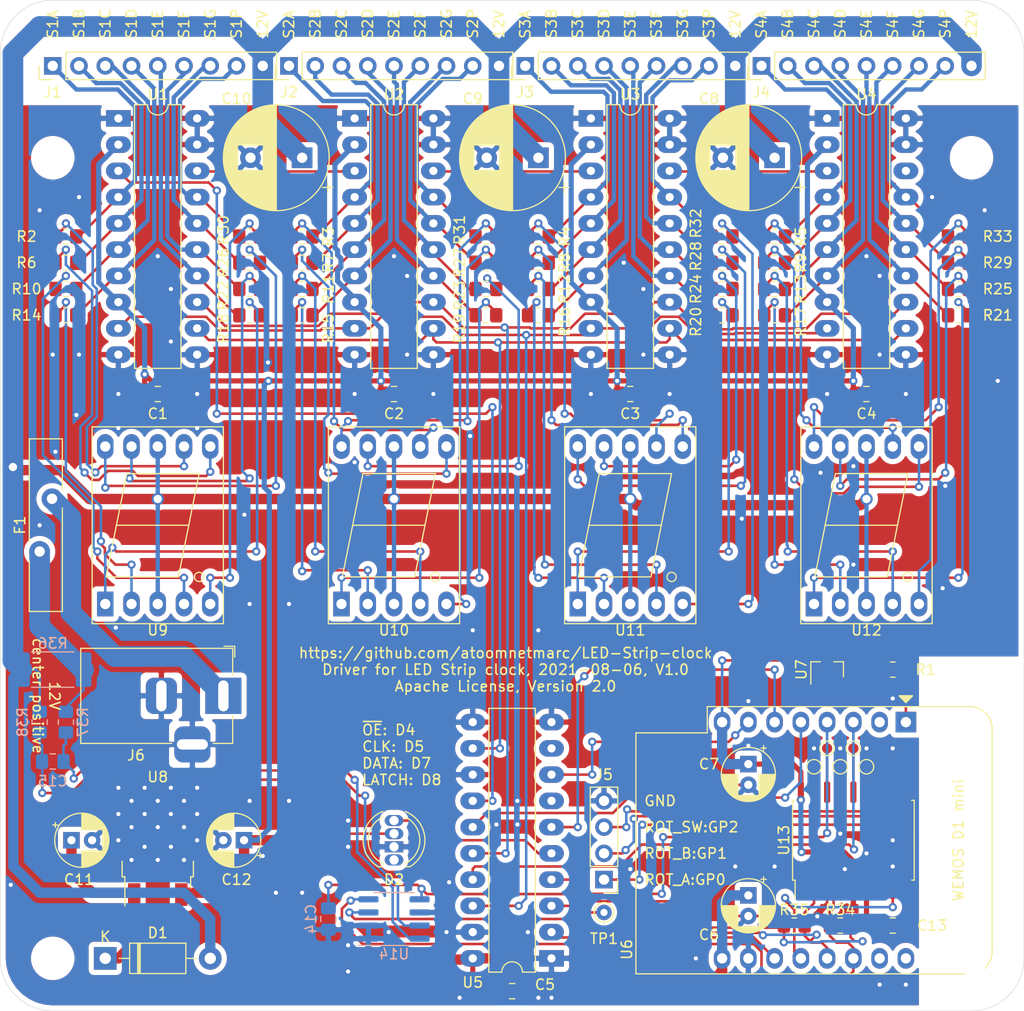
<source format=kicad_pcb>
(kicad_pcb (version 20171130) (host pcbnew "(5.1.9)-1")
  (title_block (title "Driver for LED Strip clock") (date 2021-08-06) (rev V1.0) (company https://github.com/atoomnetmarc/LED-Strip-clock))
  (layers (0 F.Cu signal) (31 B.Cu signal) (34 B.Paste user) (35 F.Paste user) (36 B.SilkS user) (37 F.SilkS user) (38 B.Mask user) (39 F.Mask user) (44 Edge.Cuts user))
  (net 0 "")
  (net 1 GND)
  (net 2 /ROT_SW)
  (net 3 /ROT_B)
  (net 4 /ROT_A)
  (net 5 /~OE_5V)
  (net 6 "Net-(U1-Pad18)")
  (net 7 +5V)
  (net 8 /CLK_5V)
  (net 9 /DATA_5V)
  (net 10 /LATCH_5V)
  (net 11 "Net-(U2-Pad18)")
  (net 12 "Net-(U3-Pad18)")
  (net 13 "Net-(U4-Pad18)")
  (net 14 /LATCH)
  (net 15 /~OE)
  (net 16 /DATA)
  (net 17 /CLK)
  (net 18 "Net-(U6-Pad16)")
  (net 19 "Net-(U6-Pad15)")
  (net 20 "Net-(U6-Pad2)")
  (net 21 "Net-(R1-Pad2)")
  (net 22 "Net-(R1-Pad1)")
  (net 23 +3V3)
  (net 24 +12V)
  (net 25 /S1DP)
  (net 26 /S1G)
  (net 27 /S1F)
  (net 28 /S1E)
  (net 29 /S1D)
  (net 30 /S1C)
  (net 31 /S1B)
  (net 32 /S1A)
  (net 33 /S2DP)
  (net 34 /S2G)
  (net 35 /S2F)
  (net 36 /S2E)
  (net 37 /S2D)
  (net 38 /S2C)
  (net 39 /S2B)
  (net 40 /S2A)
  (net 41 /S3DP)
  (net 42 /S3G)
  (net 43 /S3F)
  (net 44 /S3E)
  (net 45 /S3D)
  (net 46 /S3C)
  (net 47 /S3B)
  (net 48 /S3A)
  (net 49 /S4DP)
  (net 50 /S4G)
  (net 51 /S4F)
  (net 52 /S4E)
  (net 53 /S4D)
  (net 54 /S4C)
  (net 55 /S4B)
  (net 56 /S4A)
  (net 57 "Net-(F1-Pad2)")
  (net 58 "Net-(R2-Pad1)")
  (net 59 "Net-(R3-Pad1)")
  (net 60 "Net-(R4-Pad1)")
  (net 61 "Net-(R5-Pad1)")
  (net 62 "Net-(R6-Pad1)")
  (net 63 "Net-(R7-Pad1)")
  (net 64 "Net-(R8-Pad1)")
  (net 65 "Net-(R9-Pad1)")
  (net 66 "Net-(R10-Pad1)")
  (net 67 "Net-(R11-Pad1)")
  (net 68 "Net-(R12-Pad1)")
  (net 69 "Net-(R13-Pad1)")
  (net 70 "Net-(R14-Pad1)")
  (net 71 "Net-(R15-Pad1)")
  (net 72 "Net-(R16-Pad1)")
  (net 73 "Net-(R17-Pad1)")
  (net 74 "Net-(R18-Pad1)")
  (net 75 "Net-(R19-Pad1)")
  (net 76 "Net-(R20-Pad1)")
  (net 77 "Net-(R21-Pad1)")
  (net 78 "Net-(R22-Pad1)")
  (net 79 "Net-(R23-Pad1)")
  (net 80 "Net-(R24-Pad1)")
  (net 81 "Net-(R25-Pad1)")
  (net 82 "Net-(R26-Pad1)")
  (net 83 "Net-(R27-Pad1)")
  (net 84 "Net-(R28-Pad1)")
  (net 85 "Net-(R29-Pad1)")
  (net 86 "Net-(R30-Pad1)")
  (net 87 "Net-(R31-Pad1)")
  (net 88 "Net-(R32-Pad1)")
  (net 89 "Net-(R33-Pad1)")
  (net 90 "Net-(C11-Pad1)")
  (net 91 "Net-(U5-Pad9)")
  (net 92 "Net-(U5-Pad7)")
  (net 93 /NEOPIXEL_5V)
  (net 94 "Net-(D2-Pad2)")
  (net 95 "Net-(TP1-Pad1)")
  (net 96 "Net-(U5-Pad17)")
  (net 97 /NEOPIXEL)
  (net 98 SCL)
  (net 99 SDA)
  (net 100 INT)
  (net 101 "Net-(U13-Pad7)")
  (net 102 "Net-(C15-Pad2)")
  (net 103 "Net-(C15-Pad1)")
  (net 104 VIN+)
  (net 105 "Net-(TP2-Pad1)")
  (net 106 "Net-(TP3-Pad1)")
  (net 107 "Net-(TP4-Pad1)")
  (net 108 "Net-(TP5-Pad1)")
  (net 109 "Net-(TP6-Pad1)")
  (module TestPoint:TestPoint_Pad_D1.0mm (layer F.Cu) (at 220.98 132.588)
    (fp_text reference TP6 hide)
    (fp_text value TestPoint)
    (pad 1 smd circle (at 0 0) (size 1 1) (layers F.Cu F.Mask) (net 109 "Net-(TP6-Pad1)"))
  )
  (module TestPoint:TestPoint_Pad_D1.0mm (layer F.Cu) (at 222.25 130.81)
    (fp_text reference TP5 hide)
    (fp_text value TestPoint)
    (pad 1 smd circle (at 0 0) (size 1 1) (layers F.Cu F.Mask) (net 108 "Net-(TP5-Pad1)"))
  )
  (module TestPoint:TestPoint_Pad_D1.0mm (layer F.Cu) (at 223.52 132.588)
    (fp_text reference TP4 hide)
    (fp_text value TestPoint)
    (pad 1 smd circle (at 0 0) (size 1 1) (layers F.Cu F.Mask) (net 107 "Net-(TP4-Pad1)"))
  )
  (module TestPoint:TestPoint_Pad_D1.0mm (layer F.Cu) (at 224.79 130.81)
    (fp_text reference TP3 hide)
    (fp_text value TestPoint)
    (pad 1 smd circle (at 0 0) (size 1 1) (layers F.Cu F.Mask) (net 106 "Net-(TP3-Pad1)"))
  )
  (module TestPoint:TestPoint_Pad_D1.0mm (layer F.Cu) (at 226.06 132.588)
    (fp_text reference TP2 hide)
    (fp_text value TestPoint)
    (pad 1 smd circle (at 0 0) (size 1 1) (layers F.Cu F.Mask) (net 105 "Net-(TP2-Pad1)"))
  )
  (module Package_SO:SOIC-8_3.9x4.9mm_P1.27mm (layer B.Cu) (at 180.34 147.32)
    (fp_text reference U14 (at 0 3.4) (layer B.SilkS) (effects (justify mirror)))
    (fp_text value INA219AxD)
    (pad 8 smd roundrect (at 2.475 1.905) (size 1.95 0.6) (layers B.Cu B.Paste B.Mask) (net 103 "Net-(C15-Pad1)"))
    (pad 7 smd roundrect (at 2.475 0.635) (size 1.95 0.6) (layers B.Cu B.Paste B.Mask) (net 102 "Net-(C15-Pad2)"))
    (pad 6 smd roundrect (at 2.475 -0.635) (size 1.95 0.6) (layers B.Cu B.Paste B.Mask) (net 1 GND))
    (pad 5 smd roundrect (at 2.475 -1.905) (size 1.95 0.6) (layers B.Cu B.Paste B.Mask) (net 23 +3V3))
    (pad 4 smd roundrect (at -2.475 -1.905) (size 1.95 0.6) (layers B.Cu B.Paste B.Mask) (net 98 SCL))
    (pad 3 smd roundrect (at -2.475 -0.635) (size 1.95 0.6) (layers B.Cu B.Paste B.Mask) (net 99 SDA))
    (pad 2 smd roundrect (at -2.475 0.635) (size 1.95 0.6) (layers B.Cu B.Paste B.Mask) (net 1 GND))
    (pad 1 smd roundrect (at -2.475 1.905) (size 1.95 0.6) (layers B.Cu B.Paste B.Mask) (net 1 GND))
  )
  (module Resistor_SMD:R_0805_2012Metric_Pad1.20x1.40mm_HandSolder (layer B.Cu) (at 146.05 128.27 270)
    (fp_text reference R38 (at 0 1.65 90) (layer B.SilkS) (effects (justify mirror)))
    (fp_text value 10R)
    (pad 2 smd roundrect (at 1 0 270) (size 1.2 1.4) (layers B.Cu B.Paste B.Mask) (roundrect_rratio 0.208333) (net 102 "Net-(C15-Pad2)"))
    (pad 1 smd roundrect (at -1 0 270) (size 1.2 1.4) (layers B.Cu B.Paste B.Mask) (roundrect_rratio 0.208333) (net 24 +12V))
  )
  (module Resistor_SMD:R_0805_2012Metric_Pad1.20x1.40mm_HandSolder (layer B.Cu) (at 148.59 128.27 90)
    (fp_text reference R37 (at 0 1.65 90) (layer B.SilkS) (effects (justify mirror)))
    (fp_text value 10R)
    (pad 2 smd roundrect (at 1 0 90) (size 1.2 1.4) (layers B.Cu B.Paste B.Mask) (roundrect_rratio 0.208333) (net 104 VIN+))
    (pad 1 smd roundrect (at -1 0 90) (size 1.2 1.4) (layers B.Cu B.Paste B.Mask) (roundrect_rratio 0.208333) (net 103 "Net-(C15-Pad1)"))
  )
  (module Resistor_SMD:R_2512_6332Metric_Pad1.52x3.35mm_HandSolder (layer B.Cu) (at 147.32 123.19)
    (fp_text reference R36 (at 0 -2.54) (layer B.SilkS) (effects (justify mirror)))
    (fp_text value 0R1)
    (pad 2 smd roundrect (at 2.9875 0) (size 1.525 3.35) (layers B.Cu B.Paste B.Mask) (roundrect_rratio 0.163934) (net 104 VIN+))
    (pad 1 smd roundrect (at -2.9875 0) (size 1.525 3.35) (layers B.Cu B.Paste B.Mask) (roundrect_rratio 0.163934) (net 24 +12V))
  )
  (module Capacitor_SMD:C_0805_2012Metric_Pad1.18x1.45mm_HandSolder (layer B.Cu) (at 147.32 132.08 180)
    (fp_text reference C15 (at 0 -1.905) (layer B.SilkS) (effects (justify mirror)))
    (fp_text value 1uF)
    (pad 2 smd roundrect (at 1.0375 0 180) (size 1.175 1.45) (layers B.Cu B.Paste B.Mask) (roundrect_rratio 0.212766) (net 102 "Net-(C15-Pad2)"))
    (pad 1 smd roundrect (at -1.0375 0 180) (size 1.175 1.45) (layers B.Cu B.Paste B.Mask) (roundrect_rratio 0.212766) (net 103 "Net-(C15-Pad1)"))
  )
  (module Capacitor_SMD:C_0805_2012Metric_Pad1.18x1.45mm_HandSolder (layer B.Cu) (at 173.99 147.32 270)
    (fp_text reference C14 (at 0 1.68 90) (layer B.SilkS) (effects (justify mirror)))
    (fp_text value 10uF)
    (pad 2 smd roundrect (at 1.0375 0 270) (size 1.175 1.45) (layers B.Cu B.Paste B.Mask) (roundrect_rratio 0.212766) (net 1 GND))
    (pad 1 smd roundrect (at -1.0375 0 270) (size 1.175 1.45) (layers B.Cu B.Paste B.Mask) (roundrect_rratio 0.212766) (net 23 +3V3))
  )
  (module Package_SO:SOIC-18W_7.5x11.6mm_P1.27mm (layer F.Cu) (at 224.79 139.7 90)
    (fp_text reference U13 (at 0 -6.72 90) (layer F.SilkS))
    (fp_text value MCP23008-xSO)
    (pad 18 smd roundrect (at 4.65 -5.08 90) (size 2.05 0.6) (layers F.Cu F.Paste F.Mask) (net 23 +3V3))
    (pad 17 smd roundrect (at 4.65 -3.81 90) (size 2.05 0.6) (layers F.Cu F.Paste F.Mask) (net 109 "Net-(TP6-Pad1)"))
    (pad 16 smd roundrect (at 4.65 -2.54 90) (size 2.05 0.6) (layers F.Cu F.Paste F.Mask) (net 108 "Net-(TP5-Pad1)"))
    (pad 15 smd roundrect (at 4.65 -1.27 90) (size 2.05 0.6) (layers F.Cu F.Paste F.Mask) (net 107 "Net-(TP4-Pad1)"))
    (pad 14 smd roundrect (at 4.65 0 90) (size 2.05 0.6) (layers F.Cu F.Paste F.Mask) (net 106 "Net-(TP3-Pad1)"))
    (pad 13 smd roundrect (at 4.65 1.27 90) (size 2.05 0.6) (layers F.Cu F.Paste F.Mask) (net 105 "Net-(TP2-Pad1)"))
    (pad 12 smd roundrect (at 4.65 2.54 90) (size 2.05 0.6) (layers F.Cu F.Paste F.Mask) (net 2 /ROT_SW))
    (pad 11 smd roundrect (at 4.65 3.81 90) (size 2.05 0.6) (layers F.Cu F.Paste F.Mask) (net 3 /ROT_B))
    (pad 10 smd roundrect (at 4.65 5.08 90) (size 2.05 0.6) (layers F.Cu F.Paste F.Mask) (net 4 /ROT_A))
    (pad 9 smd roundrect (at -4.65 5.08 90) (size 2.05 0.6) (layers F.Cu F.Paste F.Mask) (net 1 GND))
    (pad 8 smd roundrect (at -4.65 3.81 90) (size 2.05 0.6) (layers F.Cu F.Paste F.Mask) (net 100 INT))
    (pad 7 smd roundrect (at -4.65 2.54 90) (size 2.05 0.6) (layers F.Cu F.Paste F.Mask) (net 101 "Net-(U13-Pad7)"))
    (pad 6 smd roundrect (at -4.65 1.27 90) (size 2.05 0.6) (layers F.Cu F.Paste F.Mask) (net 23 +3V3))
    (pad 5 smd roundrect (at -4.65 0 90) (size 2.05 0.6) (layers F.Cu F.Paste F.Mask) (net 1 GND))
    (pad 4 smd roundrect (at -4.65 -1.27 90) (size 2.05 0.6) (layers F.Cu F.Paste F.Mask) (net 1 GND))
    (pad 3 smd roundrect (at -4.65 -2.54 90) (size 2.05 0.6) (layers F.Cu F.Paste F.Mask) (net 1 GND))
    (pad 2 smd roundrect (at -4.65 -3.81 90) (size 2.05 0.6) (layers F.Cu F.Paste F.Mask) (net 99 SDA))
    (pad 1 smd roundrect (at -4.65 -5.08 90) (size 2.05 0.6) (layers F.Cu F.Paste F.Mask) (net 98 SCL))
  )
  (module Resistor_SMD:R_0805_2012Metric_Pad1.20x1.40mm_HandSolder (layer F.Cu) (at 219.075 147.955 180)
    (fp_text reference R35 (at 0 1.524) (layer F.SilkS))
    (fp_text value 4K7)
    (pad 2 smd roundrect (at 1 0 180) (size 1.2 1.4) (layers F.Cu F.Paste F.Mask) (roundrect_rratio 0.208333) (net 23 +3V3))
    (pad 1 smd roundrect (at -1 0 180) (size 1.2 1.4) (layers F.Cu F.Paste F.Mask) (roundrect_rratio 0.208333) (net 99 SDA))
  )
  (module Resistor_SMD:R_0805_2012Metric_Pad1.20x1.40mm_HandSolder (layer F.Cu) (at 223.52 147.955)
    (fp_text reference R34 (at 0 -1.524) (layer F.SilkS))
    (fp_text value 4K7)
    (pad 2 smd roundrect (at 1 0) (size 1.2 1.4) (layers F.Cu F.Paste F.Mask) (roundrect_rratio 0.208333) (net 23 +3V3))
    (pad 1 smd roundrect (at -1 0) (size 1.2 1.4) (layers F.Cu F.Paste F.Mask) (roundrect_rratio 0.208333) (net 98 SCL))
  )
  (module Capacitor_SMD:C_0805_2012Metric_Pad1.18x1.45mm_HandSolder (layer F.Cu) (at 228.6 147.955)
    (fp_text reference C13 (at 3.81 0) (layer F.SilkS))
    (fp_text value 10uF)
    (pad 2 smd roundrect (at 1.0375 0) (size 1.175 1.45) (layers F.Cu F.Paste F.Mask) (roundrect_rratio 0.212766) (net 1 GND))
    (pad 1 smd roundrect (at -1.0375 0) (size 1.175 1.45) (layers F.Cu F.Paste F.Mask) (roundrect_rratio 0.212766) (net 23 +3V3))
  )
  (module TestPoint:TestPoint_THTPad_D1.5mm_Drill0.7mm (layer F.Cu) (at 200.66 146.685)
    (fp_text reference TP1 (at 0 2.54) (layer F.SilkS))
    (fp_text value TestPoint)
    (pad 1 thru_hole circle (at 0 0) (size 1.5 1.5) (drill 0.7) (layers *.Cu *.Mask) (net 95 "Net-(TP1-Pad1)"))
  )
  (module LED_THT-extra:LED_D5.0mm-4_PL9823-F5 (layer F.Cu) (at 180.34 141.605 90)
    (fp_text reference D2 (at -1.905 0 180) (layer F.SilkS))
    (fp_text value PL9823-F5)
    (pad 4 thru_hole oval (at 3.81 0 90) (size 1.07 1.8) (drill 0.9) (layers *.Cu *.Mask) (net 93 /NEOPIXEL_5V))
    (pad 3 thru_hole oval (at 2.54 0 90) (size 1.07 1.8) (drill 0.9) (layers *.Cu *.Mask) (net 7 +5V))
    (pad 2 thru_hole oval (at 0 0 90) (size 1.07 1.8) (drill 0.9) (layers *.Cu *.Mask) (net 94 "Net-(D2-Pad2)"))
    (pad 1 thru_hole rect (at 1.27 0 90) (size 1.07 1.8) (drill 0.9) (layers *.Cu *.Mask) (net 1 GND))
  )
  (module Resistor_SMD:R_0805_2012Metric_Pad1.20x1.40mm_HandSolder (layer F.Cu) (at 234.95 81.28 180)
    (fp_text reference R33 (at -3.81 0) (layer F.SilkS))
    (fp_text value 4K7)
    (pad 2 smd roundrect (at 1 0 180) (size 1.2 1.4) (layers F.Cu F.Paste F.Mask) (roundrect_rratio 0.208333) (net 49 /S4DP))
    (pad 1 smd roundrect (at -1 0 180) (size 1.2 1.4) (layers F.Cu F.Paste F.Mask) (roundrect_rratio 0.208333) (net 89 "Net-(R33-Pad1)"))
  )
  (module Resistor_SMD:R_0805_2012Metric_Pad1.20x1.40mm_HandSolder (layer F.Cu) (at 212.09 81.28 180)
    (fp_text reference R32 (at 2.54 1.27 90) (layer F.SilkS))
    (fp_text value 4K7)
    (pad 2 smd roundrect (at 1 0 180) (size 1.2 1.4) (layers F.Cu F.Paste F.Mask) (roundrect_rratio 0.208333) (net 41 /S3DP))
    (pad 1 smd roundrect (at -1 0 180) (size 1.2 1.4) (layers F.Cu F.Paste F.Mask) (roundrect_rratio 0.208333) (net 88 "Net-(R32-Pad1)"))
  )
  (module Resistor_SMD:R_0805_2012Metric_Pad1.20x1.40mm_HandSolder (layer F.Cu) (at 189.23 81.28 180)
    (fp_text reference R31 (at 2.54 0.635 90) (layer F.SilkS))
    (fp_text value 4K7)
    (pad 2 smd roundrect (at 1 0 180) (size 1.2 1.4) (layers F.Cu F.Paste F.Mask) (roundrect_rratio 0.208333) (net 33 /S2DP))
    (pad 1 smd roundrect (at -1 0 180) (size 1.2 1.4) (layers F.Cu F.Paste F.Mask) (roundrect_rratio 0.208333) (net 87 "Net-(R31-Pad1)"))
  )
  (module Resistor_SMD:R_0805_2012Metric_Pad1.20x1.40mm_HandSolder (layer F.Cu) (at 166.37 81.28 180)
    (fp_text reference R30 (at 2.54 0.635 90) (layer F.SilkS))
    (fp_text value 4K7)
    (pad 2 smd roundrect (at 1 0 180) (size 1.2 1.4) (layers F.Cu F.Paste F.Mask) (roundrect_rratio 0.208333) (net 25 /S1DP))
    (pad 1 smd roundrect (at -1 0 180) (size 1.2 1.4) (layers F.Cu F.Paste F.Mask) (roundrect_rratio 0.208333) (net 86 "Net-(R30-Pad1)"))
  )
  (module Resistor_SMD:R_0805_2012Metric_Pad1.20x1.40mm_HandSolder (layer F.Cu) (at 234.95 83.82 180)
    (fp_text reference R29 (at -3.81 0) (layer F.SilkS))
    (fp_text value 4K7)
    (pad 2 smd roundrect (at 1 0 180) (size 1.2 1.4) (layers F.Cu F.Paste F.Mask) (roundrect_rratio 0.208333) (net 50 /S4G))
    (pad 1 smd roundrect (at -1 0 180) (size 1.2 1.4) (layers F.Cu F.Paste F.Mask) (roundrect_rratio 0.208333) (net 85 "Net-(R29-Pad1)"))
  )
  (module Resistor_SMD:R_0805_2012Metric_Pad1.20x1.40mm_HandSolder (layer F.Cu) (at 212.09 83.82 180)
    (fp_text reference R28 (at 2.54 0.635 90) (layer F.SilkS))
    (fp_text value 4K7)
    (pad 2 smd roundrect (at 1 0 180) (size 1.2 1.4) (layers F.Cu F.Paste F.Mask) (roundrect_rratio 0.208333) (net 42 /S3G))
    (pad 1 smd roundrect (at -1 0 180) (size 1.2 1.4) (layers F.Cu F.Paste F.Mask) (roundrect_rratio 0.208333) (net 84 "Net-(R28-Pad1)"))
  )
  (module Resistor_SMD:R_0805_2012Metric_Pad1.20x1.40mm_HandSolder (layer F.Cu) (at 189.23 83.82 180)
    (fp_text reference R27 (at 2.54 0 90) (layer F.SilkS))
    (fp_text value 4K7)
    (pad 2 smd roundrect (at 1 0 180) (size 1.2 1.4) (layers F.Cu F.Paste F.Mask) (roundrect_rratio 0.208333) (net 34 /S2G))
    (pad 1 smd roundrect (at -1 0 180) (size 1.2 1.4) (layers F.Cu F.Paste F.Mask) (roundrect_rratio 0.208333) (net 83 "Net-(R27-Pad1)"))
  )
  (module Resistor_SMD:R_0805_2012Metric_Pad1.20x1.40mm_HandSolder (layer F.Cu) (at 166.37 83.82 180)
    (fp_text reference R26 (at 2.54 0 90) (layer F.SilkS))
    (fp_text value 4K7)
    (pad 2 smd roundrect (at 1 0 180) (size 1.2 1.4) (layers F.Cu F.Paste F.Mask) (roundrect_rratio 0.208333) (net 26 /S1G))
    (pad 1 smd roundrect (at -1 0 180) (size 1.2 1.4) (layers F.Cu F.Paste F.Mask) (roundrect_rratio 0.208333) (net 82 "Net-(R26-Pad1)"))
  )
  (module Resistor_SMD:R_0805_2012Metric_Pad1.20x1.40mm_HandSolder (layer F.Cu) (at 234.95 86.36 180)
    (fp_text reference R25 (at -3.81 0) (layer F.SilkS))
    (fp_text value 4K7)
    (pad 2 smd roundrect (at 1 0 180) (size 1.2 1.4) (layers F.Cu F.Paste F.Mask) (roundrect_rratio 0.208333) (net 51 /S4F))
    (pad 1 smd roundrect (at -1 0 180) (size 1.2 1.4) (layers F.Cu F.Paste F.Mask) (roundrect_rratio 0.208333) (net 81 "Net-(R25-Pad1)"))
  )
  (module Resistor_SMD:R_0805_2012Metric_Pad1.20x1.40mm_HandSolder (layer F.Cu) (at 212.09 86.36 180)
    (fp_text reference R24 (at 2.54 0 90) (layer F.SilkS))
    (fp_text value 4K7)
    (pad 2 smd roundrect (at 1 0 180) (size 1.2 1.4) (layers F.Cu F.Paste F.Mask) (roundrect_rratio 0.208333) (net 43 /S3F))
    (pad 1 smd roundrect (at -1 0 180) (size 1.2 1.4) (layers F.Cu F.Paste F.Mask) (roundrect_rratio 0.208333) (net 80 "Net-(R24-Pad1)"))
  )
  (module Resistor_SMD:R_0805_2012Metric_Pad1.20x1.40mm_HandSolder (layer F.Cu) (at 189.23 86.36 180)
    (fp_text reference R23 (at 2.54 -0.635 90) (layer F.SilkS))
    (fp_text value 4K7)
    (pad 2 smd roundrect (at 1 0 180) (size 1.2 1.4) (layers F.Cu F.Paste F.Mask) (roundrect_rratio 0.208333) (net 35 /S2F))
    (pad 1 smd roundrect (at -1 0 180) (size 1.2 1.4) (layers F.Cu F.Paste F.Mask) (roundrect_rratio 0.208333) (net 79 "Net-(R23-Pad1)"))
  )
  (module Resistor_SMD:R_0805_2012Metric_Pad1.20x1.40mm_HandSolder (layer F.Cu) (at 166.37 86.36 180)
    (fp_text reference R22 (at 2.54 -0.635 90) (layer F.SilkS))
    (fp_text value 4K7)
    (pad 2 smd roundrect (at 1 0 180) (size 1.2 1.4) (layers F.Cu F.Paste F.Mask) (roundrect_rratio 0.208333) (net 27 /S1F))
    (pad 1 smd roundrect (at -1 0 180) (size 1.2 1.4) (layers F.Cu F.Paste F.Mask) (roundrect_rratio 0.208333) (net 78 "Net-(R22-Pad1)"))
  )
  (module Resistor_SMD:R_0805_2012Metric_Pad1.20x1.40mm_HandSolder (layer F.Cu) (at 234.95 88.9 180)
    (fp_text reference R21 (at -3.81 0) (layer F.SilkS))
    (fp_text value 4K7)
    (pad 2 smd roundrect (at 1 0 180) (size 1.2 1.4) (layers F.Cu F.Paste F.Mask) (roundrect_rratio 0.208333) (net 52 /S4E))
    (pad 1 smd roundrect (at -1 0 180) (size 1.2 1.4) (layers F.Cu F.Paste F.Mask) (roundrect_rratio 0.208333) (net 77 "Net-(R21-Pad1)"))
  )
  (module Resistor_SMD:R_0805_2012Metric_Pad1.20x1.40mm_HandSolder (layer F.Cu) (at 212.09 88.9 180)
    (fp_text reference R20 (at 2.54 -0.635 90) (layer F.SilkS))
    (fp_text value 4K7)
    (pad 2 smd roundrect (at 1 0 180) (size 1.2 1.4) (layers F.Cu F.Paste F.Mask) (roundrect_rratio 0.208333) (net 44 /S3E))
    (pad 1 smd roundrect (at -1 0 180) (size 1.2 1.4) (layers F.Cu F.Paste F.Mask) (roundrect_rratio 0.208333) (net 76 "Net-(R20-Pad1)"))
  )
  (module Resistor_SMD:R_0805_2012Metric_Pad1.20x1.40mm_HandSolder (layer F.Cu) (at 189.23 88.9 180)
    (fp_text reference R19 (at 2.54 -1.27 90) (layer F.SilkS))
    (fp_text value 4K7)
    (pad 2 smd roundrect (at 1 0 180) (size 1.2 1.4) (layers F.Cu F.Paste F.Mask) (roundrect_rratio 0.208333) (net 36 /S2E))
    (pad 1 smd roundrect (at -1 0 180) (size 1.2 1.4) (layers F.Cu F.Paste F.Mask) (roundrect_rratio 0.208333) (net 75 "Net-(R19-Pad1)"))
  )
  (module Resistor_SMD:R_0805_2012Metric_Pad1.20x1.40mm_HandSolder (layer F.Cu) (at 166.37 88.9 180)
    (fp_text reference R18 (at 2.54 -1.27 90) (layer F.SilkS))
    (fp_text value 4K7)
    (pad 2 smd roundrect (at 1 0 180) (size 1.2 1.4) (layers F.Cu F.Paste F.Mask) (roundrect_rratio 0.208333) (net 28 /S1E))
    (pad 1 smd roundrect (at -1 0 180) (size 1.2 1.4) (layers F.Cu F.Paste F.Mask) (roundrect_rratio 0.208333) (net 74 "Net-(R18-Pad1)"))
  )
  (module Resistor_SMD:R_0805_2012Metric_Pad1.20x1.40mm_HandSolder (layer F.Cu) (at 217.17 88.9)
    (fp_text reference R17 (at 2.54 0.635 90) (layer F.SilkS))
    (fp_text value 4K7)
    (pad 2 smd roundrect (at 1 0) (size 1.2 1.4) (layers F.Cu F.Paste F.Mask) (roundrect_rratio 0.208333) (net 53 /S4D))
    (pad 1 smd roundrect (at -1 0) (size 1.2 1.4) (layers F.Cu F.Paste F.Mask) (roundrect_rratio 0.208333) (net 73 "Net-(R17-Pad1)"))
  )
  (module Resistor_SMD:R_0805_2012Metric_Pad1.20x1.40mm_HandSolder (layer F.Cu) (at 194.31 88.9)
    (fp_text reference R16 (at 2.54 0.635 90) (layer F.SilkS))
    (fp_text value 4K7)
    (pad 2 smd roundrect (at 1 0) (size 1.2 1.4) (layers F.Cu F.Paste F.Mask) (roundrect_rratio 0.208333) (net 45 /S3D))
    (pad 1 smd roundrect (at -1 0) (size 1.2 1.4) (layers F.Cu F.Paste F.Mask) (roundrect_rratio 0.208333) (net 72 "Net-(R16-Pad1)"))
  )
  (module Resistor_SMD:R_0805_2012Metric_Pad1.20x1.40mm_HandSolder (layer F.Cu) (at 171.45 88.9)
    (fp_text reference R15 (at 2.54 1.27 90) (layer F.SilkS))
    (fp_text value 4K7)
    (pad 2 smd roundrect (at 1 0) (size 1.2 1.4) (layers F.Cu F.Paste F.Mask) (roundrect_rratio 0.208333) (net 37 /S2D))
    (pad 1 smd roundrect (at -1 0) (size 1.2 1.4) (layers F.Cu F.Paste F.Mask) (roundrect_rratio 0.208333) (net 71 "Net-(R15-Pad1)"))
  )
  (module Resistor_SMD:R_0805_2012Metric_Pad1.20x1.40mm_HandSolder (layer F.Cu) (at 148.59 88.9)
    (fp_text reference R14 (at -3.81 0) (layer F.SilkS))
    (fp_text value 4K7)
    (pad 2 smd roundrect (at 1 0) (size 1.2 1.4) (layers F.Cu F.Paste F.Mask) (roundrect_rratio 0.208333) (net 29 /S1D))
    (pad 1 smd roundrect (at -1 0) (size 1.2 1.4) (layers F.Cu F.Paste F.Mask) (roundrect_rratio 0.208333) (net 70 "Net-(R14-Pad1)"))
  )
  (module Resistor_SMD:R_0805_2012Metric_Pad1.20x1.40mm_HandSolder (layer F.Cu) (at 217.17 86.36)
    (fp_text reference R13 (at 2.54 0 90) (layer F.SilkS))
    (fp_text value 4K7)
    (pad 2 smd roundrect (at 1 0) (size 1.2 1.4) (layers F.Cu F.Paste F.Mask) (roundrect_rratio 0.208333) (net 54 /S4C))
    (pad 1 smd roundrect (at -1 0) (size 1.2 1.4) (layers F.Cu F.Paste F.Mask) (roundrect_rratio 0.208333) (net 69 "Net-(R13-Pad1)"))
  )
  (module Resistor_SMD:R_0805_2012Metric_Pad1.20x1.40mm_HandSolder (layer F.Cu) (at 194.31 86.36)
    (fp_text reference R12 (at 2.54 0 90) (layer F.SilkS))
    (fp_text value 4K7)
    (pad 2 smd roundrect (at 1 0) (size 1.2 1.4) (layers F.Cu F.Paste F.Mask) (roundrect_rratio 0.208333) (net 46 /S3C))
    (pad 1 smd roundrect (at -1 0) (size 1.2 1.4) (layers F.Cu F.Paste F.Mask) (roundrect_rratio 0.208333) (net 68 "Net-(R12-Pad1)"))
  )
  (module Resistor_SMD:R_0805_2012Metric_Pad1.20x1.40mm_HandSolder (layer F.Cu) (at 171.45 86.36)
    (fp_text reference R11 (at 2.54 0 90) (layer F.SilkS))
    (fp_text value 4K7)
    (pad 2 smd roundrect (at 1 0) (size 1.2 1.4) (layers F.Cu F.Paste F.Mask) (roundrect_rratio 0.208333) (net 38 /S2C))
    (pad 1 smd roundrect (at -1 0) (size 1.2 1.4) (layers F.Cu F.Paste F.Mask) (roundrect_rratio 0.208333) (net 67 "Net-(R11-Pad1)"))
  )
  (module Resistor_SMD:R_0805_2012Metric_Pad1.20x1.40mm_HandSolder (layer F.Cu) (at 148.59 86.36)
    (fp_text reference R10 (at -3.81 0) (layer F.SilkS))
    (fp_text value 4K7)
    (pad 2 smd roundrect (at 1 0) (size 1.2 1.4) (layers F.Cu F.Paste F.Mask) (roundrect_rratio 0.208333) (net 30 /S1C))
    (pad 1 smd roundrect (at -1 0) (size 1.2 1.4) (layers F.Cu F.Paste F.Mask) (roundrect_rratio 0.208333) (net 66 "Net-(R10-Pad1)"))
  )
  (module Resistor_SMD:R_0805_2012Metric_Pad1.20x1.40mm_HandSolder (layer F.Cu) (at 217.17 83.82)
    (fp_text reference R9 (at 2.54 0 90) (layer F.SilkS))
    (fp_text value 4K7)
    (pad 2 smd roundrect (at 1 0) (size 1.2 1.4) (layers F.Cu F.Paste F.Mask) (roundrect_rratio 0.208333) (net 55 /S4B))
    (pad 1 smd roundrect (at -1 0) (size 1.2 1.4) (layers F.Cu F.Paste F.Mask) (roundrect_rratio 0.208333) (net 65 "Net-(R9-Pad1)"))
  )
  (module Resistor_SMD:R_0805_2012Metric_Pad1.20x1.40mm_HandSolder (layer F.Cu) (at 194.31 83.82)
    (fp_text reference R8 (at 2.54 0 90) (layer F.SilkS))
    (fp_text value 4K7)
    (pad 2 smd roundrect (at 1 0) (size 1.2 1.4) (layers F.Cu F.Paste F.Mask) (roundrect_rratio 0.208333) (net 47 /S3B))
    (pad 1 smd roundrect (at -1 0) (size 1.2 1.4) (layers F.Cu F.Paste F.Mask) (roundrect_rratio 0.208333) (net 64 "Net-(R8-Pad1)"))
  )
  (module Resistor_SMD:R_0805_2012Metric_Pad1.20x1.40mm_HandSolder (layer F.Cu) (at 171.45 83.82)
    (fp_text reference R7 (at 2.54 0 90) (layer F.SilkS))
    (fp_text value 4K7)
    (pad 2 smd roundrect (at 1 0) (size 1.2 1.4) (layers F.Cu F.Paste F.Mask) (roundrect_rratio 0.208333) (net 39 /S2B))
    (pad 1 smd roundrect (at -1 0) (size 1.2 1.4) (layers F.Cu F.Paste F.Mask) (roundrect_rratio 0.208333) (net 63 "Net-(R7-Pad1)"))
  )
  (module Resistor_SMD:R_0805_2012Metric_Pad1.20x1.40mm_HandSolder (layer F.Cu) (at 148.59 83.82)
    (fp_text reference R6 (at -3.81 0) (layer F.SilkS))
    (fp_text value 4K7)
    (pad 2 smd roundrect (at 1 0) (size 1.2 1.4) (layers F.Cu F.Paste F.Mask) (roundrect_rratio 0.208333) (net 31 /S1B))
    (pad 1 smd roundrect (at -1 0) (size 1.2 1.4) (layers F.Cu F.Paste F.Mask) (roundrect_rratio 0.208333) (net 62 "Net-(R6-Pad1)"))
  )
  (module Resistor_SMD:R_0805_2012Metric_Pad1.20x1.40mm_HandSolder (layer F.Cu) (at 217.17 81.28)
    (fp_text reference R5 (at 2.54 0 90) (layer F.SilkS))
    (fp_text value 4K7)
    (pad 2 smd roundrect (at 1 0) (size 1.2 1.4) (layers F.Cu F.Paste F.Mask) (roundrect_rratio 0.208333) (net 56 /S4A))
    (pad 1 smd roundrect (at -1 0) (size 1.2 1.4) (layers F.Cu F.Paste F.Mask) (roundrect_rratio 0.208333) (net 61 "Net-(R5-Pad1)"))
  )
  (module Resistor_SMD:R_0805_2012Metric_Pad1.20x1.40mm_HandSolder (layer F.Cu) (at 194.31 81.28)
    (fp_text reference R4 (at 2.54 0 90) (layer F.SilkS))
    (fp_text value 4K7)
    (pad 2 smd roundrect (at 1 0) (size 1.2 1.4) (layers F.Cu F.Paste F.Mask) (roundrect_rratio 0.208333) (net 48 /S3A))
    (pad 1 smd roundrect (at -1 0) (size 1.2 1.4) (layers F.Cu F.Paste F.Mask) (roundrect_rratio 0.208333) (net 60 "Net-(R4-Pad1)"))
  )
  (module Resistor_SMD:R_0805_2012Metric_Pad1.20x1.40mm_HandSolder (layer F.Cu) (at 171.45 81.28)
    (fp_text reference R3 (at 2.54 0 270) (layer F.SilkS))
    (fp_text value 4K7)
    (pad 2 smd roundrect (at 1 0) (size 1.2 1.4) (layers F.Cu F.Paste F.Mask) (roundrect_rratio 0.208333) (net 40 /S2A))
    (pad 1 smd roundrect (at -1 0) (size 1.2 1.4) (layers F.Cu F.Paste F.Mask) (roundrect_rratio 0.208333) (net 59 "Net-(R3-Pad1)"))
  )
  (module Resistor_SMD:R_0805_2012Metric_Pad1.20x1.40mm_HandSolder (layer F.Cu) (at 148.59 81.28)
    (fp_text reference R2 (at -3.81 0) (layer F.SilkS))
    (fp_text value 4K7)
    (pad 2 smd roundrect (at 1 0) (size 1.2 1.4) (layers F.Cu F.Paste F.Mask) (roundrect_rratio 0.208333) (net 32 /S1A))
    (pad 1 smd roundrect (at -1 0) (size 1.2 1.4) (layers F.Cu F.Paste F.Mask) (roundrect_rratio 0.208333) (net 58 "Net-(R2-Pad1)"))
  )
  (module Resistor_SMD:R_0805_2012Metric_Pad1.20x1.40mm_HandSolder (layer F.Cu) (at 228.6 123.19)
    (fp_text reference R1 (at 3.175 0) (layer F.SilkS))
    (fp_text value 100R)
    (pad 2 smd roundrect (at 1 0) (size 1.2 1.4) (layers F.Cu F.Paste F.Mask) (roundrect_rratio 0.208333) (net 21 "Net-(R1-Pad2)"))
    (pad 1 smd roundrect (at -1 0) (size 1.2 1.4) (layers F.Cu F.Paste F.Mask) (roundrect_rratio 0.208333) (net 22 "Net-(R1-Pad1)"))
  )
  (module Capacitor_SMD:C_0805_2012Metric_Pad1.18x1.45mm_HandSolder (layer F.Cu) (at 191.77 154.305)
    (fp_text reference C5 (at 3.175 -0.635) (layer F.SilkS))
    (fp_text value 10uF)
    (pad 2 smd roundrect (at 1.0375 0) (size 1.175 1.45) (layers F.Cu F.Paste F.Mask) (roundrect_rratio 0.212766) (net 1 GND))
    (pad 1 smd roundrect (at -1.0375 0) (size 1.175 1.45) (layers F.Cu F.Paste F.Mask) (roundrect_rratio 0.212766) (net 7 +5V))
  )
  (module Capacitor_SMD:C_0805_2012Metric_Pad1.18x1.45mm_HandSolder (layer F.Cu) (at 226.06 96.52)
    (fp_text reference C4 (at 0 1.905) (layer F.SilkS))
    (fp_text value 10uF)
    (pad 2 smd roundrect (at 1.0375 0) (size 1.175 1.45) (layers F.Cu F.Paste F.Mask) (roundrect_rratio 0.212766) (net 1 GND))
    (pad 1 smd roundrect (at -1.0375 0) (size 1.175 1.45) (layers F.Cu F.Paste F.Mask) (roundrect_rratio 0.212766) (net 7 +5V))
  )
  (module Capacitor_SMD:C_0805_2012Metric_Pad1.18x1.45mm_HandSolder (layer F.Cu) (at 203.2 96.52)
    (fp_text reference C3 (at 0 1.905) (layer F.SilkS))
    (fp_text value 10uF)
    (pad 2 smd roundrect (at 1.0375 0) (size 1.175 1.45) (layers F.Cu F.Paste F.Mask) (roundrect_rratio 0.212766) (net 1 GND))
    (pad 1 smd roundrect (at -1.0375 0) (size 1.175 1.45) (layers F.Cu F.Paste F.Mask) (roundrect_rratio 0.212766) (net 7 +5V))
  )
  (module Capacitor_SMD:C_0805_2012Metric_Pad1.18x1.45mm_HandSolder (layer F.Cu) (at 180.34 96.52)
    (fp_text reference C2 (at 0 1.905) (layer F.SilkS))
    (fp_text value 10uF)
    (pad 2 smd roundrect (at 1.0375 0) (size 1.175 1.45) (layers F.Cu F.Paste F.Mask) (roundrect_rratio 0.212766) (net 1 GND))
    (pad 1 smd roundrect (at -1.0375 0) (size 1.175 1.45) (layers F.Cu F.Paste F.Mask) (roundrect_rratio 0.212766) (net 7 +5V))
  )
  (module Capacitor_SMD:C_0805_2012Metric_Pad1.18x1.45mm_HandSolder (layer F.Cu) (at 157.48 96.52)
    (fp_text reference C1 (at 0 1.905) (layer F.SilkS))
    (fp_text value 10uF)
    (pad 2 smd roundrect (at 1.0375 0) (size 1.175 1.45) (layers F.Cu F.Paste F.Mask) (roundrect_rratio 0.212766) (net 1 GND))
    (pad 1 smd roundrect (at -1.0375 0) (size 1.175 1.45) (layers F.Cu F.Paste F.Mask) (roundrect_rratio 0.212766) (net 7 +5V))
  )
  (module Capacitor_THT:CP_Radial_D10.0mm_P5.00mm (layer F.Cu) (at 194.31 73.66 180)
    (fp_text reference C9 (at 6.35 5.715) (layer F.SilkS))
    (fp_text value 2200uF/16v)
    (pad 1 thru_hole rect (at 0 0 180) (size 2 2) (drill 1) (layers *.Cu *.Mask) (net 24 +12V))
    (pad 2 thru_hole circle (at 5 0 180) (size 2 2) (drill 1) (layers *.Cu *.Mask) (net 1 GND))
  )
  (module MountingHole:MountingHole_3.2mm_M3 (layer F.Cu) (at 147.32 151.13)
    (fp_text reference H4 hide)
    (fp_text value MountingHole)
    (pad 1 np_thru_hole circle (at 0 0) (size 3.2 3.2) (drill 3.2) (layers *.Cu *.Mask))
  )
  (module MountingHole:MountingHole_3.2mm_M3 (layer F.Cu) (at 236.22 151.13)
    (fp_text reference H3 hide)
    (fp_text value MountingHole)
    (pad 1 np_thru_hole circle (at 0 0) (size 3.2 3.2) (drill 3.2) (layers *.Cu *.Mask))
  )
  (module MountingHole:MountingHole_3.2mm_M3 (layer F.Cu) (at 236.22 73.66)
    (fp_text reference H2 hide)
    (fp_text value MountingHole)
    (pad 1 np_thru_hole circle (at 0 0) (size 3.2 3.2) (drill 3.2) (layers *.Cu *.Mask))
  )
  (module MountingHole:MountingHole_3.2mm_M3 (layer F.Cu) (at 147.32 73.66)
    (fp_text reference H1 hide)
    (fp_text value MountingHole)
    (pad 1 np_thru_hole circle (at 0 0) (size 3.2 3.2) (drill 3.2) (layers *.Cu *.Mask))
  )
  (module Package_DIP:DIP-20_W7.62mm_LongPads (layer F.Cu) (at 222.25 69.85)
    (fp_text reference U4 (at 3.81 -2.33) (layer F.SilkS))
    (fp_text value TPIC6B595)
    (pad 20 thru_hole oval (at 7.62 0) (size 2.4 1.6) (drill 0.8) (layers *.Cu *.Mask) (net 1 GND))
    (pad 10 thru_hole oval (at 0 22.86) (size 2.4 1.6) (drill 0.8) (layers *.Cu *.Mask) (net 1 GND))
    (pad 19 thru_hole oval (at 7.62 2.54) (size 2.4 1.6) (drill 0.8) (layers *.Cu *.Mask) (net 1 GND))
    (pad 9 thru_hole oval (at 0 20.32) (size 2.4 1.6) (drill 0.8) (layers *.Cu *.Mask) (net 5 /~OE_5V))
    (pad 18 thru_hole oval (at 7.62 5.08) (size 2.4 1.6) (drill 0.8) (layers *.Cu *.Mask) (net 13 "Net-(U4-Pad18)"))
    (pad 8 thru_hole oval (at 0 17.78) (size 2.4 1.6) (drill 0.8) (layers *.Cu *.Mask) (net 7 +5V))
    (pad 17 thru_hole oval (at 7.62 7.62) (size 2.4 1.6) (drill 0.8) (layers *.Cu *.Mask) (net 49 /S4DP))
    (pad 7 thru_hole oval (at 0 15.24) (size 2.4 1.6) (drill 0.8) (layers *.Cu *.Mask) (net 53 /S4D))
    (pad 16 thru_hole oval (at 7.62 10.16) (size 2.4 1.6) (drill 0.8) (layers *.Cu *.Mask) (net 50 /S4G))
    (pad 6 thru_hole oval (at 0 12.7) (size 2.4 1.6) (drill 0.8) (layers *.Cu *.Mask) (net 54 /S4C))
    (pad 15 thru_hole oval (at 7.62 12.7) (size 2.4 1.6) (drill 0.8) (layers *.Cu *.Mask) (net 51 /S4F))
    (pad 5 thru_hole oval (at 0 10.16) (size 2.4 1.6) (drill 0.8) (layers *.Cu *.Mask) (net 55 /S4B))
    (pad 14 thru_hole oval (at 7.62 15.24) (size 2.4 1.6) (drill 0.8) (layers *.Cu *.Mask) (net 52 /S4E))
    (pad 4 thru_hole oval (at 0 7.62) (size 2.4 1.6) (drill 0.8) (layers *.Cu *.Mask) (net 56 /S4A))
    (pad 13 thru_hole oval (at 7.62 17.78) (size 2.4 1.6) (drill 0.8) (layers *.Cu *.Mask) (net 8 /CLK_5V))
    (pad 3 thru_hole oval (at 0 5.08) (size 2.4 1.6) (drill 0.8) (layers *.Cu *.Mask) (net 12 "Net-(U3-Pad18)"))
    (pad 12 thru_hole oval (at 7.62 20.32) (size 2.4 1.6) (drill 0.8) (layers *.Cu *.Mask) (net 10 /LATCH_5V))
    (pad 2 thru_hole oval (at 0 2.54) (size 2.4 1.6) (drill 0.8) (layers *.Cu *.Mask) (net 7 +5V))
    (pad 11 thru_hole oval (at 7.62 22.86) (size 2.4 1.6) (drill 0.8) (layers *.Cu *.Mask) (net 1 GND))
    (pad 1 thru_hole rect (at 0 0) (size 2.4 1.6) (drill 0.8) (layers *.Cu *.Mask) (net 1 GND))
  )
  (module Connector_PinHeader_2.54mm:PinHeader_1x04_P2.54mm_Vertical (layer F.Cu) (at 200.66 143.51 180)
    (fp_text reference J5 (at 0 10.16) (layer F.SilkS))
    (fp_text value Conn_01x04_Male)
    (pad 4 thru_hole oval (at 0 7.62 180) (size 1.7 1.7) (drill 1) (layers *.Cu *.Mask) (net 1 GND))
    (pad 3 thru_hole oval (at 0 5.08 180) (size 1.7 1.7) (drill 1) (layers *.Cu *.Mask) (net 2 /ROT_SW))
    (pad 2 thru_hole oval (at 0 2.54 180) (size 1.7 1.7) (drill 1) (layers *.Cu *.Mask) (net 3 /ROT_B))
    (pad 1 thru_hole rect (at 0 0 180) (size 1.7 1.7) (drill 1) (layers *.Cu *.Mask) (net 4 /ROT_A))
  )
  (module Connector_PinHeader_2.54mm:PinHeader_1x09_P2.54mm_Vertical (layer F.Cu) (at 215.9 64.77 90)
    (fp_text reference J4 (at -2.54 0 180) (layer F.SilkS))
    (fp_text value Conn_01x09_Male)
    (pad 1 thru_hole rect (at 0 0 90) (size 1.7 1.7) (drill 1) (layers *.Cu *.Mask) (net 56 /S4A))
    (pad 2 thru_hole oval (at 0 2.54 90) (size 1.7 1.7) (drill 1) (layers *.Cu *.Mask) (net 55 /S4B))
    (pad 3 thru_hole oval (at 0 5.08 90) (size 1.7 1.7) (drill 1) (layers *.Cu *.Mask) (net 54 /S4C))
    (pad 4 thru_hole oval (at 0 7.62 90) (size 1.7 1.7) (drill 1) (layers *.Cu *.Mask) (net 53 /S4D))
    (pad 5 thru_hole oval (at 0 10.16 90) (size 1.7 1.7) (drill 1) (layers *.Cu *.Mask) (net 52 /S4E))
    (pad 6 thru_hole oval (at 0 12.7 90) (size 1.7 1.7) (drill 1) (layers *.Cu *.Mask) (net 51 /S4F))
    (pad 7 thru_hole oval (at 0 15.24 90) (size 1.7 1.7) (drill 1) (layers *.Cu *.Mask) (net 50 /S4G))
    (pad 8 thru_hole oval (at 0 17.78 90) (size 1.7 1.7) (drill 1) (layers *.Cu *.Mask) (net 49 /S4DP))
    (pad 9 thru_hole oval (at 0 20.32 90) (size 1.7 1.7) (drill 1) (layers *.Cu *.Mask) (net 24 +12V))
  )
  (module Connector_PinHeader_2.54mm:PinHeader_1x09_P2.54mm_Vertical (layer F.Cu) (at 193.04 64.77 90)
    (fp_text reference J3 (at -2.54 0 180) (layer F.SilkS))
    (fp_text value Conn_01x09_Male)
    (pad 1 thru_hole rect (at 0 0 90) (size 1.7 1.7) (drill 1) (layers *.Cu *.Mask) (net 48 /S3A))
    (pad 2 thru_hole oval (at 0 2.54 90) (size 1.7 1.7) (drill 1) (layers *.Cu *.Mask) (net 47 /S3B))
    (pad 3 thru_hole oval (at 0 5.08 90) (size 1.7 1.7) (drill 1) (layers *.Cu *.Mask) (net 46 /S3C))
    (pad 4 thru_hole oval (at 0 7.62 90) (size 1.7 1.7) (drill 1) (layers *.Cu *.Mask) (net 45 /S3D))
    (pad 5 thru_hole oval (at 0 10.16 90) (size 1.7 1.7) (drill 1) (layers *.Cu *.Mask) (net 44 /S3E))
    (pad 6 thru_hole oval (at 0 12.7 90) (size 1.7 1.7) (drill 1) (layers *.Cu *.Mask) (net 43 /S3F))
    (pad 7 thru_hole oval (at 0 15.24 90) (size 1.7 1.7) (drill 1) (layers *.Cu *.Mask) (net 42 /S3G))
    (pad 8 thru_hole oval (at 0 17.78 90) (size 1.7 1.7) (drill 1) (layers *.Cu *.Mask) (net 41 /S3DP))
    (pad 9 thru_hole oval (at 0 20.32 90) (size 1.7 1.7) (drill 1) (layers *.Cu *.Mask) (net 24 +12V))
  )
  (module Connector_PinHeader_2.54mm:PinHeader_1x09_P2.54mm_Vertical (layer F.Cu) (at 170.18 64.77 90)
    (fp_text reference J2 (at -2.54 0 180) (layer F.SilkS))
    (fp_text value Conn_01x09_Male)
    (pad 1 thru_hole rect (at 0 0 90) (size 1.7 1.7) (drill 1) (layers *.Cu *.Mask) (net 40 /S2A))
    (pad 2 thru_hole oval (at 0 2.54 90) (size 1.7 1.7) (drill 1) (layers *.Cu *.Mask) (net 39 /S2B))
    (pad 3 thru_hole oval (at 0 5.08 90) (size 1.7 1.7) (drill 1) (layers *.Cu *.Mask) (net 38 /S2C))
    (pad 4 thru_hole oval (at 0 7.62 90) (size 1.7 1.7) (drill 1) (layers *.Cu *.Mask) (net 37 /S2D))
    (pad 5 thru_hole oval (at 0 10.16 90) (size 1.7 1.7) (drill 1) (layers *.Cu *.Mask) (net 36 /S2E))
    (pad 6 thru_hole oval (at 0 12.7 90) (size 1.7 1.7) (drill 1) (layers *.Cu *.Mask) (net 35 /S2F))
    (pad 7 thru_hole oval (at 0 15.24 90) (size 1.7 1.7) (drill 1) (layers *.Cu *.Mask) (net 34 /S2G))
    (pad 8 thru_hole oval (at 0 17.78 90) (size 1.7 1.7) (drill 1) (layers *.Cu *.Mask) (net 33 /S2DP))
    (pad 9 thru_hole oval (at 0 20.32 90) (size 1.7 1.7) (drill 1) (layers *.Cu *.Mask) (net 24 +12V))
  )
  (module Connector_PinHeader_2.54mm:PinHeader_1x09_P2.54mm_Vertical (layer F.Cu) (at 147.32 64.77 90)
    (fp_text reference J1 (at -2.54 0 180) (layer F.SilkS))
    (fp_text value Conn_01x09_Male)
    (pad 1 thru_hole rect (at 0 0 90) (size 1.7 1.7) (drill 1) (layers *.Cu *.Mask) (net 32 /S1A))
    (pad 2 thru_hole oval (at 0 2.54 90) (size 1.7 1.7) (drill 1) (layers *.Cu *.Mask) (net 31 /S1B))
    (pad 3 thru_hole oval (at 0 5.08 90) (size 1.7 1.7) (drill 1) (layers *.Cu *.Mask) (net 30 /S1C))
    (pad 4 thru_hole oval (at 0 7.62 90) (size 1.7 1.7) (drill 1) (layers *.Cu *.Mask) (net 29 /S1D))
    (pad 5 thru_hole oval (at 0 10.16 90) (size 1.7 1.7) (drill 1) (layers *.Cu *.Mask) (net 28 /S1E))
    (pad 6 thru_hole oval (at 0 12.7 90) (size 1.7 1.7) (drill 1) (layers *.Cu *.Mask) (net 27 /S1F))
    (pad 7 thru_hole oval (at 0 15.24 90) (size 1.7 1.7) (drill 1) (layers *.Cu *.Mask) (net 26 /S1G))
    (pad 8 thru_hole oval (at 0 17.78 90) (size 1.7 1.7) (drill 1) (layers *.Cu *.Mask) (net 25 /S1DP))
    (pad 9 thru_hole oval (at 0 20.32 90) (size 1.7 1.7) (drill 1) (layers *.Cu *.Mask) (net 24 +12V))
  )
  (module Display_7Segment-extra:5611BH (layer F.Cu) (at 226.06 109.22)
    (fp_text reference U12 (at 0 10.16) (layer F.SilkS))
    (fp_text value 5611BH)
    (pad 1 thru_hole rect (at -5.08 7.62 90) (size 2.4 1.6) (drill 1) (layers *.Cu *.Mask) (net 77 "Net-(R21-Pad1)"))
    (pad 2 thru_hole oval (at -2.54 7.62 90) (size 2.4 1.6) (drill 1) (layers *.Cu *.Mask) (net 73 "Net-(R17-Pad1)"))
    (pad 3 thru_hole oval (at 0 7.62 90) (size 2.4 1.6) (drill 1) (layers *.Cu *.Mask) (net 24 +12V))
    (pad 4 thru_hole oval (at 2.54 7.62 90) (size 2.4 1.6) (drill 1) (layers *.Cu *.Mask) (net 69 "Net-(R13-Pad1)"))
    (pad 5 thru_hole oval (at 5.08 7.62 90) (size 2.4 1.6) (drill 1) (layers *.Cu *.Mask) (net 89 "Net-(R33-Pad1)"))
    (pad 6 thru_hole oval (at 5.08 -7.62 90) (size 2.4 1.6) (drill 1) (layers *.Cu *.Mask) (net 65 "Net-(R9-Pad1)"))
    (pad 7 thru_hole oval (at 2.54 -7.62 90) (size 2.4 1.6) (drill 1) (layers *.Cu *.Mask) (net 61 "Net-(R5-Pad1)"))
    (pad 8 thru_hole oval (at 0 -7.62 90) (size 2.4 1.6) (drill 1) (layers *.Cu *.Mask) (net 24 +12V))
    (pad 9 thru_hole oval (at -2.54 -7.62 90) (size 2.4 1.6) (drill 1) (layers *.Cu *.Mask) (net 81 "Net-(R25-Pad1)"))
    (pad 10 thru_hole oval (at -5.08 -7.62 90) (size 2.4 1.6) (drill 1) (layers *.Cu *.Mask) (net 85 "Net-(R29-Pad1)"))
  )
  (module Display_7Segment-extra:5611BH (layer F.Cu) (at 203.2 109.22)
    (fp_text reference U11 (at 0 10.16) (layer F.SilkS))
    (fp_text value 5611BH)
    (pad 1 thru_hole rect (at -5.08 7.62 90) (size 2.4 1.6) (drill 1) (layers *.Cu *.Mask) (net 76 "Net-(R20-Pad1)"))
    (pad 2 thru_hole oval (at -2.54 7.62 90) (size 2.4 1.6) (drill 1) (layers *.Cu *.Mask) (net 72 "Net-(R16-Pad1)"))
    (pad 3 thru_hole oval (at 0 7.62 90) (size 2.4 1.6) (drill 1) (layers *.Cu *.Mask) (net 24 +12V))
    (pad 4 thru_hole oval (at 2.54 7.62 90) (size 2.4 1.6) (drill 1) (layers *.Cu *.Mask) (net 68 "Net-(R12-Pad1)"))
    (pad 5 thru_hole oval (at 5.08 7.62 90) (size 2.4 1.6) (drill 1) (layers *.Cu *.Mask) (net 88 "Net-(R32-Pad1)"))
    (pad 6 thru_hole oval (at 5.08 -7.62 90) (size 2.4 1.6) (drill 1) (layers *.Cu *.Mask) (net 64 "Net-(R8-Pad1)"))
    (pad 7 thru_hole oval (at 2.54 -7.62 90) (size 2.4 1.6) (drill 1) (layers *.Cu *.Mask) (net 60 "Net-(R4-Pad1)"))
    (pad 8 thru_hole oval (at 0 -7.62 90) (size 2.4 1.6) (drill 1) (layers *.Cu *.Mask) (net 24 +12V))
    (pad 9 thru_hole oval (at -2.54 -7.62 90) (size 2.4 1.6) (drill 1) (layers *.Cu *.Mask) (net 80 "Net-(R24-Pad1)"))
    (pad 10 thru_hole oval (at -5.08 -7.62 90) (size 2.4 1.6) (drill 1) (layers *.Cu *.Mask) (net 84 "Net-(R28-Pad1)"))
  )
  (module Display_7Segment-extra:5611BH (layer F.Cu) (at 180.34 109.22)
    (fp_text reference U10 (at 0 10.16) (layer F.SilkS))
    (fp_text value 5611BH)
    (pad 1 thru_hole rect (at -5.08 7.62 90) (size 2.4 1.6) (drill 1) (layers *.Cu *.Mask) (net 75 "Net-(R19-Pad1)"))
    (pad 2 thru_hole oval (at -2.54 7.62 90) (size 2.4 1.6) (drill 1) (layers *.Cu *.Mask) (net 71 "Net-(R15-Pad1)"))
    (pad 3 thru_hole oval (at 0 7.62 90) (size 2.4 1.6) (drill 1) (layers *.Cu *.Mask) (net 24 +12V))
    (pad 4 thru_hole oval (at 2.54 7.62 90) (size 2.4 1.6) (drill 1) (layers *.Cu *.Mask) (net 67 "Net-(R11-Pad1)"))
    (pad 5 thru_hole oval (at 5.08 7.62 90) (size 2.4 1.6) (drill 1) (layers *.Cu *.Mask) (net 87 "Net-(R31-Pad1)"))
    (pad 6 thru_hole oval (at 5.08 -7.62 90) (size 2.4 1.6) (drill 1) (layers *.Cu *.Mask) (net 63 "Net-(R7-Pad1)"))
    (pad 7 thru_hole oval (at 2.54 -7.62 90) (size 2.4 1.6) (drill 1) (layers *.Cu *.Mask) (net 59 "Net-(R3-Pad1)"))
    (pad 8 thru_hole oval (at 0 -7.62 90) (size 2.4 1.6) (drill 1) (layers *.Cu *.Mask) (net 24 +12V))
    (pad 9 thru_hole oval (at -2.54 -7.62 90) (size 2.4 1.6) (drill 1) (layers *.Cu *.Mask) (net 79 "Net-(R23-Pad1)"))
    (pad 10 thru_hole oval (at -5.08 -7.62 90) (size 2.4 1.6) (drill 1) (layers *.Cu *.Mask) (net 83 "Net-(R27-Pad1)"))
  )
  (module Display_7Segment-extra:5611BH (layer F.Cu) (at 157.48 109.22)
    (fp_text reference U9 (at 0 10.16) (layer F.SilkS))
    (fp_text value 5611BH)
    (pad 1 thru_hole rect (at -5.08 7.62 90) (size 2.4 1.6) (drill 1) (layers *.Cu *.Mask) (net 74 "Net-(R18-Pad1)"))
    (pad 2 thru_hole oval (at -2.54 7.62 90) (size 2.4 1.6) (drill 1) (layers *.Cu *.Mask) (net 70 "Net-(R14-Pad1)"))
    (pad 3 thru_hole oval (at 0 7.62 90) (size 2.4 1.6) (drill 1) (layers *.Cu *.Mask) (net 24 +12V))
    (pad 4 thru_hole oval (at 2.54 7.62 90) (size 2.4 1.6) (drill 1) (layers *.Cu *.Mask) (net 66 "Net-(R10-Pad1)"))
    (pad 5 thru_hole oval (at 5.08 7.62 90) (size 2.4 1.6) (drill 1) (layers *.Cu *.Mask) (net 86 "Net-(R30-Pad1)"))
    (pad 6 thru_hole oval (at 5.08 -7.62 90) (size 2.4 1.6) (drill 1) (layers *.Cu *.Mask) (net 62 "Net-(R6-Pad1)"))
    (pad 7 thru_hole oval (at 2.54 -7.62 90) (size 2.4 1.6) (drill 1) (layers *.Cu *.Mask) (net 58 "Net-(R2-Pad1)"))
    (pad 8 thru_hole oval (at 0 -7.62 90) (size 2.4 1.6) (drill 1) (layers *.Cu *.Mask) (net 24 +12V))
    (pad 9 thru_hole oval (at -2.54 -7.62 90) (size 2.4 1.6) (drill 1) (layers *.Cu *.Mask) (net 78 "Net-(R22-Pad1)"))
    (pad 10 thru_hole oval (at -5.08 -7.62 90) (size 2.4 1.6) (drill 1) (layers *.Cu *.Mask) (net 82 "Net-(R26-Pad1)"))
  )
  (module Connector_BarrelJack-fixed:BarrelJack_Horizontal (layer F.Cu) (at 163.83 125.73)
    (fp_text reference J6 (at -8.45 5.75) (layer F.SilkS))
    (fp_text value Barrel_Jack_Switch)
    (pad 1 thru_hole rect (at 0 0) (size 3.5 3.5) (drill oval 1 3) (layers *.Cu *.Mask) (net 57 "Net-(F1-Pad2)"))
    (pad 2 thru_hole roundrect (at -6 0) (size 3 3.5) (drill oval 1 3) (layers *.Cu *.Mask) (net 1 GND))
    (pad 3 thru_hole roundrect (at -3 4.7) (size 3.5 3.5) (drill oval 3 1) (layers *.Cu *.Mask) (net 1 GND))
  )
  (module Fuse:Fuse_Bourns_MF-RG1000 (layer F.Cu) (at 146.05 111.76 90)
    (fp_text reference F1 (at 2.55 -1.9 90) (layer F.SilkS))
    (fp_text value "Polyfuse 1.5A/16v")
    (pad 1 thru_hole circle (at 0 0 90) (size 2.01 2.01) (drill 1.01) (layers *.Cu *.Mask) (net 104 VIN+))
    (pad 2 thru_hole circle (at 5.1 1.2 90) (size 2.01 2.01) (drill 1.01) (layers *.Cu *.Mask) (net 57 "Net-(F1-Pad2)"))
  )
  (module Capacitor_THT:CP_Radial_D5.0mm_P2.00mm (layer F.Cu) (at 214.63 132.334 270)
    (fp_text reference C7 (at 0 3.81 180) (layer F.SilkS))
    (fp_text value 100uF/16v)
    (pad 2 thru_hole circle (at 2 0 270) (size 1.6 1.6) (drill 0.8) (layers *.Cu *.Mask) (net 1 GND))
    (pad 1 thru_hole rect (at 0 0 270) (size 1.6 1.6) (drill 0.8) (layers *.Cu *.Mask) (net 23 +3V3))
  )
  (module Capacitor_THT:CP_Radial_D5.0mm_P2.00mm (layer F.Cu) (at 214.63 145.034 270)
    (fp_text reference C6 (at 3.81 3.81 180) (layer F.SilkS))
    (fp_text value 100uF/16v)
    (pad 2 thru_hole circle (at 2 0 270) (size 1.6 1.6) (drill 0.8) (layers *.Cu *.Mask) (net 1 GND))
    (pad 1 thru_hole rect (at 0 0 270) (size 1.6 1.6) (drill 0.8) (layers *.Cu *.Mask) (net 7 +5V))
  )
  (module Capacitor_THT:CP_Radial_D5.0mm_P2.00mm (layer F.Cu) (at 165.83 139.7 180)
    (fp_text reference C12 (at 0.73 -3.81) (layer F.SilkS))
    (fp_text value 33uF/16v)
    (pad 2 thru_hole circle (at 2 0 180) (size 1.6 1.6) (drill 0.8) (layers *.Cu *.Mask) (net 1 GND))
    (pad 1 thru_hole rect (at 0 0 180) (size 1.6 1.6) (drill 0.8) (layers *.Cu *.Mask) (net 7 +5V))
  )
  (module Capacitor_THT:CP_Radial_D5.0mm_P2.00mm (layer F.Cu) (at 149.13 139.7)
    (fp_text reference C11 (at 0.73 3.81) (layer F.SilkS))
    (fp_text value 100uF/16v)
    (pad 2 thru_hole circle (at 2 0) (size 1.6 1.6) (drill 0.8) (layers *.Cu *.Mask) (net 1 GND))
    (pad 1 thru_hole rect (at 0 0) (size 1.6 1.6) (drill 0.8) (layers *.Cu *.Mask) (net 90 "Net-(C11-Pad1)"))
  )
  (module Capacitor_THT:CP_Radial_D10.0mm_P5.00mm (layer F.Cu) (at 171.45 73.66 180)
    (fp_text reference C10 (at 6.35 5.715) (layer F.SilkS))
    (fp_text value 2200uF/16v)
    (pad 1 thru_hole rect (at 0 0 180) (size 2 2) (drill 1) (layers *.Cu *.Mask) (net 24 +12V))
    (pad 2 thru_hole circle (at 5 0 180) (size 2 2) (drill 1) (layers *.Cu *.Mask) (net 1 GND))
  )
  (module Capacitor_THT:CP_Radial_D10.0mm_P5.00mm (layer F.Cu) (at 217.17 73.66 180)
    (fp_text reference C8 (at 6.35 5.715) (layer F.SilkS))
    (fp_text value 2200uF/16v)
    (pad 1 thru_hole rect (at 0 0 180) (size 2 2) (drill 1) (layers *.Cu *.Mask) (net 24 +12V))
    (pad 2 thru_hole circle (at 5 0 180) (size 2 2) (drill 1) (layers *.Cu *.Mask) (net 1 GND))
  )
  (module Diode_THT:D_DO-41_SOD81_P10.16mm_Horizontal (layer F.Cu) (at 152.4 151.13)
    (fp_text reference D1 (at 5.08 -2.47) (layer F.SilkS))
    (fp_text value 1N5819)
    (fp_text user K (at 0 -2.1) (layer F.SilkS))
    (pad 1 thru_hole rect (at 0 0) (size 2.2 2.2) (drill 1.1) (layers *.Cu *.Mask) (net 90 "Net-(C11-Pad1)"))
    (pad 2 thru_hole oval (at 10.16 0) (size 2.2 2.2) (drill 1.1) (layers *.Cu *.Mask) (net 24 +12V))
  )
  (module Package_TO_SOT_SMD:TO-252-2 (layer F.Cu) (at 157.48 140.76 90)
    (fp_text reference U8 (at 7.18 0 180) (layer F.SilkS))
    (fp_text value L7805)
    (pad 1 smd rect (at -4.2 -2.28 90) (size 2.2 1.2) (layers F.Cu F.Paste F.Mask) (net 90 "Net-(C11-Pad1)"))
    (pad 3 smd rect (at -4.2 2.28 90) (size 2.2 1.2) (layers F.Cu F.Paste F.Mask) (net 7 +5V))
    (pad 2 smd rect (at 2.1 0 90) (size 6.4 5.8) (layers F.Cu F.Mask) (net 1 GND))
  )
  (module Package_DIP:DIP-20_W7.62mm_LongPads (layer F.Cu) (at 153.67 69.85)
    (fp_text reference U1 (at 3.81 -2.33) (layer F.SilkS))
    (fp_text value TPIC6B595)
    (pad 20 thru_hole oval (at 7.62 0) (size 2.4 1.6) (drill 0.8) (layers *.Cu *.Mask) (net 1 GND))
    (pad 10 thru_hole oval (at 0 22.86) (size 2.4 1.6) (drill 0.8) (layers *.Cu *.Mask) (net 1 GND))
    (pad 19 thru_hole oval (at 7.62 2.54) (size 2.4 1.6) (drill 0.8) (layers *.Cu *.Mask) (net 1 GND))
    (pad 9 thru_hole oval (at 0 20.32) (size 2.4 1.6) (drill 0.8) (layers *.Cu *.Mask) (net 5 /~OE_5V))
    (pad 18 thru_hole oval (at 7.62 5.08) (size 2.4 1.6) (drill 0.8) (layers *.Cu *.Mask) (net 6 "Net-(U1-Pad18)"))
    (pad 8 thru_hole oval (at 0 17.78) (size 2.4 1.6) (drill 0.8) (layers *.Cu *.Mask) (net 7 +5V))
    (pad 17 thru_hole oval (at 7.62 7.62) (size 2.4 1.6) (drill 0.8) (layers *.Cu *.Mask) (net 25 /S1DP))
    (pad 7 thru_hole oval (at 0 15.24) (size 2.4 1.6) (drill 0.8) (layers *.Cu *.Mask) (net 29 /S1D))
    (pad 16 thru_hole oval (at 7.62 10.16) (size 2.4 1.6) (drill 0.8) (layers *.Cu *.Mask) (net 26 /S1G))
    (pad 6 thru_hole oval (at 0 12.7) (size 2.4 1.6) (drill 0.8) (layers *.Cu *.Mask) (net 30 /S1C))
    (pad 15 thru_hole oval (at 7.62 12.7) (size 2.4 1.6) (drill 0.8) (layers *.Cu *.Mask) (net 27 /S1F))
    (pad 5 thru_hole oval (at 0 10.16) (size 2.4 1.6) (drill 0.8) (layers *.Cu *.Mask) (net 31 /S1B))
    (pad 14 thru_hole oval (at 7.62 15.24) (size 2.4 1.6) (drill 0.8) (layers *.Cu *.Mask) (net 28 /S1E))
    (pad 4 thru_hole oval (at 0 7.62) (size 2.4 1.6) (drill 0.8) (layers *.Cu *.Mask) (net 32 /S1A))
    (pad 13 thru_hole oval (at 7.62 17.78) (size 2.4 1.6) (drill 0.8) (layers *.Cu *.Mask) (net 8 /CLK_5V))
    (pad 3 thru_hole oval (at 0 5.08) (size 2.4 1.6) (drill 0.8) (layers *.Cu *.Mask) (net 9 /DATA_5V))
    (pad 12 thru_hole oval (at 7.62 20.32) (size 2.4 1.6) (drill 0.8) (layers *.Cu *.Mask) (net 10 /LATCH_5V))
    (pad 2 thru_hole oval (at 0 2.54) (size 2.4 1.6) (drill 0.8) (layers *.Cu *.Mask) (net 7 +5V))
    (pad 11 thru_hole oval (at 7.62 22.86) (size 2.4 1.6) (drill 0.8) (layers *.Cu *.Mask) (net 1 GND))
    (pad 1 thru_hole rect (at 0 0) (size 2.4 1.6) (drill 0.8) (layers *.Cu *.Mask) (net 1 GND))
  )
  (module Package_TO_SOT_SMD:SOT-23 (layer F.Cu) (at 222.25 123.19 90)
    (fp_text reference U7 (at 0 -2.5 90) (layer F.SilkS))
    (fp_text value MAX809S)
    (pad 3 smd rect (at 1 0 90) (size 0.9 0.8) (layers F.Cu F.Paste F.Mask) (net 23 +3V3))
    (pad 2 smd rect (at -1 0.95 90) (size 0.9 0.8) (layers F.Cu F.Paste F.Mask) (net 22 "Net-(R1-Pad1)"))
    (pad 1 smd rect (at -1 -0.95 90) (size 0.9 0.8) (layers F.Cu F.Paste F.Mask) (net 1 GND))
  )
  (module Module:WEMOS_D1_mini_light (layer F.Cu) (at 229.87 128.27 270)
    (fp_text reference U6 (at 22 27 90) (layer F.SilkS))
    (fp_text value WeMos_D1_mini)
    (pad 16 thru_hole oval (at 22.86 0 270) (size 2 1.6) (drill 1) (layers *.Cu *.Mask) (net 18 "Net-(U6-Pad16)"))
    (pad 15 thru_hole oval (at 22.86 2.54 270) (size 2 1.6) (drill 1) (layers *.Cu *.Mask) (net 19 "Net-(U6-Pad15)"))
    (pad 14 thru_hole oval (at 22.86 5.08 270) (size 2 1.6) (drill 1) (layers *.Cu *.Mask) (net 98 SCL))
    (pad 13 thru_hole oval (at 22.86 7.62 270) (size 2 1.6) (drill 1) (layers *.Cu *.Mask) (net 99 SDA))
    (pad 12 thru_hole oval (at 22.86 10.16 270) (size 2 1.6) (drill 1) (layers *.Cu *.Mask) (net 100 INT))
    (pad 11 thru_hole oval (at 22.86 12.7 270) (size 2 1.6) (drill 1) (layers *.Cu *.Mask) (net 15 /~OE))
    (pad 10 thru_hole oval (at 22.86 15.24 270) (size 2 1.6) (drill 1) (layers *.Cu *.Mask) (net 1 GND))
    (pad 9 thru_hole oval (at 22.86 17.78 270) (size 2 1.6) (drill 1) (layers *.Cu *.Mask) (net 7 +5V))
    (pad 8 thru_hole oval (at 0 17.78 270) (size 2 1.6) (drill 1) (layers *.Cu *.Mask) (net 23 +3V3))
    (pad 7 thru_hole oval (at 0 15.24 270) (size 2 1.6) (drill 1) (layers *.Cu *.Mask) (net 14 /LATCH))
    (pad 6 thru_hole oval (at 0 12.7 270) (size 2 1.6) (drill 1) (layers *.Cu *.Mask) (net 16 /DATA))
    (pad 5 thru_hole oval (at 0 10.16 270) (size 2 1.6) (drill 1) (layers *.Cu *.Mask) (net 97 /NEOPIXEL))
    (pad 4 thru_hole oval (at 0 7.62 270) (size 2 1.6) (drill 1) (layers *.Cu *.Mask) (net 17 /CLK))
    (pad 3 thru_hole oval (at 0 5.08 270) (size 2 1.6) (drill 1) (layers *.Cu *.Mask) (net 96 "Net-(U5-Pad17)"))
    (pad 1 thru_hole rect (at 0 0 270) (size 2 2) (drill 1) (layers *.Cu *.Mask) (net 21 "Net-(R1-Pad2)"))
    (pad 2 thru_hole oval (at 0 2.54 270) (size 2 1.6) (drill 1) (layers *.Cu *.Mask) (net 20 "Net-(U6-Pad2)"))
  )
  (module Package_DIP:DIP-20_W7.62mm_LongPads (layer F.Cu) (at 195.58 151.13 180)
    (fp_text reference U5 (at 7.62 -2.33) (layer F.SilkS))
    (fp_text value 74HCT244)
    (pad 20 thru_hole oval (at 7.62 0 180) (size 2.4 1.6) (drill 0.8) (layers *.Cu *.Mask) (net 7 +5V))
    (pad 10 thru_hole oval (at 0 22.86 180) (size 2.4 1.6) (drill 0.8) (layers *.Cu *.Mask) (net 1 GND))
    (pad 19 thru_hole oval (at 7.62 2.54 180) (size 2.4 1.6) (drill 0.8) (layers *.Cu *.Mask) (net 1 GND))
    (pad 9 thru_hole oval (at 0 20.32 180) (size 2.4 1.6) (drill 0.8) (layers *.Cu *.Mask) (net 91 "Net-(U5-Pad9)"))
    (pad 18 thru_hole oval (at 7.62 5.08 180) (size 2.4 1.6) (drill 0.8) (layers *.Cu *.Mask) (net 5 /~OE_5V))
    (pad 8 thru_hole oval (at 0 17.78 180) (size 2.4 1.6) (drill 0.8) (layers *.Cu *.Mask) (net 14 /LATCH))
    (pad 17 thru_hole oval (at 7.62 7.62 180) (size 2.4 1.6) (drill 0.8) (layers *.Cu *.Mask) (net 96 "Net-(U5-Pad17)"))
    (pad 7 thru_hole oval (at 0 15.24 180) (size 2.4 1.6) (drill 0.8) (layers *.Cu *.Mask) (net 92 "Net-(U5-Pad7)"))
    (pad 16 thru_hole oval (at 7.62 10.16 180) (size 2.4 1.6) (drill 0.8) (layers *.Cu *.Mask) (net 8 /CLK_5V))
    (pad 6 thru_hole oval (at 0 12.7 180) (size 2.4 1.6) (drill 0.8) (layers *.Cu *.Mask) (net 16 /DATA))
    (pad 15 thru_hole oval (at 7.62 12.7 180) (size 2.4 1.6) (drill 0.8) (layers *.Cu *.Mask) (net 97 /NEOPIXEL))
    (pad 5 thru_hole oval (at 0 10.16 180) (size 2.4 1.6) (drill 0.8) (layers *.Cu *.Mask) (net 93 /NEOPIXEL_5V))
    (pad 14 thru_hole oval (at 7.62 15.24 180) (size 2.4 1.6) (drill 0.8) (layers *.Cu *.Mask) (net 9 /DATA_5V))
    (pad 4 thru_hole oval (at 0 7.62 180) (size 2.4 1.6) (drill 0.8) (layers *.Cu *.Mask) (net 17 /CLK))
    (pad 13 thru_hole oval (at 7.62 17.78 180) (size 2.4 1.6) (drill 0.8) (layers *.Cu *.Mask) (net 1 GND))
    (pad 3 thru_hole oval (at 0 5.08 180) (size 2.4 1.6) (drill 0.8) (layers *.Cu *.Mask) (net 95 "Net-(TP1-Pad1)"))
    (pad 12 thru_hole oval (at 7.62 20.32 180) (size 2.4 1.6) (drill 0.8) (layers *.Cu *.Mask) (net 10 /LATCH_5V))
    (pad 2 thru_hole oval (at 0 2.54 180) (size 2.4 1.6) (drill 0.8) (layers *.Cu *.Mask) (net 15 /~OE))
    (pad 11 thru_hole oval (at 7.62 22.86 180) (size 2.4 1.6) (drill 0.8) (layers *.Cu *.Mask) (net 1 GND))
    (pad 1 thru_hole rect (at 0 0 180) (size 2.4 1.6) (drill 0.8) (layers *.Cu *.Mask) (net 1 GND))
  )
  (module Package_DIP:DIP-20_W7.62mm_LongPads (layer F.Cu) (at 199.39 69.85)
    (fp_text reference U3 (at 3.81 -2.33) (layer F.SilkS))
    (fp_text value TPIC6B595)
    (pad 20 thru_hole oval (at 7.62 0) (size 2.4 1.6) (drill 0.8) (layers *.Cu *.Mask) (net 1 GND))
    (pad 10 thru_hole oval (at 0 22.86) (size 2.4 1.6) (drill 0.8) (layers *.Cu *.Mask) (net 1 GND))
    (pad 19 thru_hole oval (at 7.62 2.54) (size 2.4 1.6) (drill 0.8) (layers *.Cu *.Mask) (net 1 GND))
    (pad 9 thru_hole oval (at 0 20.32) (size 2.4 1.6) (drill 0.8) (layers *.Cu *.Mask) (net 5 /~OE_5V))
    (pad 18 thru_hole oval (at 7.62 5.08) (size 2.4 1.6) (drill 0.8) (layers *.Cu *.Mask) (net 12 "Net-(U3-Pad18)"))
    (pad 8 thru_hole oval (at 0 17.78) (size 2.4 1.6) (drill 0.8) (layers *.Cu *.Mask) (net 7 +5V))
    (pad 17 thru_hole oval (at 7.62 7.62) (size 2.4 1.6) (drill 0.8) (layers *.Cu *.Mask) (net 41 /S3DP))
    (pad 7 thru_hole oval (at 0 15.24) (size 2.4 1.6) (drill 0.8) (layers *.Cu *.Mask) (net 45 /S3D))
    (pad 16 thru_hole oval (at 7.62 10.16) (size 2.4 1.6) (drill 0.8) (layers *.Cu *.Mask) (net 42 /S3G))
    (pad 6 thru_hole oval (at 0 12.7) (size 2.4 1.6) (drill 0.8) (layers *.Cu *.Mask) (net 46 /S3C))
    (pad 15 thru_hole oval (at 7.62 12.7) (size 2.4 1.6) (drill 0.8) (layers *.Cu *.Mask) (net 43 /S3F))
    (pad 5 thru_hole oval (at 0 10.16) (size 2.4 1.6) (drill 0.8) (layers *.Cu *.Mask) (net 47 /S3B))
    (pad 14 thru_hole oval (at 7.62 15.24) (size 2.4 1.6) (drill 0.8) (layers *.Cu *.Mask) (net 44 /S3E))
    (pad 4 thru_hole oval (at 0 7.62) (size 2.4 1.6) (drill 0.8) (layers *.Cu *.Mask) (net 48 /S3A))
    (pad 13 thru_hole oval (at 7.62 17.78) (size 2.4 1.6) (drill 0.8) (layers *.Cu *.Mask) (net 8 /CLK_5V))
    (pad 3 thru_hole oval (at 0 5.08) (size 2.4 1.6) (drill 0.8) (layers *.Cu *.Mask) (net 11 "Net-(U2-Pad18)"))
    (pad 12 thru_hole oval (at 7.62 20.32) (size 2.4 1.6) (drill 0.8) (layers *.Cu *.Mask) (net 10 /LATCH_5V))
    (pad 2 thru_hole oval (at 0 2.54) (size 2.4 1.6) (drill 0.8) (layers *.Cu *.Mask) (net 7 +5V))
    (pad 11 thru_hole oval (at 7.62 22.86) (size 2.4 1.6) (drill 0.8) (layers *.Cu *.Mask) (net 1 GND))
    (pad 1 thru_hole rect (at 0 0) (size 2.4 1.6) (drill 0.8) (layers *.Cu *.Mask) (net 1 GND))
  )
  (module Package_DIP:DIP-20_W7.62mm_LongPads (layer F.Cu) (at 176.53 69.85)
    (fp_text reference U2 (at 3.81 -2.33) (layer F.SilkS))
    (fp_text value TPIC6B595)
    (pad 20 thru_hole oval (at 7.62 0) (size 2.4 1.6) (drill 0.8) (layers *.Cu *.Mask) (net 1 GND))
    (pad 10 thru_hole oval (at 0 22.86) (size 2.4 1.6) (drill 0.8) (layers *.Cu *.Mask) (net 1 GND))
    (pad 19 thru_hole oval (at 7.62 2.54) (size 2.4 1.6) (drill 0.8) (layers *.Cu *.Mask) (net 1 GND))
    (pad 9 thru_hole oval (at 0 20.32) (size 2.4 1.6) (drill 0.8) (layers *.Cu *.Mask) (net 5 /~OE_5V))
    (pad 18 thru_hole oval (at 7.62 5.08) (size 2.4 1.6) (drill 0.8) (layers *.Cu *.Mask) (net 11 "Net-(U2-Pad18)"))
    (pad 8 thru_hole oval (at 0 17.78) (size 2.4 1.6) (drill 0.8) (layers *.Cu *.Mask) (net 7 +5V))
    (pad 17 thru_hole oval (at 7.62 7.62) (size 2.4 1.6) (drill 0.8) (layers *.Cu *.Mask) (net 33 /S2DP))
    (pad 7 thru_hole oval (at 0 15.24) (size 2.4 1.6) (drill 0.8) (layers *.Cu *.Mask) (net 37 /S2D))
    (pad 16 thru_hole oval (at 7.62 10.16) (size 2.4 1.6) (drill 0.8) (layers *.Cu *.Mask) (net 34 /S2G))
    (pad 6 thru_hole oval (at 0 12.7) (size 2.4 1.6) (drill 0.8) (layers *.Cu *.Mask) (net 38 /S2C))
    (pad 15 thru_hole oval (at 7.62 12.7) (size 2.4 1.6) (drill 0.8) (layers *.Cu *.Mask) (net 35 /S2F))
    (pad 5 thru_hole oval (at 0 10.16) (size 2.4 1.6) (drill 0.8) (layers *.Cu *.Mask) (net 39 /S2B))
    (pad 14 thru_hole oval (at 7.62 15.24) (size 2.4 1.6) (drill 0.8) (layers *.Cu *.Mask) (net 36 /S2E))
    (pad 4 thru_hole oval (at 0 7.62) (size 2.4 1.6) (drill 0.8) (layers *.Cu *.Mask) (net 40 /S2A))
    (pad 13 thru_hole oval (at 7.62 17.78) (size 2.4 1.6) (drill 0.8) (layers *.Cu *.Mask) (net 8 /CLK_5V))
    (pad 3 thru_hole oval (at 0 5.08) (size 2.4 1.6) (drill 0.8) (layers *.Cu *.Mask) (net 6 "Net-(U1-Pad18)"))
    (pad 12 thru_hole oval (at 7.62 20.32) (size 2.4 1.6) (drill 0.8) (layers *.Cu *.Mask) (net 10 /LATCH_5V))
    (pad 2 thru_hole oval (at 0 2.54) (size 2.4 1.6) (drill 0.8) (layers *.Cu *.Mask) (net 7 +5V))
    (pad 11 thru_hole oval (at 7.62 22.86) (size 2.4 1.6) (drill 0.8) (layers *.Cu *.Mask) (net 1 GND))
    (pad 1 thru_hole rect (at 0 0) (size 2.4 1.6) (drill 0.8) (layers *.Cu *.Mask) (net 1 GND))
  )
  (gr_text "12V\ncenter positive" (at 146.685 125.73 -90) (layer F.SilkS) (effects (font (size 1 1))))
  (gr_text "~OE~: D4\nCLK: D5\nDATA: D7\nLATCH: D8" (at 177.165 131.445) (layer F.SilkS) (effects (font (size 1 1)) (justify left)))
  (gr_text "WEMOS D1 mini" (at 234.95 139.7 90) (layer F.SilkS) (effects (font (size 1 1))))
  (gr_text "https://github.com/atoomnetmarc/LED-Strip-clock\nDriver for LED Strip clock, 2021-08-06, V1.0\nApache License, Version 2.0" (at 191.135 123.19) (layer F.SilkS) (effects (font (size 1 1))))
  (gr_text GND (at 204.47 135.89) (layer F.SilkS) (effects (font (size 1 1)) (justify left)))
  (gr_text ROT_SW:GP2 (at 204.47 138.43) (layer F.SilkS) (effects (font (size 1 1)) (justify left)))
  (gr_text ROT_B:GP1 (at 204.47 140.97) (layer F.SilkS) (effects (font (size 1 1)) (justify left)))
  (gr_text ROT_A:GP0 (at 204.47 143.51) (layer F.SilkS) (effects (font (size 1 1)) (justify left)))
  (gr_text S4C (at 220.98 62.23 90) (layer F.SilkS) (effects (font (size 1 1)) (justify left)))
  (gr_text S4B (at 218.44 62.23 90) (layer F.SilkS) (effects (font (size 1 1)) (justify left)))
  (gr_text 12V (at 236.22 62.23 90) (layer F.SilkS) (effects (font (size 1 1)) (justify left)))
  (gr_text S4P (at 233.68 62.23 90) (layer F.SilkS) (effects (font (size 1 1)) (justify left)))
  (gr_text S4F (at 228.6 62.23 90) (layer F.SilkS) (effects (font (size 1 1)) (justify left)))
  (gr_text S4E (at 226.06 62.23 90) (layer F.SilkS) (effects (font (size 1 1)) (justify left)))
  (gr_text S4D (at 223.52 62.23 90) (layer F.SilkS) (effects (font (size 1 1)) (justify left)))
  (gr_text S4A (at 215.9 62.23 90) (layer F.SilkS) (effects (font (size 1 1)) (justify left)))
  (gr_text S4G (at 231.14 62.23 90) (layer F.SilkS) (effects (font (size 1 1)) (justify left)))
  (gr_text S3A (at 193.04 62.23 90) (layer F.SilkS) (effects (font (size 1 1)) (justify left)))
  (gr_text S3P (at 210.82 62.23 90) (layer F.SilkS) (effects (font (size 1 1)) (justify left)))
  (gr_text S3B (at 195.58 62.23 90) (layer F.SilkS) (effects (font (size 1 1)) (justify left)))
  (gr_text 12V (at 213.36 62.23 90) (layer F.SilkS) (effects (font (size 1 1)) (justify left)))
  (gr_text S3G (at 208.28 62.23 90) (layer F.SilkS) (effects (font (size 1 1)) (justify left)))
  (gr_text S3C (at 198.12 62.23 90) (layer F.SilkS) (effects (font (size 1 1)) (justify left)))
  (gr_text S3F (at 205.74 62.23 90) (layer F.SilkS) (effects (font (size 1 1)) (justify left)))
  (gr_text S3E (at 203.2 62.23 90) (layer F.SilkS) (effects (font (size 1 1)) (justify left)))
  (gr_text S3D (at 200.66 62.23 90) (layer F.SilkS) (effects (font (size 1 1)) (justify left)))
  (gr_text S2D (at 177.8 62.23 90) (layer F.SilkS) (effects (font (size 1 1)) (justify left)))
  (gr_text 12V (at 190.5 62.23 90) (layer F.SilkS) (effects (font (size 1 1)) (justify left)))
  (gr_text S2P (at 187.96 62.23 90) (layer F.SilkS) (effects (font (size 1 1)) (justify left)))
  (gr_text S2G (at 185.42 62.23 90) (layer F.SilkS) (effects (font (size 1 1)) (justify left)))
  (gr_text S2F (at 182.88 62.23 90) (layer F.SilkS) (effects (font (size 1 1)) (justify left)))
  (gr_text S2E (at 180.34 62.23 90) (layer F.SilkS) (effects (font (size 1 1)) (justify left)))
  (gr_text S2A (at 170.18 62.23 90) (layer F.SilkS) (effects (font (size 1 1)) (justify left)))
  (gr_text S2C (at 175.26 62.23 90) (layer F.SilkS) (effects (font (size 1 1)) (justify left)))
  (gr_text S2B (at 172.72 62.23 90) (layer F.SilkS) (effects (font (size 1 1)) (justify left)))
  (gr_text 12V (at 167.64 62.23 90) (layer F.SilkS) (effects (font (size 1 1)) (justify left)))
  (gr_text S1P (at 165.1 62.23 90) (layer F.SilkS) (effects (font (size 1 1)) (justify left)))
  (gr_text S1G (at 162.56 62.23 90) (layer F.SilkS) (effects (font (size 1 1)) (justify left)))
  (gr_text S1F (at 160.02 62.23 90) (layer F.SilkS) (effects (font (size 1 1)) (justify left)))
  (gr_text S1E (at 157.48 62.23 90) (layer F.SilkS) (effects (font (size 1 1)) (justify left)))
  (gr_text S1D (at 154.94 62.23 90) (layer F.SilkS) (effects (font (size 1 1)) (justify left)))
  (gr_text S1C (at 152.4 62.23 90) (layer F.SilkS) (effects (font (size 1 1)) (justify left)))
  (gr_text S1B (at 149.86 62.23 90) (layer F.SilkS) (effects (font (size 1 1)) (justify left)))
  (gr_text S1A (at 147.32 62.23 90) (layer F.SilkS) (effects (font (size 1 1)) (justify left)))
  (gr_arc (start 147.32 63.5) (end 147.32 58.42) (angle -90) (layer Edge.Cuts) (width 0.05))
  (gr_arc (start 236.22 63.5) (end 241.3 63.5) (angle -90) (layer Edge.Cuts) (width 0.05))
  (gr_arc (start 236.22 151.13) (end 236.22 156.21) (angle -90) (layer Edge.Cuts) (width 0.05))
  (gr_arc (start 147.32 151.13) (end 142.24 151.13) (angle -90) (layer Edge.Cuts) (width 0.05))
  (gr_line (start 142.24 151.13) (end 142.24 63.5) (layer Edge.Cuts) (width 0.05))
  (gr_line (start 236.22 156.21) (end 147.32 156.21) (layer Edge.Cuts) (width 0.05))
  (gr_line (start 241.3 63.5) (end 241.3 151.13) (layer Edge.Cuts) (width 0.05))
  (gr_line (start 147.32 58.42) (end 236.22 58.42) (layer Edge.Cuts) (width 0.05))
  (via (at 156.21 137.16) (size 0.8) (drill 0.4) (layers F.Cu B.Cu) (net 1))
  (via (at 158.75 137.16) (size 0.8) (drill 0.4) (layers F.Cu B.Cu) (net 1))
  (via (at 158.75 140.335) (size 0.8) (drill 0.4) (layers F.Cu B.Cu) (net 1))
  (via (at 156.21 140.335) (size 0.8) (drill 0.4) (layers F.Cu B.Cu) (net 1))
  (via (at 157.48 138.43) (size 0.8) (drill 0.4) (layers F.Cu B.Cu) (net 1))
  (via (at 154.94 138.43) (size 0.8) (drill 0.4) (layers F.Cu B.Cu) (net 1))
  (via (at 154.94 141.605) (size 0.8) (drill 0.4) (layers F.Cu B.Cu) (net 1))
  (via (at 157.48 141.605) (size 0.8) (drill 0.4) (layers F.Cu B.Cu) (net 1))
  (via (at 160.02 141.605) (size 0.8) (drill 0.4) (layers F.Cu B.Cu) (net 1))
  (via (at 160.02 138.43) (size 0.8) (drill 0.4) (layers F.Cu B.Cu) (net 1))
  (via (at 160.02 135.89) (size 0.8) (drill 0.4) (layers F.Cu B.Cu) (net 1))
  (via (at 157.48 135.89) (size 0.8) (drill 0.4) (layers F.Cu B.Cu) (net 1))
  (via (at 154.94 135.89) (size 0.8) (drill 0.4) (layers F.Cu B.Cu) (net 1))
  (via (at 194.31 154.94) (size 0.8) (drill 0.4) (layers F.Cu B.Cu) (net 1))
  (via (at 195.58 154.94) (size 0.8) (drill 0.4) (layers F.Cu B.Cu) (net 1))
  (segment (start 192.8075 154.305) (end 192.8075 154.7075) (width 0.5) (layer F.Cu) (net 1))
  (segment (start 193.04 154.94) (end 194.31 154.94) (width 0.5) (layer F.Cu) (net 1))
  (segment (start 192.8075 154.7075) (end 193.04 154.94) (width 0.5) (layer F.Cu) (net 1))
  (via (at 186.69 154.94) (size 0.8) (drill 0.4) (layers F.Cu B.Cu) (net 1))
  (via (at 184.15 96.52) (size 0.8) (drill 0.4) (layers F.Cu B.Cu) (net 1))
  (via (at 176.53 96.52) (size 0.8) (drill 0.4) (layers F.Cu B.Cu) (net 1))
  (via (at 199.39 96.52) (size 0.8) (drill 0.4) (layers F.Cu B.Cu) (net 1))
  (via (at 207.01 96.52) (size 0.8) (drill 0.4) (layers F.Cu B.Cu) (net 1))
  (via (at 222.25 96.52) (size 0.8) (drill 0.4) (layers F.Cu B.Cu) (net 1))
  (via (at 229.87 96.52) (size 0.8) (drill 0.4) (layers F.Cu B.Cu) (net 1))
  (via (at 161.29 96.52) (size 0.8) (drill 0.4) (layers F.Cu B.Cu) (net 1))
  (via (at 153.67 96.52) (size 0.8) (drill 0.4) (layers F.Cu B.Cu) (net 1))
  (via (at 175.895 140.335) (size 0.8) (drill 0.4) (layers F.Cu B.Cu) (net 1))
  (via (at 175.895 137.795) (size 0.8) (drill 0.4) (layers F.Cu B.Cu) (net 1))
  (via (at 175.895 149.86) (size 0.8) (drill 0.4) (layers F.Cu B.Cu) (net 1))
  (via (at 175.895 152.4) (size 0.8) (drill 0.4) (layers F.Cu B.Cu) (net 1))
  (via (at 171.45 144.78) (size 0.8) (drill 0.4) (layers F.Cu B.Cu) (net 1))
  (via (at 168.91 144.78) (size 0.8) (drill 0.4) (layers F.Cu B.Cu) (net 1))
  (via (at 220.98 130.81) (size 0.8) (drill 0.4) (layers F.Cu B.Cu) (net 1))
  (via (at 226.06 130.81) (size 0.8) (drill 0.4) (layers F.Cu B.Cu) (net 1))
  (via (at 228.6 130.81) (size 0.8) (drill 0.4) (layers F.Cu B.Cu) (net 1))
  (via (at 228.6 139.7) (size 0.8) (drill 0.4) (layers F.Cu B.Cu) (net 1))
  (via (at 228.6 142.24) (size 0.8) (drill 0.4) (layers F.Cu B.Cu) (net 1))
  (via (at 226.06 140.97) (size 0.8) (drill 0.4) (layers F.Cu B.Cu) (net 1))
  (via (at 217.17 142.24) (size 0.8) (drill 0.4) (layers F.Cu B.Cu) (net 1))
  (via (at 213.36 142.24) (size 0.8) (drill 0.4) (layers F.Cu B.Cu) (net 1))
  (via (at 229.87 153.67) (size 0.8) (drill 0.4) (layers F.Cu B.Cu) (net 1))
  (via (at 227.33 153.67) (size 0.8) (drill 0.4) (layers F.Cu B.Cu) (net 1))
  (via (at 221.2975 147.066) (size 0.8) (drill 0.4) (layers F.Cu B.Cu) (net 1))
  (segment (start 222.25 146.1135) (end 221.2975 147.066) (width 0.25) (layer F.Cu) (net 1))
  (segment (start 222.25 144.35) (end 222.25 146.1135) (width 0.25) (layer F.Cu) (net 1))
  (via (at 223.9645 142.494) (size 0.8) (drill 0.4) (layers F.Cu B.Cu) (net 1))
  (segment (start 223.52 144.35) (end 223.52 143.129) (width 0.25) (layer F.Cu) (net 1))
  (segment (start 223.9645 142.6845) (end 223.9645 142.494) (width 0.25) (layer F.Cu) (net 1))
  (segment (start 223.52 143.129) (end 223.9645 142.6845) (width 0.25) (layer F.Cu) (net 1))
  (via (at 146.05 78.74) (size 0.8) (drill 0.4) (layers F.Cu B.Cu) (net 1))
  (via (at 158.75 86.36) (size 0.8) (drill 0.4) (layers F.Cu B.Cu) (net 1))
  (via (at 158.75 91.44) (size 0.8) (drill 0.4) (layers F.Cu B.Cu) (net 1))
  (via (at 181.61 85.09) (size 0.8) (drill 0.4) (layers F.Cu B.Cu) (net 1))
  (via (at 181.61 92.71) (size 0.8) (drill 0.4) (layers F.Cu B.Cu) (net 1))
  (via (at 204.47 86.36) (size 0.8) (drill 0.4) (layers F.Cu B.Cu) (net 1))
  (via (at 204.47 92.71) (size 0.8) (drill 0.4) (layers F.Cu B.Cu) (net 1))
  (via (at 227.33 85.09) (size 0.8) (drill 0.4) (layers F.Cu B.Cu) (net 1))
  (via (at 227.33 92.71) (size 0.8) (drill 0.4) (layers F.Cu B.Cu) (net 1))
  (via (at 237.49 78.74) (size 0.8) (drill 0.4) (layers F.Cu B.Cu) (net 1))
  (via (at 232.41 77.47) (size 0.8) (drill 0.4) (layers F.Cu B.Cu) (net 1))
  (via (at 238.76 95.25) (size 0.8) (drill 0.4) (layers F.Cu B.Cu) (net 1))
  (via (at 149.86 77.47) (size 0.8) (drill 0.4) (layers F.Cu B.Cu) (net 1))
  (via (at 147.32 92.71) (size 0.8) (drill 0.4) (layers F.Cu B.Cu) (net 1))
  (via (at 149.86 92.71) (size 0.8) (drill 0.4) (layers F.Cu B.Cu) (net 1))
  (via (at 166.37 116.84) (size 0.8) (drill 0.4) (layers F.Cu B.Cu) (net 1))
  (via (at 170.18 116.84) (size 0.8) (drill 0.4) (layers F.Cu B.Cu) (net 1))
  (via (at 166.37 135.89) (size 0.8) (drill 0.4) (layers F.Cu B.Cu) (net 1))
  (via (at 170.18 135.89) (size 0.8) (drill 0.4) (layers F.Cu B.Cu) (net 1))
  (via (at 187.96 119.38) (size 0.8) (drill 0.4) (layers F.Cu B.Cu) (net 1))
  (via (at 194.31 119.38) (size 0.8) (drill 0.4) (layers F.Cu B.Cu) (net 1))
  (via (at 156.21 134.62) (size 0.8) (drill 0.4) (layers F.Cu B.Cu) (net 1))
  (via (at 153.67 134.62) (size 0.8) (drill 0.4) (layers F.Cu B.Cu) (net 1))
  (via (at 158.75 134.62) (size 0.8) (drill 0.4) (layers F.Cu B.Cu) (net 1))
  (via (at 161.29 134.62) (size 0.8) (drill 0.4) (layers F.Cu B.Cu) (net 1))
  (via (at 153.67 137.16) (size 0.8) (drill 0.4) (layers F.Cu B.Cu) (net 1))
  (via (at 153.67 139.7) (size 0.8) (drill 0.4) (layers F.Cu B.Cu) (net 1))
  (via (at 161.29 137.16) (size 0.8) (drill 0.4) (layers F.Cu B.Cu) (net 1))
  (via (at 161.29 139.7) (size 0.8) (drill 0.4) (layers F.Cu B.Cu) (net 1))
  (via (at 193.294 148.59) (size 0.8) (drill 0.4) (layers F.Cu B.Cu) (net 1))
  (via (at 185.42 148.59) (size 0.8) (drill 0.4) (layers F.Cu B.Cu) (net 1))
  (via (at 179.832 148.59) (size 0.8) (drill 0.4) (layers F.Cu B.Cu) (net 1))
  (via (at 209.55 151.13) (size 0.8) (drill 0.4) (layers F.Cu B.Cu) (net 1))
  (via (at 203.2 142.494) (size 0.8) (drill 0.4) (layers F.Cu B.Cu) (net 1))
  (via (at 223.52 139.065) (size 0.8) (drill 0.4) (layers F.Cu B.Cu) (net 1))
  (segment (start 214.63 134.334) (end 212.947 134.334) (width 0.25) (layer F.Cu) (net 1))
  (segment (start 212.947 134.334) (end 212.598 133.985) (width 0.25) (layer F.Cu) (net 1))
  (segment (start 214.63 147.034) (end 212.693 147.034) (width 0.25) (layer F.Cu) (net 1))
  (segment (start 214.63 147.034) (end 216.313 147.034) (width 0.25) (layer F.Cu) (net 1))
  (via (at 233.68 105.41) (size 0.8) (drill 0.4) (layers F.Cu B.Cu) (net 1))
  (via (at 224.79 103.505) (size 0.8) (drill 0.4) (layers F.Cu B.Cu) (net 1))
  (via (at 221.615 104.14) (size 0.8) (drill 0.4) (layers F.Cu B.Cu) (net 1))
  (via (at 224.79 113.03) (size 0.8) (drill 0.4) (layers F.Cu B.Cu) (net 1))
  (via (at 213.995 108.585) (size 0.8) (drill 0.4) (layers F.Cu B.Cu) (net 1))
  (via (at 157.48 83.185) (size 0.8) (drill 0.4) (layers F.Cu B.Cu) (net 1))
  (via (at 180.34 83.185) (size 0.8) (drill 0.4) (layers F.Cu B.Cu) (net 1))
  (via (at 202.565 83.82) (size 0.8) (drill 0.4) (layers F.Cu B.Cu) (net 1))
  (via (at 226.06 83.185) (size 0.8) (drill 0.4) (layers F.Cu B.Cu) (net 1))
  (via (at 187.706 100.584) (size 0.8) (drill 0.4) (layers F.Cu B.Cu) (net 1))
  (via (at 167.64 141.224) (size 0.8) (drill 0.4) (layers F.Cu B.Cu) (net 1))
  (via (at 143.256 144.018) (size 0.8) (drill 0.4) (layers F.Cu B.Cu) (net 1))
  (via (at 190.246 138.176) (size 0.8) (drill 0.4) (layers F.Cu B.Cu) (net 1))
  (via (at 192.278 138.176) (size 0.8) (drill 0.4) (layers F.Cu B.Cu) (net 1))
  (via (at 192.278 135.89) (size 0.8) (drill 0.4) (layers F.Cu B.Cu) (net 1))
  (via (at 214.63 126.238) (size 0.8) (drill 0.4) (layers F.Cu B.Cu) (net 1))
  (via (at 214.63 130.556) (size 0.8) (drill 0.4) (layers F.Cu B.Cu) (net 1))
  (via (at 168.148 93.472) (size 0.8) (drill 0.4) (layers F.Cu B.Cu) (net 1))
  (via (at 165.862 108.204) (size 0.8) (drill 0.4) (layers F.Cu B.Cu) (net 1))
  (via (at 146.05 109.22) (size 0.8) (drill 0.4) (layers F.Cu B.Cu) (net 1))
  (via (at 147.574 102.108) (size 0.8) (drill 0.4) (layers F.Cu B.Cu) (net 1))
  (via (at 149.606 98.552) (size 0.8) (drill 0.4) (layers F.Cu B.Cu) (net 1))
  (via (at 153.67 99.822) (size 0.8) (drill 0.4) (layers F.Cu B.Cu) (net 1))
  (via (at 161.29 99.822) (size 0.8) (drill 0.4) (layers F.Cu B.Cu) (net 1))
  (via (at 176.53 103.124) (size 0.8) (drill 0.4) (layers F.Cu B.Cu) (net 1))
  (via (at 153.416 119.126) (size 0.8) (drill 0.4) (layers F.Cu B.Cu) (net 1))
  (via (at 185.674 143.764) (size 0.8) (drill 0.4) (layers F.Cu B.Cu) (net 1))
  (via (at 228.6 125.984) (size 0.8) (drill 0.4) (layers F.Cu B.Cu) (net 1))
  (via (at 233.426 115.316) (size 0.8) (drill 0.4) (layers F.Cu B.Cu) (net 1))
  (via (at 223.52 130.81) (size 0.8) (drill 0.4) (layers F.Cu B.Cu) (net 1))
  (via (at 202.896453 136.710867) (size 0.8) (drill 0.4) (layers F.Cu B.Cu) (net 2))
  (segment (start 227.33 136.271) (end 226.695 136.906) (width 0.25) (layer F.Cu) (net 2))
  (segment (start 227.33 135.05) (end 227.33 136.271) (width 0.25) (layer F.Cu) (net 2))
  (segment (start 226.695 136.906) (end 203.091586 136.906) (width 0.25) (layer F.Cu) (net 2))
  (segment (start 203.091586 136.906) (end 202.896453 136.710867) (width 0.25) (layer F.Cu) (net 2))
  (segment (start 202.896453 136.710867) (end 202.819 136.78832) (width 0.25) (layer B.Cu) (net 2))
  (via (at 202.819 138.43) (size 0.8) (drill 0.4) (layers F.Cu B.Cu) (net 2))
  (segment (start 200.66 138.43) (end 202.819 138.43) (width 0.25) (layer F.Cu) (net 2))
  (segment (start 202.819 136.78832) (end 202.819 138.43) (width 0.25) (layer B.Cu) (net 2))
  (via (at 202.75084 140.64784) (size 0.8) (drill 0.4) (layers F.Cu B.Cu) (net 3))
  (segment (start 200.66 140.97) (end 202.42868 140.97) (width 0.25) (layer F.Cu) (net 3))
  (segment (start 202.42868 140.97) (end 202.75084 140.64784) (width 0.25) (layer F.Cu) (net 3))
  (via (at 203.54401 137.63101) (size 0.8) (drill 0.4) (layers F.Cu B.Cu) (net 3))
  (segment (start 203.79801 137.37701) (end 203.54401 137.63101) (width 0.25) (layer F.Cu) (net 3))
  (segment (start 228.6 135.05) (end 228.6 136.4615) (width 0.25) (layer F.Cu) (net 3))
  (segment (start 203.54401 139.85467) (end 203.54401 137.63101) (width 0.25) (layer B.Cu) (net 3))
  (segment (start 228.6 136.4615) (end 227.68449 137.37701) (width 0.25) (layer F.Cu) (net 3))
  (segment (start 227.68449 137.37701) (end 203.79801 137.37701) (width 0.25) (layer F.Cu) (net 3))
  (segment (start 202.75084 140.64784) (end 203.54401 139.85467) (width 0.25) (layer B.Cu) (net 3))
  (via (at 204.089 143.509998) (size 0.8) (drill 0.4) (layers F.Cu B.Cu) (net 4))
  (segment (start 200.66 143.51) (end 204.088998 143.51) (width 0.25) (layer F.Cu) (net 4))
  (segment (start 204.088998 143.51) (end 204.089 143.509998) (width 0.25) (layer F.Cu) (net 4))
  (via (at 204.370085 138.194591) (size 0.8) (drill 0.4) (layers F.Cu B.Cu) (net 4))
  (segment (start 229.87 136.398) (end 228.073409 138.194591) (width 0.25) (layer F.Cu) (net 4))
  (segment (start 204.089 138.475676) (end 204.370085 138.194591) (width 0.25) (layer B.Cu) (net 4))
  (segment (start 228.073409 138.194591) (end 204.370085 138.194591) (width 0.25) (layer F.Cu) (net 4))
  (segment (start 229.87 135.05) (end 229.87 136.398) (width 0.25) (layer F.Cu) (net 4))
  (segment (start 204.089 143.509998) (end 204.089 138.475676) (width 0.25) (layer B.Cu) (net 4))
  (via (at 192.405 146.05) (size 0.8) (drill 0.4) (layers F.Cu B.Cu) (net 5))
  (segment (start 187.96 146.05) (end 192.405 146.05) (width 0.25) (layer F.Cu) (net 5))
  (segment (start 173.22458 90.375021) (end 163.486025 90.375021) (width 0.25) (layer F.Cu) (net 5))
  (segment (start 163.486025 90.375021) (end 162.155994 89.04499) (width 0.25) (layer F.Cu) (net 5))
  (segment (start 176.53 90.17) (end 173.429601 90.17) (width 0.25) (layer F.Cu) (net 5))
  (segment (start 162.155994 89.04499) (end 154.79501 89.04499) (width 0.25) (layer F.Cu) (net 5))
  (segment (start 173.429601 90.17) (end 173.22458 90.375021) (width 0.25) (layer F.Cu) (net 5))
  (segment (start 154.79501 89.04499) (end 153.67 90.17) (width 0.25) (layer F.Cu) (net 5))
  (via (at 193.13001 90.805) (size 0.8) (drill 0.4) (layers F.Cu B.Cu) (net 5))
  (segment (start 192.405 146.05) (end 193.13001 145.32499) (width 0.25) (layer B.Cu) (net 5))
  (segment (start 179.10501 89.04499) (end 185.015994 89.04499) (width 0.25) (layer F.Cu) (net 5))
  (segment (start 176.53 90.17) (end 177.98 90.17) (width 0.25) (layer F.Cu) (net 5))
  (segment (start 198.755 90.805) (end 193.13001 90.805) (width 0.25) (layer F.Cu) (net 5))
  (segment (start 199.39 90.17) (end 198.755 90.805) (width 0.25) (layer F.Cu) (net 5))
  (segment (start 185.015994 89.04499) (end 186.776004 90.805) (width 0.25) (layer F.Cu) (net 5))
  (segment (start 193.13001 145.32499) (end 193.13001 90.805) (width 0.25) (layer B.Cu) (net 5))
  (segment (start 177.98 90.17) (end 179.10501 89.04499) (width 0.25) (layer F.Cu) (net 5))
  (segment (start 186.776004 90.805) (end 193.13001 90.805) (width 0.25) (layer F.Cu) (net 5))
  (segment (start 199.39 90.17) (end 205.018996 90.17) (width 0.25) (layer F.Cu) (net 5))
  (segment (start 207.875994 89.04499) (end 209.541016 90.710012) (width 0.25) (layer F.Cu) (net 5))
  (segment (start 206.144006 89.04499) (end 207.875994 89.04499) (width 0.25) (layer F.Cu) (net 5))
  (segment (start 213.333419 90.635994) (end 221.784006 90.635994) (width 0.25) (layer F.Cu) (net 5))
  (segment (start 213.259401 90.710012) (end 213.333419 90.635994) (width 0.25) (layer F.Cu) (net 5))
  (segment (start 209.541016 90.710012) (end 213.259401 90.710012) (width 0.25) (layer F.Cu) (net 5))
  (segment (start 221.784006 90.635994) (end 222.25 90.17) (width 0.25) (layer F.Cu) (net 5))
  (segment (start 205.018996 90.17) (end 206.144006 89.04499) (width 0.25) (layer F.Cu) (net 5))
  (segment (start 176.474999 74.985001) (end 176.53 74.93) (width 0.25) (layer F.Cu) (net 6))
  (segment (start 161.345001 74.985001) (end 176.474999 74.985001) (width 0.25) (layer F.Cu) (net 6))
  (segment (start 161.29 74.93) (end 161.345001 74.985001) (width 0.25) (layer F.Cu) (net 6))
  (segment (start 188.595 154.305) (end 190.7325 154.305) (width 0.5) (layer F.Cu) (net 7))
  (segment (start 187.96 153.67) (end 188.595 154.305) (width 0.5) (layer F.Cu) (net 7))
  (segment (start 187.96 151.13) (end 187.96 153.67) (width 0.5) (layer F.Cu) (net 7))
  (segment (start 212.09 152.4) (end 212.09 151.13) (width 1) (layer F.Cu) (net 7))
  (segment (start 212.05296 152.4) (end 212.09 152.4) (width 1) (layer F.Cu) (net 7))
  (segment (start 210.80148 153.65148) (end 212.05296 152.4) (width 1) (layer F.Cu) (net 7))
  (segment (start 194.31 153.65148) (end 210.80148 153.65148) (width 1) (layer F.Cu) (net 7))
  (segment (start 191.78852 151.13) (end 194.31 153.65148) (width 1) (layer F.Cu) (net 7))
  (segment (start 187.96 151.13) (end 191.78852 151.13) (width 1) (layer F.Cu) (net 7))
  (segment (start 153.67 72.39) (end 151.765 74.295) (width 0.5) (layer B.Cu) (net 7))
  (segment (start 151.765 85.725) (end 153.67 87.63) (width 0.5) (layer B.Cu) (net 7))
  (segment (start 151.765 74.295) (end 151.765 85.725) (width 0.5) (layer B.Cu) (net 7))
  (segment (start 199.39 72.39) (end 197.485 74.295) (width 0.5) (layer B.Cu) (net 7))
  (segment (start 197.485 85.725) (end 199.39 87.63) (width 0.5) (layer B.Cu) (net 7))
  (segment (start 197.485 74.295) (end 197.485 85.725) (width 0.5) (layer B.Cu) (net 7))
  (segment (start 176.53 87.63) (end 179.07 90.17) (width 0.5) (layer B.Cu) (net 7))
  (via (at 179.07 95.25) (size 0.8) (drill 0.4) (layers F.Cu B.Cu) (net 7))
  (segment (start 179.07 90.17) (end 179.07 95.25) (width 0.5) (layer B.Cu) (net 7))
  (segment (start 179.07 96.2875) (end 179.3025 96.52) (width 0.5) (layer F.Cu) (net 7))
  (segment (start 179.07 95.25) (end 179.07 96.2875) (width 0.5) (layer F.Cu) (net 7))
  (via (at 156.21 94.615) (size 0.8) (drill 0.4) (layers F.Cu B.Cu) (net 7))
  (segment (start 156.21 90.17) (end 156.21 94.615) (width 0.5) (layer B.Cu) (net 7))
  (segment (start 153.67 87.63) (end 156.21 90.17) (width 0.5) (layer B.Cu) (net 7))
  (segment (start 156.21 96.2875) (end 156.4425 96.52) (width 0.5) (layer F.Cu) (net 7))
  (segment (start 156.21 94.615) (end 156.21 96.2875) (width 0.5) (layer F.Cu) (net 7))
  (via (at 201.93 95.25) (size 0.8) (drill 0.4) (layers F.Cu B.Cu) (net 7))
  (segment (start 201.93 90.17) (end 201.93 95.25) (width 0.5) (layer B.Cu) (net 7))
  (segment (start 199.39 87.63) (end 201.93 90.17) (width 0.5) (layer B.Cu) (net 7))
  (segment (start 201.93 96.2875) (end 202.1625 96.52) (width 0.5) (layer F.Cu) (net 7))
  (segment (start 201.93 95.25) (end 201.93 96.2875) (width 0.5) (layer F.Cu) (net 7))
  (via (at 224.79 95.25) (size 0.8) (drill 0.4) (layers F.Cu B.Cu) (net 7))
  (segment (start 224.79 90.17) (end 224.79 95.25) (width 0.5) (layer B.Cu) (net 7))
  (segment (start 222.25 87.63) (end 224.79 90.17) (width 0.5) (layer B.Cu) (net 7))
  (segment (start 224.79 96.2875) (end 225.0225 96.52) (width 0.5) (layer F.Cu) (net 7))
  (segment (start 224.79 95.25) (end 224.79 96.2875) (width 0.5) (layer F.Cu) (net 7))
  (segment (start 179.07 95.25) (end 201.93 95.25) (width 0.5) (layer F.Cu) (net 7))
  (segment (start 201.93 95.25) (end 224.79 95.25) (width 0.5) (layer F.Cu) (net 7))
  (segment (start 165.83 142.78) (end 165.83 139.7) (width 1) (layer F.Cu) (net 7))
  (segment (start 163.83 144.78) (end 165.83 142.78) (width 1) (layer F.Cu) (net 7))
  (segment (start 159.94 144.78) (end 163.83 144.78) (width 1) (layer F.Cu) (net 7))
  (segment (start 159.76 144.96) (end 159.94 144.78) (width 1) (layer F.Cu) (net 7))
  (segment (start 168.91 139.7) (end 170.18 140.97) (width 1) (layer F.Cu) (net 7))
  (segment (start 165.83 139.7) (end 168.91 139.7) (width 1) (layer F.Cu) (net 7))
  (via (at 168.18499 95.25) (size 0.8) (drill 0.4) (layers F.Cu B.Cu) (net 7))
  (segment (start 156.21 94.615) (end 156.845 95.25) (width 0.5) (layer F.Cu) (net 7))
  (segment (start 168.275 106.033004) (end 167.784991 105.542995) (width 0.5) (layer B.Cu) (net 7))
  (segment (start 167.13 139.7) (end 168.275 138.555) (width 0.5) (layer B.Cu) (net 7))
  (segment (start 167.784991 95.649999) (end 168.18499 95.25) (width 0.5) (layer B.Cu) (net 7))
  (segment (start 167.784991 105.542995) (end 167.784991 95.649999) (width 0.5) (layer B.Cu) (net 7))
  (segment (start 179.07 95.25) (end 168.18499 95.25) (width 0.5) (layer F.Cu) (net 7))
  (segment (start 168.275 138.555) (end 168.275 106.033004) (width 0.5) (layer B.Cu) (net 7))
  (segment (start 165.83 139.7) (end 167.13 139.7) (width 0.5) (layer B.Cu) (net 7))
  (segment (start 156.845 95.25) (end 168.18499 95.25) (width 0.5) (layer F.Cu) (net 7))
  (segment (start 174.87999 84.572229) (end 174.87999 85.607771) (width 0.5) (layer B.Cu) (net 7))
  (segment (start 174.87999 83.067771) (end 175.200011 83.387792) (width 0.5) (layer B.Cu) (net 7))
  (segment (start 176.53 72.39) (end 174.625 74.295) (width 0.5) (layer B.Cu) (net 7))
  (segment (start 176.53 87.257781) (end 176.53 87.63) (width 0.5) (layer B.Cu) (net 7))
  (segment (start 175.200011 83.387792) (end 175.200011 84.252208) (width 0.5) (layer B.Cu) (net 7))
  (segment (start 174.87999 85.607771) (end 176.53 87.257781) (width 0.5) (layer B.Cu) (net 7))
  (segment (start 174.625 74.295) (end 174.625 82.371812) (width 0.5) (layer B.Cu) (net 7))
  (segment (start 174.87999 82.626802) (end 174.87999 83.067771) (width 0.5) (layer B.Cu) (net 7))
  (segment (start 174.625 82.371812) (end 174.87999 82.626802) (width 0.5) (layer B.Cu) (net 7))
  (segment (start 175.200011 84.252208) (end 174.87999 84.572229) (width 0.5) (layer B.Cu) (net 7))
  (segment (start 220.345 85.352781) (end 222.25 87.257781) (width 0.5) (layer B.Cu) (net 7))
  (segment (start 220.345 74.295) (end 220.345 85.352781) (width 0.5) (layer B.Cu) (net 7))
  (segment (start 222.25 87.257781) (end 222.25 87.63) (width 0.5) (layer B.Cu) (net 7))
  (segment (start 222.25 72.39) (end 220.345 74.295) (width 0.5) (layer B.Cu) (net 7))
  (segment (start 172.085 139.065) (end 170.18 140.97) (width 0.25) (layer F.Cu) (net 7))
  (segment (start 180.34 139.065) (end 172.085 139.065) (width 0.25) (layer F.Cu) (net 7))
  (segment (start 212.83 145.034) (end 214.63 145.034) (width 1) (layer B.Cu) (net 7))
  (segment (start 212.09 145.774) (end 212.83 145.034) (width 1) (layer B.Cu) (net 7))
  (segment (start 212.09 151.13) (end 212.09 145.774) (width 1) (layer B.Cu) (net 7))
  (segment (start 187.848202 151.241798) (end 187.96 151.13) (width 1) (layer F.Cu) (net 7))
  (segment (start 171.561798 151.241798) (end 187.848202 151.241798) (width 1) (layer F.Cu) (net 7))
  (segment (start 170.18 149.86) (end 171.561798 151.241798) (width 1) (layer F.Cu) (net 7))
  (segment (start 170.18 140.97) (end 170.18 149.86) (width 1) (layer F.Cu) (net 7))
  (via (at 191.135 140.97) (size 0.8) (drill 0.4) (layers F.Cu B.Cu) (net 8))
  (segment (start 187.96 140.97) (end 191.135 140.97) (width 0.25) (layer F.Cu) (net 8))
  (segment (start 184.15 87.63) (end 179.883589 87.63) (width 0.25) (layer F.Cu) (net 8))
  (segment (start 173.03818 89.92501) (end 163.98501 89.92501) (width 0.25) (layer F.Cu) (net 8))
  (segment (start 178.758579 88.75501) (end 174.20818 88.75501) (width 0.25) (layer F.Cu) (net 8))
  (segment (start 174.20818 88.75501) (end 173.03818 89.92501) (width 0.25) (layer F.Cu) (net 8))
  (segment (start 179.883589 87.63) (end 178.758579 88.75501) (width 0.25) (layer F.Cu) (net 8))
  (segment (start 163.98501 89.92501) (end 161.69 87.63) (width 0.25) (layer F.Cu) (net 8))
  (segment (start 161.69 87.63) (end 161.29 87.63) (width 0.25) (layer F.Cu) (net 8))
  (via (at 191.04499 90.07999) (size 0.8) (drill 0.4) (layers F.Cu B.Cu) (net 8))
  (segment (start 186.99999 90.07999) (end 191.04499 90.07999) (width 0.25) (layer F.Cu) (net 8))
  (segment (start 184.55 87.63) (end 186.99999 90.07999) (width 0.25) (layer F.Cu) (net 8))
  (segment (start 184.15 87.63) (end 184.55 87.63) (width 0.25) (layer F.Cu) (net 8))
  (segment (start 191.135 140.97) (end 191.319989 140.785011) (width 0.25) (layer B.Cu) (net 8))
  (segment (start 191.319989 90.354989) (end 191.04499 90.07999) (width 0.25) (layer B.Cu) (net 8))
  (segment (start 191.319989 140.785011) (end 191.319989 90.354989) (width 0.25) (layer B.Cu) (net 8))
  (segment (start 193.568012 90.17) (end 193.478002 90.07999) (width 0.25) (layer F.Cu) (net 8))
  (segment (start 197.398996 90.17) (end 193.568012 90.17) (width 0.25) (layer F.Cu) (net 8))
  (segment (start 198.813986 88.75501) (end 197.398996 90.17) (width 0.25) (layer F.Cu) (net 8))
  (segment (start 204.43499 88.75501) (end 198.813986 88.75501) (width 0.25) (layer F.Cu) (net 8))
  (segment (start 205.56 87.63) (end 204.43499 88.75501) (width 0.25) (layer F.Cu) (net 8))
  (segment (start 207.01 87.63) (end 205.56 87.63) (width 0.25) (layer F.Cu) (net 8))
  (segment (start 193.478002 90.07999) (end 191.04499 90.07999) (width 0.25) (layer F.Cu) (net 8))
  (segment (start 210.040001 90.260001) (end 213.073001 90.260001) (width 0.25) (layer F.Cu) (net 8))
  (segment (start 228.74499 88.75501) (end 229.87 87.63) (width 0.25) (layer F.Cu) (net 8))
  (segment (start 213.163002 90.17) (end 220.258996 90.17) (width 0.25) (layer F.Cu) (net 8))
  (segment (start 207.01 87.63) (end 207.41 87.63) (width 0.25) (layer F.Cu) (net 8))
  (segment (start 213.073001 90.260001) (end 213.163002 90.17) (width 0.25) (layer F.Cu) (net 8))
  (segment (start 221.673986 88.75501) (end 228.74499 88.75501) (width 0.25) (layer F.Cu) (net 8))
  (segment (start 220.258996 90.17) (end 221.673986 88.75501) (width 0.25) (layer F.Cu) (net 8))
  (segment (start 207.41 87.63) (end 210.040001 90.260001) (width 0.25) (layer F.Cu) (net 8))
  (via (at 163.195 76.835) (size 0.8) (drill 0.4) (layers F.Cu B.Cu) (net 9))
  (segment (start 162.41501 76.05501) (end 163.195 76.835) (width 0.25) (layer F.Cu) (net 9))
  (segment (start 154.79501 76.05501) (end 162.41501 76.05501) (width 0.25) (layer F.Cu) (net 9))
  (segment (start 153.67 74.93) (end 154.79501 76.05501) (width 0.25) (layer F.Cu) (net 9))
  (via (at 189.865 135.89) (size 0.8) (drill 0.4) (layers F.Cu B.Cu) (net 9))
  (segment (start 189.865 135.89) (end 187.96 135.89) (width 0.25) (layer F.Cu) (net 9))
  (segment (start 189.865 135.89) (end 189.865 98.425) (width 0.25) (layer B.Cu) (net 9))
  (via (at 189.865 97.79) (size 0.8) (drill 0.4) (layers F.Cu B.Cu) (net 9))
  (segment (start 189.865 98.425) (end 189.865 97.79) (width 0.25) (layer B.Cu) (net 9))
  (segment (start 163.195 76.835) (end 163.195 98.425) (width 0.25) (layer B.Cu) (net 9))
  (via (at 163.195 98.425) (size 0.8) (drill 0.4) (layers F.Cu B.Cu) (net 9))
  (segment (start 189.23 98.425) (end 163.195 98.425) (width 0.25) (layer F.Cu) (net 9))
  (segment (start 189.865 97.79) (end 189.23 98.425) (width 0.25) (layer F.Cu) (net 9))
  (segment (start 228.74499 91.29501) (end 229.87 90.17) (width 0.25) (layer F.Cu) (net 10))
  (segment (start 208.13501 91.29501) (end 228.74499 91.29501) (width 0.25) (layer F.Cu) (net 10))
  (segment (start 207.01 90.17) (end 208.13501 91.29501) (width 0.25) (layer F.Cu) (net 10))
  (segment (start 183.02499 91.29501) (end 184.15 90.17) (width 0.25) (layer F.Cu) (net 10))
  (segment (start 162.41501 91.29501) (end 183.02499 91.29501) (width 0.25) (layer F.Cu) (net 10))
  (segment (start 161.29 90.17) (end 162.41501 91.29501) (width 0.25) (layer F.Cu) (net 10))
  (segment (start 187.96 130.81) (end 190.59001 130.81) (width 0.25) (layer F.Cu) (net 10))
  (via (at 190.59001 130.81) (size 0.8) (drill 0.4) (layers F.Cu B.Cu) (net 10))
  (via (at 190.405021 91.53001) (size 0.8) (drill 0.4) (layers F.Cu B.Cu) (net 10))
  (segment (start 184.46001 91.53001) (end 190.405021 91.53001) (width 0.25) (layer F.Cu) (net 10))
  (segment (start 190.59001 130.81) (end 190.59001 91.714999) (width 0.25) (layer B.Cu) (net 10))
  (segment (start 207.01 91.22) (end 206.69999 91.53001) (width 0.25) (layer F.Cu) (net 10))
  (segment (start 207.01 90.17) (end 207.01 91.22) (width 0.25) (layer F.Cu) (net 10))
  (segment (start 184.15 91.22) (end 184.46001 91.53001) (width 0.25) (layer F.Cu) (net 10))
  (segment (start 184.15 90.17) (end 184.15 91.22) (width 0.25) (layer F.Cu) (net 10))
  (segment (start 190.59001 91.714999) (end 190.405021 91.53001) (width 0.25) (layer B.Cu) (net 10))
  (segment (start 206.69999 91.53001) (end 190.405021 91.53001) (width 0.25) (layer F.Cu) (net 10))
  (segment (start 199.334999 74.985001) (end 199.39 74.93) (width 0.25) (layer F.Cu) (net 11))
  (segment (start 184.205001 74.985001) (end 199.334999 74.985001) (width 0.25) (layer F.Cu) (net 11))
  (segment (start 184.15 74.93) (end 184.205001 74.985001) (width 0.25) (layer F.Cu) (net 11))
  (segment (start 222.194999 74.985001) (end 222.25 74.93) (width 0.25) (layer F.Cu) (net 12))
  (segment (start 207.065001 74.985001) (end 222.194999 74.985001) (width 0.25) (layer F.Cu) (net 12))
  (segment (start 207.01 74.93) (end 207.065001 74.985001) (width 0.25) (layer F.Cu) (net 12))
  (via (at 199.517 130.175) (size 0.8) (drill 0.4) (layers F.Cu B.Cu) (net 14))
  (segment (start 199.517 130.175) (end 199.517 133.096) (width 0.25) (layer B.Cu) (net 14))
  (via (at 199.517 133.35) (size 0.8) (drill 0.4) (layers F.Cu B.Cu) (net 14))
  (segment (start 195.58 133.35) (end 199.517 133.35) (width 0.25) (layer F.Cu) (net 14))
  (segment (start 199.517 133.096) (end 199.517 133.35) (width 0.25) (layer B.Cu) (net 14))
  (via (at 213.36 129.54) (size 0.8) (drill 0.4) (layers F.Cu B.Cu) (net 14))
  (segment (start 214.63 128.27) (end 213.36 129.54) (width 0.25) (layer B.Cu) (net 14))
  (segment (start 199.517 130.175) (end 212.725 130.175) (width 0.25) (layer F.Cu) (net 14))
  (segment (start 212.725 130.175) (end 213.36 129.54) (width 0.25) (layer F.Cu) (net 14))
  (segment (start 217.17 151.13) (end 217.17 151.122087) (width 0.25) (layer F.Cu) (net 15))
  (segment (start 215.156935 149.109022) (end 196.099022 149.109022) (width 0.25) (layer F.Cu) (net 15))
  (segment (start 196.099022 149.109022) (end 195.58 148.59) (width 0.25) (layer F.Cu) (net 15))
  (segment (start 217.17 151.122087) (end 215.156935 149.109022) (width 0.25) (layer F.Cu) (net 15))
  (via (at 217.17 123.19) (size 0.8) (drill 0.4) (layers F.Cu B.Cu) (net 16))
  (segment (start 217.17 128.27) (end 217.17 123.19) (width 0.25) (layer B.Cu) (net 16))
  (via (at 198.12 138.43) (size 0.8) (drill 0.4) (layers F.Cu B.Cu) (net 16))
  (segment (start 198.12 138.43) (end 195.58 138.43) (width 0.25) (layer F.Cu) (net 16))
  (via (at 198.754988 123.825) (size 0.8) (drill 0.4) (layers F.Cu B.Cu) (net 16))
  (segment (start 198.12 138.43) (end 198.12 124.459988) (width 0.25) (layer B.Cu) (net 16))
  (segment (start 199.389988 123.19) (end 198.754988 123.825) (width 0.25) (layer F.Cu) (net 16))
  (segment (start 198.12 124.459988) (end 198.754988 123.825) (width 0.25) (layer B.Cu) (net 16))
  (segment (start 217.17 123.19) (end 199.389988 123.19) (width 0.25) (layer F.Cu) (net 16))
  (via (at 206.375 139.392986) (size 0.8) (drill 0.4) (layers F.Cu B.Cu) (net 17))
  (via (at 222.25 139.0015) (size 0.8) (drill 0.4) (layers F.Cu B.Cu) (net 17))
  (segment (start 222.25 129.52) (end 222.25 139.0015) (width 0.25) (layer B.Cu) (net 17))
  (segment (start 222.25 128.27) (end 222.25 129.52) (width 0.25) (layer B.Cu) (net 17))
  (segment (start 206.375 139.392986) (end 221.858514 139.392986) (width 0.25) (layer F.Cu) (net 17))
  (segment (start 221.858514 139.392986) (end 222.25 139.0015) (width 0.25) (layer F.Cu) (net 17))
  (segment (start 199.113989 144.884989) (end 206.249634 144.884989) (width 0.25) (layer F.Cu) (net 17))
  (via (at 206.249634 144.884989) (size 0.8) (drill 0.4) (layers F.Cu B.Cu) (net 17))
  (segment (start 195.58 143.51) (end 197.739 143.51) (width 0.25) (layer F.Cu) (net 17))
  (segment (start 197.739 143.51) (end 199.113989 144.884989) (width 0.25) (layer F.Cu) (net 17))
  (segment (start 206.375 139.392986) (end 206.375 144.759623) (width 0.25) (layer B.Cu) (net 17))
  (segment (start 206.375 144.759623) (end 206.249634 144.884989) (width 0.25) (layer B.Cu) (net 17))
  (segment (start 229.87 125.476) (end 229.87 128.27) (width 0.25) (layer F.Cu) (net 21))
  (segment (start 229.6 125.206) (end 229.87 125.476) (width 0.25) (layer F.Cu) (net 21))
  (segment (start 229.6 123.19) (end 229.6 125.206) (width 0.25) (layer F.Cu) (net 21))
  (segment (start 224.933 124.19) (end 223.2 124.19) (width 0.25) (layer F.Cu) (net 22))
  (segment (start 225.933 123.19) (end 224.933 124.19) (width 0.25) (layer F.Cu) (net 22))
  (segment (start 227.6 123.19) (end 225.933 123.19) (width 0.25) (layer F.Cu) (net 22))
  (segment (start 214.646 132.35) (end 214.63 132.334) (width 0.25) (layer F.Cu) (net 23))
  (segment (start 212.09 131.826) (end 212.598 132.334) (width 1) (layer B.Cu) (net 23))
  (segment (start 212.598 132.334) (end 214.63 132.334) (width 1) (layer B.Cu) (net 23))
  (segment (start 212.09 128.27) (end 212.09 131.826) (width 1) (layer B.Cu) (net 23))
  (segment (start 219.71 135.05) (end 219.71 133.096) (width 0.5) (layer F.Cu) (net 23))
  (segment (start 218.948 132.334) (end 214.63 132.334) (width 0.5) (layer F.Cu) (net 23))
  (segment (start 219.71 133.096) (end 218.948 132.334) (width 0.5) (layer F.Cu) (net 23))
  (segment (start 227.5625 147.955) (end 226.568 147.955) (width 0.5) (layer F.Cu) (net 23))
  (segment (start 226.06 147.447) (end 226.06 144.35) (width 0.5) (layer F.Cu) (net 23))
  (segment (start 226.568 147.955) (end 226.06 147.447) (width 0.5) (layer F.Cu) (net 23))
  (via (at 225.679 149.479) (size 0.8) (drill 0.4) (layers F.Cu B.Cu) (net 23))
  (segment (start 225.552 147.955) (end 226.06 147.447) (width 0.25) (layer F.Cu) (net 23))
  (segment (start 224.52 147.955) (end 225.552 147.955) (width 0.25) (layer F.Cu) (net 23))
  (segment (start 224.52 149.082) (end 224.52 147.955) (width 0.25) (layer F.Cu) (net 23))
  (segment (start 224.917 149.479) (end 224.52 149.082) (width 0.25) (layer F.Cu) (net 23))
  (segment (start 225.679 149.479) (end 224.917 149.479) (width 0.25) (layer F.Cu) (net 23))
  (segment (start 219.71 135.05) (end 219.71 135.79999) (width 0.5) (layer F.Cu) (net 23))
  (via (at 219.71 135.79999) (size 0.8) (drill 0.4) (layers F.Cu B.Cu) (net 23))
  (via (at 212.09 122.301) (size 0.8) (drill 0.4) (layers F.Cu B.Cu) (net 23))
  (segment (start 212.09 128.27) (end 212.09 122.301) (width 0.25) (layer B.Cu) (net 23))
  (segment (start 222.139 122.301) (end 222.25 122.19) (width 0.25) (layer F.Cu) (net 23))
  (segment (start 212.09 122.301) (end 222.139 122.301) (width 0.25) (layer F.Cu) (net 23))
  (via (at 219.773496 140.843004) (size 0.8) (drill 0.4) (layers F.Cu B.Cu) (net 23))
  (segment (start 223.901004 140.843004) (end 219.773496 140.843004) (width 0.5) (layer F.Cu) (net 23))
  (segment (start 226.06 144.35) (end 226.06 143.002) (width 0.5) (layer F.Cu) (net 23))
  (segment (start 219.71 135.79999) (end 219.71 140.779508) (width 0.5) (layer B.Cu) (net 23))
  (segment (start 226.06 143.002) (end 223.901004 140.843004) (width 0.5) (layer F.Cu) (net 23))
  (segment (start 219.71 140.779508) (end 219.773496 140.843004) (width 0.5) (layer B.Cu) (net 23))
  (via (at 218.059 149.56901) (size 0.8) (drill 0.4) (layers F.Cu B.Cu) (net 23))
  (segment (start 218.075 149.55301) (end 218.059 149.56901) (width 0.25) (layer F.Cu) (net 23))
  (segment (start 221.672004 149.479) (end 221.581994 149.56901) (width 0.25) (layer B.Cu) (net 23))
  (segment (start 218.075 147.955) (end 218.075 149.55301) (width 0.25) (layer F.Cu) (net 23))
  (segment (start 225.679 149.479) (end 221.672004 149.479) (width 0.25) (layer B.Cu) (net 23))
  (segment (start 221.581994 149.56901) (end 218.059 149.56901) (width 0.25) (layer B.Cu) (net 23))
  (segment (start 217.870999 148.159001) (end 218.075 147.955) (width 0.25) (layer F.Cu) (net 23))
  (segment (start 210.389001 148.159001) (end 217.870999 148.159001) (width 0.25) (layer F.Cu) (net 23))
  (segment (start 207.839999 145.609999) (end 210.389001 148.159001) (width 0.25) (layer F.Cu) (net 23))
  (segment (start 197.933999 145.609999) (end 207.839999 145.609999) (width 0.25) (layer F.Cu) (net 23))
  (segment (start 197.231 144.907) (end 197.933999 145.609999) (width 0.25) (layer F.Cu) (net 23))
  (segment (start 184.15 144.907) (end 197.231 144.907) (width 0.25) (layer F.Cu) (net 23))
  (segment (start 183.515 144.907) (end 183.007 144.399) (width 0.25) (layer F.Cu) (net 23))
  (via (at 183.007 144.399) (size 0.8) (drill 0.4) (layers F.Cu B.Cu) (net 23))
  (segment (start 184.15 144.907) (end 183.515 144.907) (width 0.25) (layer F.Cu) (net 23))
  (segment (start 183.007 145.223) (end 182.815 145.415) (width 0.25) (layer B.Cu) (net 23))
  (segment (start 183.007 144.399) (end 183.007 145.223) (width 0.25) (layer B.Cu) (net 23))
  (via (at 173.99 144.018) (size 0.8) (drill 0.4) (layers F.Cu B.Cu) (net 23))
  (segment (start 173.99 146.2825) (end 173.99 144.018) (width 0.25) (layer B.Cu) (net 23))
  (segment (start 182.626 144.018) (end 183.007 144.399) (width 0.25) (layer F.Cu) (net 23))
  (segment (start 173.99 144.018) (end 182.626 144.018) (width 0.25) (layer F.Cu) (net 23))
  (segment (start 167.64 69.85) (end 167.64 64.77) (width 2) (layer B.Cu) (net 24))
  (segment (start 171.45 73.66) (end 167.64 69.85) (width 2) (layer B.Cu) (net 24))
  (segment (start 190.5 69.85) (end 190.5 64.77) (width 2) (layer B.Cu) (net 24))
  (segment (start 194.31 73.66) (end 190.5 69.85) (width 2) (layer B.Cu) (net 24))
  (segment (start 213.36 69.85) (end 213.36 64.77) (width 2) (layer B.Cu) (net 24))
  (segment (start 217.17 73.66) (end 213.36 69.85) (width 2) (layer B.Cu) (net 24))
  (segment (start 167.64 63.567919) (end 167.64 64.77) (width 2) (layer B.Cu) (net 24))
  (segment (start 190.5 63.567919) (end 187.892081 60.96) (width 2) (layer B.Cu) (net 24))
  (segment (start 190.5 64.77) (end 190.5 63.567919) (width 2) (layer B.Cu) (net 24))
  (segment (start 170.247919 60.96) (end 167.64 63.567919) (width 2) (layer B.Cu) (net 24))
  (segment (start 187.892081 60.96) (end 170.247919 60.96) (width 2) (layer B.Cu) (net 24))
  (segment (start 193.107919 60.96) (end 190.5 63.567919) (width 2) (layer B.Cu) (net 24))
  (segment (start 210.82 60.96) (end 193.107919 60.96) (width 2) (layer B.Cu) (net 24))
  (segment (start 213.36 63.5) (end 210.82 60.96) (width 2) (layer B.Cu) (net 24))
  (segment (start 213.36 64.77) (end 213.36 63.5) (width 2) (layer B.Cu) (net 24))
  (segment (start 215.967919 60.96) (end 213.36 63.567919) (width 2) (layer B.Cu) (net 24))
  (segment (start 213.36 63.567919) (end 213.36 64.77) (width 2) (layer B.Cu) (net 24))
  (segment (start 233.68 60.96) (end 215.967919 60.96) (width 2) (layer B.Cu) (net 24))
  (segment (start 236.22 63.5) (end 233.68 60.96) (width 2) (layer B.Cu) (net 24))
  (segment (start 236.22 64.77) (end 236.22 63.5) (width 2) (layer B.Cu) (net 24))
  (segment (start 157.48 101.6) (end 157.48 116.84) (width 0.42) (layer B.Cu) (net 24))
  (segment (start 180.34 101.6) (end 180.34 116.84) (width 0.42) (layer B.Cu) (net 24))
  (segment (start 203.2 101.6) (end 203.2 116.84) (width 0.42) (layer B.Cu) (net 24))
  (segment (start 226.06 101.6) (end 226.06 116.84) (width 0.42) (layer B.Cu) (net 24))
  (via (at 157.48 106.68) (size 1.2) (drill 0.8) (layers F.Cu B.Cu) (net 24))
  (via (at 180.34 106.68) (size 1.2) (drill 0.8) (layers F.Cu B.Cu) (net 24))
  (segment (start 157.48 106.68) (end 180.34 106.68) (width 1) (layer F.Cu) (net 24))
  (via (at 203.2 106.68) (size 1.2) (drill 0.8) (layers F.Cu B.Cu) (net 24))
  (segment (start 180.34 106.68) (end 203.2 106.68) (width 1) (layer F.Cu) (net 24))
  (via (at 226.06 106.68) (size 1.2) (drill 0.8) (layers F.Cu B.Cu) (net 24))
  (segment (start 162.56 147.32) (end 162.56 151.13) (width 1) (layer B.Cu) (net 24))
  (segment (start 146.05 144.78) (end 160.02 144.78) (width 1) (layer B.Cu) (net 24))
  (segment (start 160.02 144.78) (end 162.56 147.32) (width 1) (layer B.Cu) (net 24))
  (segment (start 143.51 142.24) (end 146.05 144.78) (width 1) (layer B.Cu) (net 24))
  (segment (start 143.46501 63.54499) (end 146.05 60.96) (width 2) (layer B.Cu) (net 24))
  (segment (start 165.032081 60.96) (end 167.64 63.567919) (width 2) (layer B.Cu) (net 24))
  (segment (start 146.05 60.96) (end 165.032081 60.96) (width 2) (layer B.Cu) (net 24))
  (segment (start 203.2 106.68) (end 203.799999 107.279999) (width 1) (layer F.Cu) (net 24))
  (segment (start 203.799999 107.279999) (end 225.460001 107.279999) (width 1) (layer F.Cu) (net 24))
  (segment (start 225.460001 107.279999) (end 226.06 106.68) (width 1) (layer F.Cu) (net 24))
  (segment (start 157.48 106.68) (end 150.876 106.68) (width 1) (layer F.Cu) (net 24))
  (segment (start 150.876 106.68) (end 148.082 103.886) (width 1) (layer F.Cu) (net 24))
  (via (at 143.46501 103.58701) (size 1.2) (drill 0.8) (layers F.Cu B.Cu) (net 24))
  (segment (start 148.082 103.886) (end 143.764 103.886) (width 1) (layer F.Cu) (net 24))
  (segment (start 143.764 103.886) (end 143.46501 103.58701) (width 1) (layer F.Cu) (net 24))
  (segment (start 143.46501 103.58701) (end 143.46501 63.54499) (width 2) (layer B.Cu) (net 24))
  (segment (start 143.46501 122.32251) (end 144.3325 123.19) (width 2) (layer B.Cu) (net 24))
  (segment (start 143.46501 103.58701) (end 143.46501 122.32251) (width 2) (layer B.Cu) (net 24))
  (segment (start 143.51 124.0125) (end 144.3325 123.19) (width 1) (layer B.Cu) (net 24))
  (segment (start 143.51 142.24) (end 143.51 124.0125) (width 1) (layer B.Cu) (net 24))
  (segment (start 146.05 127.27) (end 146.05 123.571) (width 0.25) (layer B.Cu) (net 24))
  (segment (start 145.669 123.19) (end 144.3325 123.19) (width 0.25) (layer B.Cu) (net 24))
  (segment (start 146.05 123.571) (end 145.669 123.19) (width 0.25) (layer B.Cu) (net 24))
  (segment (start 159.639001 76.581001) (end 160.528 77.47) (width 0.42) (layer B.Cu) (net 25))
  (segment (start 159.639001 68.071999) (end 159.639001 76.581001) (width 0.42) (layer B.Cu) (net 25))
  (segment (start 161.680999 66.030001) (end 159.639001 68.071999) (width 0.42) (layer B.Cu) (net 25))
  (segment (start 163.839999 66.030001) (end 161.680999 66.030001) (width 0.42) (layer B.Cu) (net 25))
  (segment (start 165.1 64.77) (end 163.839999 66.030001) (width 0.42) (layer B.Cu) (net 25))
  (segment (start 160.528 77.47) (end 161.29 77.47) (width 0.42) (layer B.Cu) (net 25))
  (segment (start 161.56 77.47) (end 165.37 81.28) (width 0.25) (layer F.Cu) (net 25))
  (segment (start 161.29 77.47) (end 161.56 77.47) (width 0.25) (layer F.Cu) (net 25))
  (segment (start 162.56 64.77) (end 162.064173 64.77) (width 0.42) (layer B.Cu) (net 26))
  (segment (start 162.064173 64.77) (end 159.01899 67.815183) (width 0.42) (layer B.Cu) (net 26))
  (segment (start 159.01899 67.815183) (end 159.01899 77.73899) (width 0.42) (layer B.Cu) (net 26))
  (segment (start 159.01899 77.73899) (end 161.29 80.01) (width 0.42) (layer B.Cu) (net 26))
  (segment (start 161.56 80.01) (end 165.37 83.82) (width 0.25) (layer F.Cu) (net 26))
  (segment (start 161.29 80.01) (end 161.56 80.01) (width 0.25) (layer F.Cu) (net 26))
  (segment (start 159.67 82.55) (end 161.29 82.55) (width 0.42) (layer B.Cu) (net 27))
  (segment (start 158.39898 81.27898) (end 159.67 82.55) (width 0.42) (layer B.Cu) (net 27))
  (segment (start 158.39898 67.15302) (end 158.39898 81.27898) (width 0.42) (layer B.Cu) (net 27))
  (segment (start 160.02 65.532) (end 158.39898 67.15302) (width 0.42) (layer B.Cu) (net 27))
  (segment (start 160.02 64.77) (end 160.02 65.532) (width 0.42) (layer B.Cu) (net 27))
  (segment (start 161.56 82.55) (end 165.37 86.36) (width 0.25) (layer F.Cu) (net 27))
  (segment (start 161.29 82.55) (end 161.56 82.55) (width 0.25) (layer F.Cu) (net 27))
  (segment (start 157.778969 65.068969) (end 157.778969 81.578969) (width 0.42) (layer B.Cu) (net 28))
  (segment (start 157.778969 81.578969) (end 161.29 85.09) (width 0.42) (layer B.Cu) (net 28))
  (segment (start 157.48 64.77) (end 157.778969 65.068969) (width 0.42) (layer B.Cu) (net 28))
  (segment (start 161.29 85.09) (end 165.1 88.9) (width 0.25) (layer F.Cu) (net 28))
  (segment (start 165.1 88.9) (end 165.37 88.9) (width 0.25) (layer F.Cu) (net 28))
  (segment (start 157.14003 81.61997) (end 153.67 85.09) (width 0.42) (layer B.Cu) (net 29))
  (segment (start 157.14003 66.97003) (end 157.14003 81.61997) (width 0.42) (layer B.Cu) (net 29))
  (segment (start 154.94 64.77) (end 157.14003 66.97003) (width 0.42) (layer B.Cu) (net 29))
  (segment (start 153.4 85.09) (end 149.59 88.9) (width 0.25) (layer F.Cu) (net 29))
  (segment (start 153.67 85.09) (end 153.4 85.09) (width 0.25) (layer F.Cu) (net 29))
  (segment (start 156.520021 79.699979) (end 153.67 82.55) (width 0.42) (layer B.Cu) (net 30))
  (segment (start 153.081656 64.77) (end 156.520021 68.208365) (width 0.42) (layer B.Cu) (net 30))
  (segment (start 152.4 64.77) (end 153.081656 64.77) (width 0.42) (layer B.Cu) (net 30))
  (segment (start 156.520021 68.208365) (end 156.520021 79.699979) (width 0.42) (layer B.Cu) (net 30))
  (segment (start 153.4 82.55) (end 149.59 86.36) (width 0.25) (layer F.Cu) (net 30))
  (segment (start 153.67 82.55) (end 153.4 82.55) (width 0.25) (layer F.Cu) (net 30))
  (segment (start 151.525989 66.435989) (end 153.870818 66.435989) (width 0.42) (layer B.Cu) (net 31))
  (segment (start 149.86 64.77) (end 151.525989 66.435989) (width 0.42) (layer B.Cu) (net 31))
  (segment (start 155.90001 68.465181) (end 155.90001 77.77999) (width 0.42) (layer B.Cu) (net 31))
  (segment (start 155.90001 77.77999) (end 153.67 80.01) (width 0.42) (layer B.Cu) (net 31))
  (segment (start 153.870818 66.435989) (end 155.90001 68.465181) (width 0.42) (layer B.Cu) (net 31))
  (segment (start 149.86 83.82) (end 153.67 80.01) (width 0.25) (layer F.Cu) (net 31))
  (segment (start 149.59 83.82) (end 149.86 83.82) (width 0.25) (layer F.Cu) (net 31))
  (segment (start 155.280001 75.859999) (end 153.67 77.47) (width 0.42) (layer B.Cu) (net 32))
  (segment (start 155.280001 68.721999) (end 155.280001 75.859999) (width 0.42) (layer B.Cu) (net 32))
  (segment (start 147.32 64.77) (end 149.606 67.056) (width 0.42) (layer B.Cu) (net 32))
  (segment (start 149.606 67.056) (end 153.614002 67.056) (width 0.42) (layer B.Cu) (net 32))
  (segment (start 153.614002 67.056) (end 155.280001 68.721999) (width 0.42) (layer B.Cu) (net 32))
  (segment (start 149.86 81.28) (end 153.67 77.47) (width 0.25) (layer F.Cu) (net 32))
  (segment (start 149.59 81.28) (end 149.86 81.28) (width 0.25) (layer F.Cu) (net 32))
  (segment (start 182.53999 75.85999) (end 184.15 77.47) (width 0.42) (layer B.Cu) (net 33))
  (segment (start 182.53999 68.53901) (end 182.53999 75.85999) (width 0.42) (layer B.Cu) (net 33))
  (segment (start 185.048999 66.030001) (end 182.53999 68.53901) (width 0.42) (layer B.Cu) (net 33))
  (segment (start 186.699999 66.030001) (end 185.048999 66.030001) (width 0.42) (layer B.Cu) (net 33))
  (segment (start 187.96 64.77) (end 186.699999 66.030001) (width 0.42) (layer B.Cu) (net 33))
  (segment (start 184.42 77.47) (end 188.23 81.28) (width 0.25) (layer F.Cu) (net 33))
  (segment (start 184.15 77.47) (end 184.42 77.47) (width 0.25) (layer F.Cu) (net 33))
  (segment (start 181.919979 68.270021) (end 181.919979 77.779979) (width 0.42) (layer B.Cu) (net 34))
  (segment (start 185.42 64.77) (end 181.919979 68.270021) (width 0.42) (layer B.Cu) (net 34))
  (segment (start 181.919979 77.779979) (end 184.15 80.01) (width 0.42) (layer B.Cu) (net 34))
  (segment (start 184.42 80.01) (end 188.23 83.82) (width 0.25) (layer F.Cu) (net 34))
  (segment (start 184.15 80.01) (end 184.42 80.01) (width 0.25) (layer F.Cu) (net 34))
  (segment (start 181.299968 66.350032) (end 181.299968 79.699968) (width 0.42) (layer B.Cu) (net 35))
  (segment (start 182.88 64.77) (end 181.299968 66.350032) (width 0.42) (layer B.Cu) (net 35))
  (segment (start 181.299968 79.699968) (end 184.15 82.55) (width 0.42) (layer B.Cu) (net 35))
  (segment (start 184.15 82.55) (end 184.15 82.88) (width 0.25) (layer F.Cu) (net 35))
  (segment (start 187.63 86.36) (end 188.23 86.36) (width 0.25) (layer F.Cu) (net 35))
  (segment (start 184.15 82.88) (end 187.63 86.36) (width 0.25) (layer F.Cu) (net 35))
  (segment (start 180.620037 81.560037) (end 184.15 85.09) (width 0.42) (layer B.Cu) (net 36))
  (segment (start 180.620037 66.574037) (end 180.620037 81.560037) (width 0.42) (layer B.Cu) (net 36))
  (segment (start 180.34 66.294) (end 180.620037 66.574037) (width 0.42) (layer B.Cu) (net 36))
  (segment (start 180.34 64.77) (end 180.34 66.294) (width 0.42) (layer B.Cu) (net 36))
  (segment (start 184.42 85.09) (end 188.23 88.9) (width 0.25) (layer F.Cu) (net 36))
  (segment (start 184.15 85.09) (end 184.42 85.09) (width 0.25) (layer F.Cu) (net 36))
  (segment (start 177.8 64.77) (end 177.8 65.392834) (width 0.42) (layer B.Cu) (net 37))
  (segment (start 177.8 65.392834) (end 180.000027 67.592861) (width 0.42) (layer B.Cu) (net 37))
  (segment (start 180.000027 67.592861) (end 180.000027 81.619973) (width 0.42) (layer B.Cu) (net 37))
  (segment (start 180.000027 81.619973) (end 176.53 85.09) (width 0.42) (layer B.Cu) (net 37))
  (segment (start 172.72 88.9) (end 176.53 85.09) (width 0.25) (layer F.Cu) (net 37))
  (segment (start 172.45 88.9) (end 172.72 88.9) (width 0.25) (layer F.Cu) (net 37))
  (segment (start 179.380018 68.208365) (end 179.380018 79.699982) (width 0.42) (layer B.Cu) (net 38))
  (segment (start 177.592653 66.421) (end 179.380018 68.208365) (width 0.42) (layer B.Cu) (net 38))
  (segment (start 176.657 66.421) (end 177.592653 66.421) (width 0.42) (layer B.Cu) (net 38))
  (segment (start 179.380018 79.699982) (end 176.53 82.55) (width 0.42) (layer B.Cu) (net 38))
  (segment (start 175.26 65.024) (end 176.657 66.421) (width 0.42) (layer B.Cu) (net 38))
  (segment (start 175.26 64.77) (end 175.26 65.024) (width 0.42) (layer B.Cu) (net 38))
  (segment (start 172.72 86.36) (end 176.53 82.55) (width 0.25) (layer F.Cu) (net 38))
  (segment (start 172.45 86.36) (end 172.72 86.36) (width 0.25) (layer F.Cu) (net 38))
  (segment (start 178.760007 68.465181) (end 178.760007 77.779993) (width 0.42) (layer B.Cu) (net 39))
  (segment (start 177.844807 67.549981) (end 178.760007 68.465181) (width 0.42) (layer B.Cu) (net 39))
  (segment (start 172.72 65.972081) (end 174.2979 67.549981) (width 0.42) (layer B.Cu) (net 39))
  (segment (start 174.2979 67.549981) (end 177.844807 67.549981) (width 0.42) (layer B.Cu) (net 39))
  (segment (start 172.72 64.77) (end 172.72 65.972081) (width 0.42) (layer B.Cu) (net 39))
  (segment (start 178.760007 77.779993) (end 176.53 80.01) (width 0.42) (layer B.Cu) (net 39))
  (segment (start 172.72 83.82) (end 176.53 80.01) (width 0.25) (layer F.Cu) (net 39))
  (segment (start 172.45 83.82) (end 172.72 83.82) (width 0.25) (layer F.Cu) (net 39))
  (segment (start 178.140001 75.859999) (end 176.53 77.47) (width 0.42) (layer B.Cu) (net 40))
  (segment (start 178.140001 68.721999) (end 178.140001 75.859999) (width 0.42) (layer B.Cu) (net 40))
  (segment (start 177.587992 68.16999) (end 178.140001 68.721999) (width 0.42) (layer B.Cu) (net 40))
  (segment (start 173.45299 68.16999) (end 177.587992 68.16999) (width 0.42) (layer B.Cu) (net 40))
  (segment (start 170.18 64.897) (end 173.45299 68.16999) (width 0.42) (layer B.Cu) (net 40))
  (segment (start 170.18 64.77) (end 170.18 64.897) (width 0.42) (layer B.Cu) (net 40))
  (segment (start 172.72 81.28) (end 176.53 77.47) (width 0.25) (layer F.Cu) (net 40))
  (segment (start 172.45 81.28) (end 172.72 81.28) (width 0.25) (layer F.Cu) (net 40))
  (segment (start 209.169 66.167) (end 207.01 66.167) (width 0.42) (layer B.Cu) (net 41))
  (segment (start 210.566 64.77) (end 209.169 66.167) (width 0.42) (layer B.Cu) (net 41))
  (segment (start 205.359 67.818) (end 205.359 75.819) (width 0.42) (layer B.Cu) (net 41))
  (segment (start 210.82 64.77) (end 210.566 64.77) (width 0.42) (layer B.Cu) (net 41))
  (segment (start 205.359 75.819) (end 207.01 77.47) (width 0.42) (layer B.Cu) (net 41))
  (segment (start 207.01 66.167) (end 205.359 67.818) (width 0.42) (layer B.Cu) (net 41))
  (segment (start 207.28 77.47) (end 211.09 81.28) (width 0.25) (layer F.Cu) (net 41))
  (segment (start 207.01 77.47) (end 207.28 77.47) (width 0.25) (layer F.Cu) (net 41))
  (segment (start 208.28 64.77) (end 207.530174 64.77) (width 0.42) (layer B.Cu) (net 42))
  (segment (start 207.530174 64.77) (end 204.738989 67.561185) (width 0.42) (layer B.Cu) (net 42))
  (segment (start 204.738989 79.358989) (end 205.39 80.01) (width 0.42) (layer B.Cu) (net 42))
  (segment (start 204.738989 67.561185) (end 204.738989 79.358989) (width 0.42) (layer B.Cu) (net 42))
  (segment (start 205.39 80.01) (end 207.01 80.01) (width 0.42) (layer B.Cu) (net 42))
  (segment (start 207.28 80.01) (end 211.09 83.82) (width 0.25) (layer F.Cu) (net 42))
  (segment (start 207.01 80.01) (end 207.28 80.01) (width 0.25) (layer F.Cu) (net 42))
  (segment (start 204.118978 81.278978) (end 205.39 82.55) (width 0.42) (layer B.Cu) (net 43))
  (segment (start 204.118978 66.391022) (end 204.118978 81.278978) (width 0.42) (layer B.Cu) (net 43))
  (segment (start 205.39 82.55) (end 207.01 82.55) (width 0.42) (layer B.Cu) (net 43))
  (segment (start 205.74 64.77) (end 204.118978 66.391022) (width 0.42) (layer B.Cu) (net 43))
  (segment (start 207.28 82.55) (end 211.09 86.36) (width 0.25) (layer F.Cu) (net 43))
  (segment (start 207.01 82.55) (end 207.28 82.55) (width 0.25) (layer F.Cu) (net 43))
  (segment (start 205.39 85.09) (end 207.01 85.09) (width 0.42) (layer B.Cu) (net 44))
  (segment (start 203.498967 83.198967) (end 205.39 85.09) (width 0.42) (layer B.Cu) (net 44))
  (segment (start 203.498967 65.068967) (end 203.498967 83.198967) (width 0.42) (layer B.Cu) (net 44))
  (segment (start 203.2 64.77) (end 203.498967 65.068967) (width 0.42) (layer B.Cu) (net 44))
  (segment (start 207.28 85.09) (end 211.09 88.9) (width 0.25) (layer F.Cu) (net 44))
  (segment (start 207.01 85.09) (end 207.28 85.09) (width 0.25) (layer F.Cu) (net 44))
  (segment (start 202.860039 81.619961) (end 199.39 85.09) (width 0.42) (layer B.Cu) (net 45))
  (segment (start 202.860039 66.879558) (end 202.860039 81.619961) (width 0.42) (layer B.Cu) (net 45))
  (segment (start 200.66 64.77) (end 200.750481 64.77) (width 0.42) (layer B.Cu) (net 45))
  (segment (start 200.750481 64.77) (end 202.860039 66.879558) (width 0.42) (layer B.Cu) (net 45))
  (segment (start 195.58 88.9) (end 199.39 85.09) (width 0.25) (layer F.Cu) (net 45))
  (segment (start 195.31 88.9) (end 195.58 88.9) (width 0.25) (layer F.Cu) (net 45))
  (segment (start 202.24003 79.69997) (end 199.39 82.55) (width 0.42) (layer B.Cu) (net 46))
  (segment (start 201.133655 66.030001) (end 202.24003 67.136376) (width 0.42) (layer B.Cu) (net 46))
  (segment (start 202.24003 67.136376) (end 202.24003 79.69997) (width 0.42) (layer B.Cu) (net 46))
  (segment (start 199.380001 66.030001) (end 201.133655 66.030001) (width 0.42) (layer B.Cu) (net 46))
  (segment (start 198.12 64.77) (end 199.380001 66.030001) (width 0.42) (layer B.Cu) (net 46))
  (segment (start 195.58 86.36) (end 199.39 82.55) (width 0.25) (layer F.Cu) (net 46))
  (segment (start 195.31 86.36) (end 195.58 86.36) (width 0.25) (layer F.Cu) (net 46))
  (segment (start 201.620019 67.393192) (end 201.620019 77.779981) (width 0.42) (layer B.Cu) (net 47))
  (segment (start 197.460012 66.650012) (end 200.876839 66.650012) (width 0.42) (layer B.Cu) (net 47))
  (segment (start 201.620019 77.779981) (end 199.39 80.01) (width 0.42) (layer B.Cu) (net 47))
  (segment (start 200.876839 66.650012) (end 201.620019 67.393192) (width 0.42) (layer B.Cu) (net 47))
  (segment (start 195.58 64.77) (end 197.460012 66.650012) (width 0.42) (layer B.Cu) (net 47))
  (segment (start 199.12 80.01) (end 195.31 83.82) (width 0.25) (layer F.Cu) (net 47))
  (segment (start 199.39 80.01) (end 199.12 80.01) (width 0.25) (layer F.Cu) (net 47))
  (segment (start 201.000008 75.859992) (end 199.39 77.47) (width 0.42) (layer B.Cu) (net 48))
  (segment (start 201.000008 67.650008) (end 201.000008 75.859992) (width 0.42) (layer B.Cu) (net 48))
  (segment (start 200.620023 67.270023) (end 201.000008 67.650008) (width 0.42) (layer B.Cu) (net 48))
  (segment (start 195.540023 67.270023) (end 200.620023 67.270023) (width 0.42) (layer B.Cu) (net 48))
  (segment (start 193.04 64.77) (end 195.540023 67.270023) (width 0.42) (layer B.Cu) (net 48))
  (segment (start 195.58 81.28) (end 199.39 77.47) (width 0.25) (layer F.Cu) (net 48))
  (segment (start 195.31 81.28) (end 195.58 81.28) (width 0.25) (layer F.Cu) (net 48))
  (segment (start 228.25999 75.85999) (end 229.87 77.47) (width 0.42) (layer B.Cu) (net 49))
  (segment (start 228.25999 68.66601) (end 228.25999 75.85999) (width 0.42) (layer B.Cu) (net 49))
  (segment (start 229.87 67.056) (end 228.25999 68.66601) (width 0.42) (layer B.Cu) (net 49))
  (segment (start 231.394 67.056) (end 229.87 67.056) (width 0.42) (layer B.Cu) (net 49))
  (segment (start 233.68 64.77) (end 231.394 67.056) (width 0.42) (layer B.Cu) (net 49))
  (segment (start 230.14 77.47) (end 233.95 81.28) (width 0.25) (layer F.Cu) (net 49))
  (segment (start 229.87 77.47) (end 230.14 77.47) (width 0.25) (layer F.Cu) (net 49))
  (segment (start 231.14 64.77) (end 227.639979 68.270021) (width 0.42) (layer B.Cu) (net 50))
  (segment (start 227.639979 68.270021) (end 227.639979 77.779979) (width 0.42) (layer B.Cu) (net 50))
  (segment (start 227.639979 77.779979) (end 229.87 80.01) (width 0.42) (layer B.Cu) (net 50))
  (segment (start 230.14 80.01) (end 233.95 83.82) (width 0.25) (layer F.Cu) (net 50))
  (segment (start 229.87 80.01) (end 230.14 80.01) (width 0.25) (layer F.Cu) (net 50))
  (segment (start 227.019968 79.699968) (end 229.87 82.55) (width 0.42) (layer B.Cu) (net 51))
  (segment (start 228.6 64.77) (end 227.019968 66.350032) (width 0.42) (layer B.Cu) (net 51))
  (segment (start 227.019968 66.350032) (end 227.019968 79.699968) (width 0.42) (layer B.Cu) (net 51))
  (segment (start 230.14 82.55) (end 233.95 86.36) (width 0.25) (layer F.Cu) (net 51))
  (segment (start 229.87 82.55) (end 230.14 82.55) (width 0.25) (layer F.Cu) (net 51))
  (segment (start 226.34005 67.590051) (end 226.34005 81.56005) (width 0.42) (layer B.Cu) (net 52))
  (segment (start 226.06 67.310001) (end 226.34005 67.590051) (width 0.42) (layer B.Cu) (net 52))
  (segment (start 226.34005 81.56005) (end 229.87 85.09) (width 0.42) (layer B.Cu) (net 52))
  (segment (start 226.06 64.77) (end 226.06 67.310001) (width 0.42) (layer B.Cu) (net 52))
  (segment (start 230.14 85.09) (end 233.95 88.9) (width 0.25) (layer F.Cu) (net 52))
  (segment (start 229.87 85.09) (end 230.14 85.09) (width 0.25) (layer F.Cu) (net 52))
  (segment (start 223.52 65.646827) (end 225.72004 67.846867) (width 0.42) (layer B.Cu) (net 53))
  (segment (start 223.52 64.77) (end 223.52 65.646827) (width 0.42) (layer B.Cu) (net 53))
  (segment (start 225.72004 67.846867) (end 225.72004 81.61996) (width 0.42) (layer B.Cu) (net 53))
  (segment (start 225.72004 81.61996) (end 222.25 85.09) (width 0.42) (layer B.Cu) (net 53))
  (segment (start 218.44 88.9) (end 222.25 85.09) (width 0.25) (layer F.Cu) (net 53))
  (segment (start 218.17 88.9) (end 218.44 88.9) (width 0.25) (layer F.Cu) (net 53))
  (segment (start 225.100032 79.699968) (end 222.25 82.55) (width 0.42) (layer B.Cu) (net 54))
  (segment (start 220.98 64.77) (end 221.661655 64.77) (width 0.42) (layer B.Cu) (net 54))
  (segment (start 225.100032 68.208377) (end 225.100032 79.699968) (width 0.42) (layer B.Cu) (net 54))
  (segment (start 221.661655 64.77) (end 225.100032 68.208377) (width 0.42) (layer B.Cu) (net 54))
  (segment (start 218.44 86.36) (end 222.25 82.55) (width 0.25) (layer F.Cu) (net 54))
  (segment (start 218.17 86.36) (end 218.44 86.36) (width 0.25) (layer F.Cu) (net 54))
  (segment (start 218.44 64.77) (end 220.105989 66.435989) (width 0.42) (layer B.Cu) (net 55))
  (segment (start 224.480021 77.779979) (end 222.25 80.01) (width 0.42) (layer B.Cu) (net 55))
  (segment (start 222.450818 66.435989) (end 224.480021 68.465193) (width 0.42) (layer B.Cu) (net 55))
  (segment (start 220.105989 66.435989) (end 222.450818 66.435989) (width 0.42) (layer B.Cu) (net 55))
  (segment (start 224.480021 68.465193) (end 224.480021 77.779979) (width 0.42) (layer B.Cu) (net 55))
  (segment (start 218.44 83.82) (end 222.25 80.01) (width 0.25) (layer F.Cu) (net 55))
  (segment (start 218.17 83.82) (end 218.44 83.82) (width 0.25) (layer F.Cu) (net 55))
  (segment (start 223.860001 75.859999) (end 222.25 77.47) (width 0.42) (layer B.Cu) (net 56))
  (segment (start 215.9 64.77) (end 218.186 67.056) (width 0.42) (layer B.Cu) (net 56))
  (segment (start 223.860001 68.721999) (end 223.860001 75.859999) (width 0.42) (layer B.Cu) (net 56))
  (segment (start 218.186 67.056) (end 222.194002 67.056) (width 0.42) (layer B.Cu) (net 56))
  (segment (start 222.194002 67.056) (end 223.860001 68.721999) (width 0.42) (layer B.Cu) (net 56))
  (segment (start 218.44 81.28) (end 222.25 77.47) (width 0.25) (layer F.Cu) (net 56))
  (segment (start 218.17 81.28) (end 218.44 81.28) (width 0.25) (layer F.Cu) (net 56))
  (segment (start 147.25 106.66) (end 149.065816 108.475816) (width 2) (layer B.Cu) (net 57))
  (segment (start 149.065816 108.475816) (end 149.065816 117.665818) (width 2) (layer B.Cu) (net 57))
  (segment (start 160.02 121.92) (end 163.83 125.73) (width 2) (layer B.Cu) (net 57))
  (segment (start 153.319998 121.92) (end 160.02 121.92) (width 2) (layer B.Cu) (net 57))
  (segment (start 149.065816 117.665818) (end 153.319998 121.92) (width 2) (layer B.Cu) (net 57))
  (via (at 160.02 103.505) (size 0.8) (drill 0.4) (layers F.Cu B.Cu) (net 58))
  (segment (start 160.02 103.505) (end 160.02 101.6) (width 0.25) (layer B.Cu) (net 58))
  (segment (start 148.59 80.28) (end 148.59 80.01) (width 0.25) (layer F.Cu) (net 58))
  (segment (start 147.59 81.28) (end 148.59 80.28) (width 0.25) (layer F.Cu) (net 58))
  (via (at 148.59 80.01) (size 0.8) (drill 0.4) (layers F.Cu B.Cu) (net 58))
  (segment (start 160.02 103.505) (end 152.043641 103.505) (width 0.25) (layer F.Cu) (net 58))
  (segment (start 152.043641 103.505) (end 151.43894 104.109701) (width 0.25) (layer F.Cu) (net 58))
  (via (at 151.43894 104.109701) (size 0.8) (drill 0.4) (layers F.Cu B.Cu) (net 58))
  (segment (start 150.622 103.292761) (end 151.43894 104.109701) (width 0.25) (layer B.Cu) (net 58))
  (segment (start 150.622 99.695) (end 150.622 103.292761) (width 0.25) (layer B.Cu) (net 58))
  (segment (start 151.580011 98.736989) (end 150.622 99.695) (width 0.25) (layer B.Cu) (net 58))
  (segment (start 151.580011 86.353197) (end 151.580011 98.736989) (width 0.25) (layer B.Cu) (net 58))
  (segment (start 151.18999 85.963176) (end 151.580011 86.353197) (width 0.25) (layer B.Cu) (net 58))
  (segment (start 151.18999 82.60999) (end 151.18999 85.963176) (width 0.25) (layer B.Cu) (net 58))
  (segment (start 148.59 80.01) (end 151.18999 82.60999) (width 0.25) (layer B.Cu) (net 58))
  (via (at 171.45 80.01) (size 0.8) (drill 0.4) (layers F.Cu B.Cu) (net 59))
  (segment (start 170.45 81.01) (end 171.45 80.01) (width 0.25) (layer F.Cu) (net 59))
  (segment (start 170.45 81.28) (end 170.45 81.01) (width 0.25) (layer F.Cu) (net 59))
  (via (at 174.53499 99.15001) (size 0.8) (drill 0.4) (layers F.Cu B.Cu) (net 59))
  (segment (start 174.53499 86.075959) (end 174.53499 99.15001) (width 0.25) (layer B.Cu) (net 59))
  (segment (start 171.45 80.01) (end 174.304979 82.864979) (width 0.25) (layer B.Cu) (net 59))
  (segment (start 174.30498 85.845949) (end 174.53499 86.075959) (width 0.25) (layer B.Cu) (net 59))
  (segment (start 174.304979 82.864979) (end 174.30498 85.845949) (width 0.25) (layer B.Cu) (net 59))
  (segment (start 183.93499 100.00002) (end 184.15 99.78501) (width 0.25) (layer F.Cu) (net 59))
  (segment (start 182.88 101.05501) (end 184.15 99.78501) (width 0.25) (layer B.Cu) (net 59))
  (via (at 184.15 99.78501) (size 0.8) (drill 0.4) (layers F.Cu B.Cu) (net 59))
  (segment (start 174.53499 99.15001) (end 175.385 100.00002) (width 0.25) (layer F.Cu) (net 59))
  (segment (start 175.385 100.00002) (end 183.93499 100.00002) (width 0.25) (layer F.Cu) (net 59))
  (segment (start 182.88 101.6) (end 182.88 101.05501) (width 0.25) (layer B.Cu) (net 59))
  (via (at 194.31 80.01) (size 0.8) (drill 0.4) (layers F.Cu B.Cu) (net 60))
  (segment (start 193.31 81.01) (end 194.31 80.01) (width 0.25) (layer F.Cu) (net 60))
  (segment (start 193.31 81.28) (end 193.31 81.01) (width 0.25) (layer F.Cu) (net 60))
  (via (at 196.85 98.425) (size 0.8) (drill 0.4) (layers F.Cu B.Cu) (net 60))
  (segment (start 196.85 82.55) (end 196.85 98.425) (width 0.25) (layer B.Cu) (net 60))
  (segment (start 194.31 80.01) (end 196.85 82.55) (width 0.25) (layer B.Cu) (net 60))
  (segment (start 205.74 101.6) (end 205.74 99.695) (width 0.25) (layer B.Cu) (net 60))
  (segment (start 205.74 99.695) (end 207.01 98.425) (width 0.25) (layer B.Cu) (net 60))
  (via (at 207.01 98.425) (size 0.8) (drill 0.4) (layers F.Cu B.Cu) (net 60))
  (segment (start 206.375 99.06) (end 207.01 98.425) (width 0.25) (layer F.Cu) (net 60))
  (segment (start 198.050685 99.06) (end 206.375 99.06) (width 0.25) (layer F.Cu) (net 60))
  (segment (start 197.415685 98.425) (end 198.050685 99.06) (width 0.25) (layer F.Cu) (net 60))
  (segment (start 196.85 98.425) (end 197.415685 98.425) (width 0.25) (layer F.Cu) (net 60))
  (via (at 217.17 80.01) (size 0.8) (drill 0.4) (layers F.Cu B.Cu) (net 61))
  (segment (start 216.17 81.01) (end 217.17 80.01) (width 0.25) (layer F.Cu) (net 61))
  (segment (start 216.17 81.28) (end 216.17 81.01) (width 0.25) (layer F.Cu) (net 61))
  (via (at 220.25499 99.06) (size 0.8) (drill 0.4) (layers F.Cu B.Cu) (net 61))
  (segment (start 217.17 80.01) (end 219.71 82.55) (width 0.25) (layer B.Cu) (net 61))
  (segment (start 219.71 82.55) (end 219.71 98.51501) (width 0.25) (layer B.Cu) (net 61))
  (segment (start 219.71 98.51501) (end 220.25499 99.06) (width 0.25) (layer B.Cu) (net 61))
  (via (at 228.6 99.78501) (size 0.8) (drill 0.4) (layers F.Cu B.Cu) (net 61))
  (segment (start 228.6 101.6) (end 228.6 99.78501) (width 0.25) (layer B.Cu) (net 61))
  (segment (start 220.25499 99.06) (end 220.98 99.78501) (width 0.25) (layer F.Cu) (net 61))
  (segment (start 220.98 99.78501) (end 228.6 99.78501) (width 0.25) (layer F.Cu) (net 61))
  (via (at 162.56 104.04999) (size 0.8) (drill 0.4) (layers F.Cu B.Cu) (net 62))
  (segment (start 162.56 101.6) (end 162.56 104.04999) (width 0.25) (layer B.Cu) (net 62))
  (segment (start 147.59 83.55) (end 148.59 82.55) (width 0.25) (layer F.Cu) (net 62))
  (segment (start 147.59 83.82) (end 147.59 83.55) (width 0.25) (layer F.Cu) (net 62))
  (via (at 148.59 82.55) (size 0.8) (drill 0.4) (layers F.Cu B.Cu) (net 62))
  (via (at 150.400021 104.123301) (size 0.8) (drill 0.4) (layers F.Cu B.Cu) (net 62))
  (segment (start 151.786942 104.834703) (end 151.111423 104.834703) (width 0.25) (layer F.Cu) (net 62))
  (segment (start 162.56 104.04999) (end 162.160001 104.449989) (width 0.25) (layer F.Cu) (net 62))
  (segment (start 151.111423 104.834703) (end 150.400021 104.123301) (width 0.25) (layer F.Cu) (net 62))
  (segment (start 155.554055 104.449989) (end 155.064054 103.959988) (width 0.25) (layer F.Cu) (net 62))
  (segment (start 152.661657 103.959988) (end 151.786942 104.834703) (width 0.25) (layer F.Cu) (net 62))
  (segment (start 162.160001 104.449989) (end 155.554055 104.449989) (width 0.25) (layer F.Cu) (net 62))
  (segment (start 155.064054 103.959988) (end 152.661657 103.959988) (width 0.25) (layer F.Cu) (net 62))
  (segment (start 150.000022 103.723302) (end 150.400021 104.123301) (width 0.25) (layer B.Cu) (net 62))
  (segment (start 148.59 83.999597) (end 151.13 86.539596) (width 0.25) (layer B.Cu) (net 62))
  (segment (start 151.13 86.539596) (end 151.13 98.55059) (width 0.25) (layer B.Cu) (net 62))
  (segment (start 150.000022 99.680567) (end 150.000022 103.723302) (width 0.25) (layer B.Cu) (net 62))
  (segment (start 148.59 82.55) (end 148.59 83.999597) (width 0.25) (layer B.Cu) (net 62))
  (segment (start 151.13 98.55059) (end 150.000022 99.680567) (width 0.25) (layer B.Cu) (net 62))
  (via (at 171.45 82.55) (size 0.8) (drill 0.4) (layers F.Cu B.Cu) (net 63))
  (segment (start 170.45 83.55) (end 171.45 82.55) (width 0.25) (layer F.Cu) (net 63))
  (segment (start 170.45 83.82) (end 170.45 83.55) (width 0.25) (layer F.Cu) (net 63))
  (via (at 173.99 104.14) (size 0.8) (drill 0.4) (layers F.Cu B.Cu) (net 63))
  (via (at 185.42 104.23001) (size 0.8) (drill 0.4) (layers F.Cu B.Cu) (net 63))
  (segment (start 174.08001 104.23001) (end 185.42 104.23001) (width 0.25) (layer F.Cu) (net 63))
  (segment (start 185.42 101.6) (end 185.42 104.23001) (width 0.25) (layer B.Cu) (net 63))
  (segment (start 173.99 104.14) (end 174.08001 104.23001) (width 0.25) (layer F.Cu) (net 63))
  (segment (start 173.590001 103.740001) (end 173.99 104.14) (width 0.25) (layer B.Cu) (net 63))
  (segment (start 173.590001 98.931987) (end 173.590001 103.740001) (width 0.25) (layer B.Cu) (net 63))
  (segment (start 173.99 98.531988) (end 173.590001 98.931987) (width 0.25) (layer B.Cu) (net 63))
  (segment (start 171.45 82.55) (end 171.45 83.627379) (width 0.25) (layer B.Cu) (net 63))
  (segment (start 173.99 86.167379) (end 173.99 98.531988) (width 0.25) (layer B.Cu) (net 63))
  (segment (start 171.45 83.627379) (end 173.99 86.167379) (width 0.25) (layer B.Cu) (net 63))
  (via (at 194.31 82.55) (size 0.8) (drill 0.4) (layers F.Cu B.Cu) (net 64))
  (segment (start 193.31 83.55) (end 194.31 82.55) (width 0.25) (layer F.Cu) (net 64))
  (segment (start 193.31 83.82) (end 193.31 83.55) (width 0.25) (layer F.Cu) (net 64))
  (segment (start 195.58 83.82) (end 195.58 99.06) (width 0.25) (layer B.Cu) (net 64))
  (via (at 195.58 99.06) (size 0.8) (drill 0.4) (layers F.Cu B.Cu) (net 64))
  (segment (start 194.31 82.55) (end 195.58 83.82) (width 0.25) (layer B.Cu) (net 64))
  (via (at 208.28 99.06) (size 0.8) (drill 0.4) (layers F.Cu B.Cu) (net 64))
  (segment (start 208.28 99.06) (end 208.28 101.6) (width 0.25) (layer B.Cu) (net 64))
  (segment (start 195.58 99.06) (end 196.030011 99.510011) (width 0.25) (layer F.Cu) (net 64))
  (segment (start 196.030011 99.510011) (end 207.829989 99.510011) (width 0.25) (layer F.Cu) (net 64))
  (segment (start 207.829989 99.510011) (end 208.28 99.06) (width 0.25) (layer F.Cu) (net 64))
  (via (at 217.17 82.55) (size 0.8) (drill 0.4) (layers F.Cu B.Cu) (net 65))
  (segment (start 216.17 83.55) (end 217.17 82.55) (width 0.25) (layer F.Cu) (net 65))
  (segment (start 216.17 83.82) (end 216.17 83.55) (width 0.25) (layer F.Cu) (net 65))
  (via (at 219.075 104.775) (size 0.8) (drill 0.4) (layers F.Cu B.Cu) (net 65))
  (segment (start 219.075 84.455) (end 219.075 104.775) (width 0.25) (layer B.Cu) (net 65))
  (segment (start 217.17 82.55) (end 219.075 84.455) (width 0.25) (layer B.Cu) (net 65))
  (via (at 231.14 105.50001) (size 0.8) (drill 0.4) (layers F.Cu B.Cu) (net 65))
  (segment (start 231.14 101.6) (end 231.14 105.50001) (width 0.25) (layer B.Cu) (net 65))
  (segment (start 219.075 104.775) (end 220.435001 106.135001) (width 0.25) (layer F.Cu) (net 65))
  (segment (start 220.435001 106.135001) (end 223.868001 106.135001) (width 0.25) (layer F.Cu) (net 65))
  (segment (start 223.868001 106.135001) (end 224.502992 105.50001) (width 0.25) (layer F.Cu) (net 65))
  (segment (start 224.502992 105.50001) (end 231.14 105.50001) (width 0.25) (layer F.Cu) (net 65))
  (via (at 160.02 114.3) (size 0.8) (drill 0.4) (layers F.Cu B.Cu) (net 66))
  (segment (start 160.02 114.3) (end 160.02 116.84) (width 0.25) (layer B.Cu) (net 66))
  (via (at 148.59 85.09) (size 0.8) (drill 0.4) (layers F.Cu B.Cu) (net 66))
  (segment (start 147.59 86.36) (end 147.59 86.09) (width 0.25) (layer F.Cu) (net 66))
  (segment (start 147.59 86.09) (end 148.59 85.09) (width 0.25) (layer F.Cu) (net 66))
  (segment (start 160.02 114.3) (end 153.485315 114.3) (width 0.25) (layer F.Cu) (net 66))
  (segment (start 153.485315 114.3) (end 151.638 112.452685) (width 0.25) (layer F.Cu) (net 66))
  (segment (start 151.638 112.452685) (end 151.638 111.76) (width 0.25) (layer F.Cu) (net 66))
  (via (at 151.638 111.76) (size 0.8) (drill 0.4) (layers F.Cu B.Cu) (net 66))
  (segment (start 151.257 111.379) (end 151.638 111.76) (width 0.25) (layer B.Cu) (net 66))
  (segment (start 151.257 107.315) (end 151.257 111.379) (width 0.25) (layer B.Cu) (net 66))
  (segment (start 146.370778 102.428778) (end 151.257 107.315) (width 0.25) (layer B.Cu) (net 66))
  (segment (start 146.370778 87.309222) (end 146.370778 102.428778) (width 0.25) (layer B.Cu) (net 66))
  (segment (start 148.59 85.09) (end 146.370778 87.309222) (width 0.25) (layer B.Cu) (net 66))
  (via (at 171.45 85.09) (size 0.8) (drill 0.4) (layers F.Cu B.Cu) (net 67))
  (segment (start 170.45 86.09) (end 171.45 85.09) (width 0.25) (layer F.Cu) (net 67))
  (segment (start 170.45 86.36) (end 170.45 86.09) (width 0.25) (layer F.Cu) (net 67))
  (via (at 172.72 111.76) (size 0.8) (drill 0.4) (layers F.Cu B.Cu) (net 67))
  (segment (start 172.72 86.36) (end 172.72 111.76) (width 0.25) (layer B.Cu) (net 67))
  (segment (start 171.45 85.09) (end 172.72 86.36) (width 0.25) (layer B.Cu) (net 67))
  (via (at 182.88 111.76) (size 0.8) (drill 0.4) (layers F.Cu B.Cu) (net 67))
  (segment (start 172.72 111.76) (end 182.88 111.76) (width 0.25) (layer F.Cu) (net 67))
  (segment (start 182.88 111.76) (end 182.88 116.84) (width 0.25) (layer B.Cu) (net 67))
  (via (at 194.31 85.09) (size 0.8) (drill 0.4) (layers F.Cu B.Cu) (net 68))
  (segment (start 193.31 86.09) (end 194.31 85.09) (width 0.25) (layer F.Cu) (net 68))
  (segment (start 193.31 86.36) (end 193.31 86.09) (width 0.25) (layer F.Cu) (net 68))
  (via (at 194.945 113.03) (size 0.8) (drill 0.4) (layers F.Cu B.Cu) (net 68))
  (via (at 205.74 113.03) (size 0.8) (drill 0.4) (layers F.Cu B.Cu) (net 68))
  (segment (start 194.945 113.03) (end 205.74 113.03) (width 0.25) (layer F.Cu) (net 68))
  (segment (start 205.74 113.03) (end 205.74 116.84) (width 0.25) (layer B.Cu) (net 68))
  (segment (start 194.854998 112.939998) (end 194.945 113.03) (width 0.25) (layer B.Cu) (net 68))
  (segment (start 194.854998 85.634998) (end 194.854998 112.939998) (width 0.25) (layer B.Cu) (net 68))
  (segment (start 194.31 85.09) (end 194.854998 85.634998) (width 0.25) (layer B.Cu) (net 68))
  (via (at 217.17 85.09) (size 0.8) (drill 0.4) (layers F.Cu B.Cu) (net 69))
  (segment (start 216.17 86.09) (end 217.17 85.09) (width 0.25) (layer F.Cu) (net 69))
  (segment (start 216.17 86.36) (end 216.17 86.09) (width 0.25) (layer F.Cu) (net 69))
  (via (at 218.44 111.76) (size 0.8) (drill 0.4) (layers F.Cu B.Cu) (net 69))
  (via (at 228.6 111.76) (size 0.8) (drill 0.4) (layers F.Cu B.Cu) (net 69))
  (segment (start 218.44 111.76) (end 228.6 111.76) (width 0.25) (layer F.Cu) (net 69))
  (segment (start 228.6 111.76) (end 228.6 116.84) (width 0.25) (layer B.Cu) (net 69))
  (segment (start 217.17 85.09) (end 218.349998 86.269998) (width 0.25) (layer B.Cu) (net 69))
  (segment (start 218.349998 111.104313) (end 218.44 111.194315) (width 0.25) (layer B.Cu) (net 69))
  (segment (start 218.349998 86.269998) (end 218.349998 111.104313) (width 0.25) (layer B.Cu) (net 69))
  (segment (start 218.44 111.194315) (end 218.44 111.76) (width 0.25) (layer B.Cu) (net 69))
  (via (at 154.94 113.03) (size 0.8) (drill 0.4) (layers F.Cu B.Cu) (net 70))
  (segment (start 154.94 113.03) (end 154.94 116.84) (width 0.25) (layer B.Cu) (net 70))
  (segment (start 148.59 87.9) (end 148.59 87.63) (width 0.25) (layer F.Cu) (net 70))
  (segment (start 147.59 88.9) (end 148.59 87.9) (width 0.25) (layer F.Cu) (net 70))
  (via (at 148.59 87.63) (size 0.8) (drill 0.4) (layers F.Cu B.Cu) (net 70))
  (segment (start 151.98201 107.4036) (end 151.98201 110.770003) (width 0.25) (layer B.Cu) (net 70))
  (segment (start 152.363002 111.451491) (end 151.98201 111.070499) (width 0.25) (layer F.Cu) (net 70))
  (segment (start 153.375826 113.03) (end 152.363002 112.017176) (width 0.25) (layer F.Cu) (net 70))
  (via (at 151.98201 110.770003) (size 0.8) (drill 0.4) (layers F.Cu B.Cu) (net 70))
  (segment (start 151.98201 111.070499) (end 151.98201 110.770003) (width 0.25) (layer F.Cu) (net 70))
  (segment (start 154.94 113.03) (end 153.375826 113.03) (width 0.25) (layer F.Cu) (net 70))
  (segment (start 152.363002 112.017176) (end 152.363002 111.451491) (width 0.25) (layer F.Cu) (net 70))
  (segment (start 148.59 104.01159) (end 151.98201 107.4036) (width 0.25) (layer B.Cu) (net 70))
  (segment (start 148.59 87.63) (end 148.59 104.01159) (width 0.25) (layer B.Cu) (net 70))
  (via (at 171.45 87.63) (size 0.8) (drill 0.4) (layers F.Cu B.Cu) (net 71))
  (segment (start 170.45 88.63) (end 171.45 87.63) (width 0.25) (layer F.Cu) (net 71))
  (segment (start 170.45 88.9) (end 170.45 88.63) (width 0.25) (layer F.Cu) (net 71))
  (via (at 171.45 113.665) (size 0.8) (drill 0.4) (layers F.Cu B.Cu) (net 71))
  (segment (start 171.45 87.63) (end 171.45 113.665) (width 0.25) (layer B.Cu) (net 71))
  (via (at 177.8 113.57499) (size 0.8) (drill 0.4) (layers F.Cu B.Cu) (net 71))
  (segment (start 177.8 116.84) (end 177.8 113.57499) (width 0.25) (layer B.Cu) (net 71))
  (segment (start 171.45 113.665) (end 171.54001 113.57499) (width 0.25) (layer F.Cu) (net 71))
  (segment (start 171.54001 113.57499) (end 177.8 113.57499) (width 0.25) (layer F.Cu) (net 71))
  (via (at 194.31 114.3) (size 0.8) (drill 0.4) (layers F.Cu B.Cu) (net 72))
  (via (at 200.66 114.3) (size 0.8) (drill 0.4) (layers F.Cu B.Cu) (net 72))
  (segment (start 194.31 114.3) (end 200.66 114.3) (width 0.25) (layer F.Cu) (net 72))
  (segment (start 200.66 114.3) (end 200.66 116.84) (width 0.25) (layer B.Cu) (net 72))
  (segment (start 193.31 88.9) (end 193.31 88.449988) (width 0.25) (layer F.Cu) (net 72))
  (via (at 194.129988 87.63) (size 0.8) (drill 0.4) (layers F.Cu B.Cu) (net 72))
  (segment (start 193.31 88.449988) (end 194.129988 87.63) (width 0.25) (layer F.Cu) (net 72))
  (segment (start 194.31 114.3) (end 193.910001 113.900001) (width 0.25) (layer B.Cu) (net 72))
  (segment (start 193.910001 87.849987) (end 194.129988 87.63) (width 0.25) (layer B.Cu) (net 72))
  (segment (start 193.910001 113.900001) (end 193.910001 87.849987) (width 0.25) (layer B.Cu) (net 72))
  (via (at 217.17 87.63) (size 0.8) (drill 0.4) (layers F.Cu B.Cu) (net 73))
  (segment (start 216.17 88.63) (end 217.17 87.63) (width 0.25) (layer F.Cu) (net 73))
  (segment (start 216.17 88.9) (end 216.17 88.63) (width 0.25) (layer F.Cu) (net 73))
  (via (at 217.17 113.03) (size 0.8) (drill 0.4) (layers F.Cu B.Cu) (net 73))
  (segment (start 217.17 87.63) (end 217.17 113.03) (width 0.25) (layer B.Cu) (net 73))
  (via (at 223.52 113.03) (size 0.8) (drill 0.4) (layers F.Cu B.Cu) (net 73))
  (segment (start 217.17 113.03) (end 223.52 113.03) (width 0.25) (layer F.Cu) (net 73))
  (segment (start 223.52 113.03) (end 223.52 116.84) (width 0.25) (layer B.Cu) (net 73))
  (via (at 167.005 111.76) (size 0.8) (drill 0.4) (layers F.Cu B.Cu) (net 74))
  (segment (start 167.095002 88.355002) (end 166.37 87.63) (width 0.25) (layer B.Cu) (net 74))
  (segment (start 167.095002 111.669998) (end 167.095002 88.355002) (width 0.25) (layer B.Cu) (net 74))
  (segment (start 167.37 88.9) (end 167.37 88.63) (width 0.25) (layer F.Cu) (net 74))
  (segment (start 167.005 111.76) (end 167.095002 111.669998) (width 0.25) (layer B.Cu) (net 74))
  (segment (start 167.37 88.63) (end 166.37 87.63) (width 0.25) (layer F.Cu) (net 74))
  (via (at 166.37 87.63) (size 0.8) (drill 0.4) (layers F.Cu B.Cu) (net 74))
  (segment (start 167.005 111.76) (end 153.463954 111.76) (width 0.25) (layer F.Cu) (net 74))
  (segment (start 153.463954 111.76) (end 153.087452 111.383498) (width 0.25) (layer F.Cu) (net 74))
  (segment (start 152.4 112.07095) (end 153.087452 111.383498) (width 0.25) (layer B.Cu) (net 74))
  (via (at 153.087452 111.383498) (size 0.8) (drill 0.4) (layers F.Cu B.Cu) (net 74))
  (segment (start 152.4 116.84) (end 152.4 112.07095) (width 0.25) (layer B.Cu) (net 74))
  (via (at 175.26 114.3) (size 0.8) (drill 0.4) (layers F.Cu B.Cu) (net 75))
  (segment (start 175.26 114.3) (end 175.26 116.84) (width 0.25) (layer B.Cu) (net 75))
  (via (at 188.595 114.299992) (size 0.8) (drill 0.4) (layers F.Cu B.Cu) (net 75))
  (segment (start 175.26 114.3) (end 188.594992 114.3) (width 0.25) (layer F.Cu) (net 75))
  (segment (start 188.594992 114.3) (end 188.595 114.299992) (width 0.25) (layer F.Cu) (net 75))
  (via (at 189.23 87.63) (size 0.8) (drill 0.4) (layers F.Cu B.Cu) (net 75))
  (segment (start 190.23 88.9) (end 190.23 88.63) (width 0.25) (layer F.Cu) (net 75))
  (segment (start 190.23 88.63) (end 189.23 87.63) (width 0.25) (layer F.Cu) (net 75))
  (segment (start 188.595 114.299992) (end 188.595 88.265) (width 0.25) (layer B.Cu) (net 75))
  (segment (start 188.595 88.265) (end 189.23 87.63) (width 0.25) (layer B.Cu) (net 75))
  (via (at 198.12 111.76) (size 0.8) (drill 0.4) (layers F.Cu B.Cu) (net 76))
  (segment (start 198.12 111.76) (end 198.12 116.84) (width 0.25) (layer B.Cu) (net 76))
  (via (at 212.725 111.76) (size 0.8) (drill 0.4) (layers F.Cu B.Cu) (net 76))
  (segment (start 198.12 111.76) (end 212.725 111.76) (width 0.25) (layer F.Cu) (net 76))
  (segment (start 213.09 88.9) (end 213.09 88.63) (width 0.25) (layer F.Cu) (net 76))
  (segment (start 213.09 88.63) (end 212.09 87.63) (width 0.25) (layer F.Cu) (net 76))
  (via (at 212.09 87.63) (size 0.8) (drill 0.4) (layers F.Cu B.Cu) (net 76))
  (segment (start 212.725 88.265) (end 212.09 87.63) (width 0.25) (layer B.Cu) (net 76))
  (segment (start 212.725 111.76) (end 212.725 88.265) (width 0.25) (layer B.Cu) (net 76))
  (via (at 234.95 87.63) (size 0.8) (drill 0.4) (layers F.Cu B.Cu) (net 77))
  (segment (start 235.95 88.63) (end 234.95 87.63) (width 0.25) (layer F.Cu) (net 77))
  (segment (start 235.95 88.9) (end 235.95 88.63) (width 0.25) (layer F.Cu) (net 77))
  (via (at 234.95 114.3) (size 0.8) (drill 0.4) (layers F.Cu B.Cu) (net 77))
  (via (at 220.98 114.3) (size 0.8) (drill 0.4) (layers F.Cu B.Cu) (net 77))
  (segment (start 234.95 114.3) (end 220.98 114.3) (width 0.25) (layer F.Cu) (net 77))
  (segment (start 220.98 114.3) (end 220.98 116.84) (width 0.25) (layer B.Cu) (net 77))
  (segment (start 235.349999 88.029999) (end 235.349999 113.900001) (width 0.25) (layer B.Cu) (net 77))
  (segment (start 235.349999 113.900001) (end 234.95 114.3) (width 0.25) (layer B.Cu) (net 77))
  (segment (start 234.95 87.63) (end 235.349999 88.029999) (width 0.25) (layer B.Cu) (net 77))
  (via (at 154.743257 104.68499) (size 0.8) (drill 0.4) (layers F.Cu B.Cu) (net 78))
  (segment (start 154.94 104.488247) (end 154.743257 104.68499) (width 0.25) (layer B.Cu) (net 78))
  (segment (start 166.37 104.68499) (end 166.117104 104.937886) (width 0.25) (layer F.Cu) (net 78))
  (segment (start 154.94 101.6) (end 154.94 104.488247) (width 0.25) (layer B.Cu) (net 78))
  (via (at 166.37 104.68499) (size 0.8) (drill 0.4) (layers F.Cu B.Cu) (net 78))
  (segment (start 154.996153 104.937886) (end 154.743257 104.68499) (width 0.25) (layer F.Cu) (net 78))
  (segment (start 166.117104 104.937886) (end 154.996153 104.937886) (width 0.25) (layer F.Cu) (net 78))
  (via (at 166.37 85.09) (size 0.8) (drill 0.4) (layers F.Cu B.Cu) (net 78))
  (segment (start 167.37 86.36) (end 167.37 86.09) (width 0.25) (layer F.Cu) (net 78))
  (segment (start 167.37 86.09) (end 166.37 85.09) (width 0.25) (layer F.Cu) (net 78))
  (segment (start 165.644999 85.815001) (end 166.37 85.09) (width 0.25) (layer B.Cu) (net 78))
  (segment (start 165.644999 103.959989) (end 165.644999 85.815001) (width 0.25) (layer B.Cu) (net 78))
  (segment (start 166.37 104.68499) (end 165.644999 103.959989) (width 0.25) (layer B.Cu) (net 78))
  (via (at 177.8 103.505) (size 0.8) (drill 0.4) (layers F.Cu B.Cu) (net 79))
  (segment (start 177.8 103.505) (end 177.8 101.6) (width 0.25) (layer B.Cu) (net 79))
  (via (at 192.405 103.505) (size 0.8) (drill 0.4) (layers F.Cu B.Cu) (net 79))
  (segment (start 177.8 103.505) (end 192.405 103.505) (width 0.25) (layer F.Cu) (net 79))
  (segment (start 192.405 103.505) (end 192.405 88.384553) (width 0.25) (layer B.Cu) (net 79))
  (segment (start 192.405 88.384553) (end 189.354478 85.334031) (width 0.25) (layer B.Cu) (net 79))
  (via (at 189.354478 85.334031) (size 0.8) (drill 0.4) (layers F.Cu B.Cu) (net 79))
  (segment (start 190.23 86.209553) (end 189.354478 85.334031) (width 0.25) (layer F.Cu) (net 79))
  (segment (start 190.23 86.36) (end 190.23 86.209553) (width 0.25) (layer F.Cu) (net 79))
  (via (at 200.66 103.505) (size 0.8) (drill 0.4) (layers F.Cu B.Cu) (net 80))
  (segment (start 200.66 103.505) (end 200.66 101.6) (width 0.25) (layer B.Cu) (net 80))
  (segment (start 213.09 86.09) (end 212.09 85.09) (width 0.25) (layer F.Cu) (net 80))
  (segment (start 213.09 86.36) (end 213.09 86.09) (width 0.25) (layer F.Cu) (net 80))
  (via (at 212.09 85.09) (size 0.8) (drill 0.4) (layers F.Cu B.Cu) (net 80))
  (segment (start 213.454979 86.454979) (end 213.454979 102.87) (width 0.25) (layer B.Cu) (net 80))
  (segment (start 212.09 85.09) (end 213.454979 86.454979) (width 0.25) (layer B.Cu) (net 80))
  (segment (start 212.819979 103.505) (end 213.454979 102.87) (width 0.25) (layer F.Cu) (net 80))
  (segment (start 200.66 103.505) (end 212.819979 103.505) (width 0.25) (layer F.Cu) (net 80))
  (via (at 213.454979 102.87) (size 0.8) (drill 0.4) (layers F.Cu B.Cu) (net 80))
  (via (at 234.95 85.09) (size 0.8) (drill 0.4) (layers F.Cu B.Cu) (net 81))
  (segment (start 235.95 86.09) (end 234.95 85.09) (width 0.25) (layer F.Cu) (net 81))
  (segment (start 235.95 86.36) (end 235.95 86.09) (width 0.25) (layer F.Cu) (net 81))
  (via (at 233.679992 104.14) (size 0.8) (drill 0.4) (layers F.Cu B.Cu) (net 81))
  (segment (start 234.95 85.09) (end 233.770002 86.269998) (width 0.25) (layer B.Cu) (net 81))
  (segment (start 233.770002 86.269998) (end 233.770002 104.04999) (width 0.25) (layer B.Cu) (net 81))
  (segment (start 233.770002 104.04999) (end 233.679992 104.14) (width 0.25) (layer B.Cu) (net 81))
  (segment (start 223.52 101.6) (end 223.52 105.41) (width 0.25) (layer B.Cu) (net 81))
  (via (at 223.52 105.41) (size 0.8) (drill 0.4) (layers F.Cu B.Cu) (net 81))
  (segment (start 224.155 104.775) (end 223.52 105.41) (width 0.25) (layer F.Cu) (net 81))
  (segment (start 233.044992 104.775) (end 224.155 104.775) (width 0.25) (layer F.Cu) (net 81))
  (segment (start 233.679992 104.14) (end 233.044992 104.775) (width 0.25) (layer F.Cu) (net 81))
  (via (at 168.91 105.41) (size 0.8) (drill 0.4) (layers F.Cu B.Cu) (net 82))
  (via (at 152.4 105.57999) (size 0.8) (drill 0.4) (layers F.Cu B.Cu) (net 82))
  (segment (start 152.56999 105.41) (end 152.4 105.57999) (width 0.25) (layer F.Cu) (net 82))
  (segment (start 152.4 101.6) (end 152.4 105.57999) (width 0.25) (layer B.Cu) (net 82))
  (segment (start 168.91 105.41) (end 152.56999 105.41) (width 0.25) (layer F.Cu) (net 82))
  (via (at 166.37 82.55) (size 0.8) (drill 0.4) (layers F.Cu B.Cu) (net 82))
  (segment (start 167.37 83.82) (end 167.37 83.55) (width 0.25) (layer F.Cu) (net 82))
  (segment (start 167.37 83.55) (end 166.37 82.55) (width 0.25) (layer F.Cu) (net 82))
  (segment (start 168.91 105.41) (end 168.91 85.09) (width 0.25) (layer B.Cu) (net 82))
  (segment (start 168.91 85.09) (end 166.37 82.55) (width 0.25) (layer B.Cu) (net 82))
  (segment (start 190.23 83.55) (end 189.23 82.55) (width 0.25) (layer F.Cu) (net 83))
  (segment (start 190.23 83.82) (end 190.23 83.55) (width 0.25) (layer F.Cu) (net 83))
  (via (at 189.23 82.55) (size 0.8) (drill 0.4) (layers F.Cu B.Cu) (net 83))
  (via (at 175.895 99.15001) (size 0.8) (drill 0.4) (layers F.Cu B.Cu) (net 83))
  (segment (start 189.23 82.55) (end 187.448835 84.331165) (width 0.25) (layer B.Cu) (net 83))
  (segment (start 175.26 99.78501) (end 175.895 99.15001) (width 0.25) (layer B.Cu) (net 83))
  (segment (start 187.448835 84.331165) (end 187.448835 99.15001) (width 0.25) (layer B.Cu) (net 83))
  (segment (start 175.26 101.6) (end 175.26 99.78501) (width 0.25) (layer B.Cu) (net 83))
  (via (at 187.448835 99.15001) (size 0.8) (drill 0.4) (layers F.Cu B.Cu) (net 83))
  (segment (start 175.98501 99.06) (end 187.358825 99.06) (width 0.25) (layer F.Cu) (net 83))
  (segment (start 175.895 99.15001) (end 175.98501 99.06) (width 0.25) (layer F.Cu) (net 83))
  (segment (start 187.358825 99.06) (end 187.448835 99.15001) (width 0.25) (layer F.Cu) (net 83))
  (via (at 198.12 104.775) (size 0.8) (drill 0.4) (layers F.Cu B.Cu) (net 84))
  (segment (start 198.12 104.775) (end 198.12 101.6) (width 0.25) (layer B.Cu) (net 84))
  (segment (start 198.747859 105.402859) (end 213.90499 105.402859) (width 0.25) (layer F.Cu) (net 84))
  (via (at 213.90499 105.402859) (size 0.8) (drill 0.4) (layers F.Cu B.Cu) (net 84))
  (segment (start 198.12 104.775) (end 198.747859 105.402859) (width 0.25) (layer F.Cu) (net 84))
  (segment (start 214.304989 105.00286) (end 214.304989 84.764989) (width 0.25) (layer B.Cu) (net 84))
  (segment (start 213.90499 105.402859) (end 214.304989 105.00286) (width 0.25) (layer B.Cu) (net 84))
  (segment (start 213.09 83.55) (end 212.09 82.55) (width 0.25) (layer F.Cu) (net 84))
  (segment (start 213.09 83.82) (end 213.09 83.55) (width 0.25) (layer F.Cu) (net 84))
  (segment (start 214.304989 84.764989) (end 212.09 82.55) (width 0.25) (layer B.Cu) (net 84))
  (via (at 212.09 82.55) (size 0.8) (drill 0.4) (layers F.Cu B.Cu) (net 84))
  (via (at 234.95 82.55) (size 0.8) (drill 0.4) (layers F.Cu B.Cu) (net 85))
  (segment (start 235.95 83.55) (end 234.95 82.55) (width 0.25) (layer F.Cu) (net 85))
  (segment (start 235.95 83.82) (end 235.95 83.55) (width 0.25) (layer F.Cu) (net 85))
  (segment (start 234.95 82.55) (end 233.045 84.455) (width 0.25) (layer B.Cu) (net 85))
  (via (at 233.045 97.79) (size 0.8) (drill 0.4) (layers F.Cu B.Cu) (net 85))
  (segment (start 233.045 84.455) (end 233.045 97.79) (width 0.25) (layer B.Cu) (net 85))
  (via (at 220.98 97.79) (size 0.8) (drill 0.4) (layers F.Cu B.Cu) (net 85))
  (segment (start 220.98 97.79) (end 220.98 101.6) (width 0.25) (layer B.Cu) (net 85))
  (segment (start 222.25 99.06) (end 220.98 97.79) (width 0.25) (layer F.Cu) (net 85))
  (segment (start 231.775 99.06) (end 222.25 99.06) (width 0.25) (layer F.Cu) (net 85))
  (segment (start 233.045 97.79) (end 231.775 99.06) (width 0.25) (layer F.Cu) (net 85))
  (via (at 164.465 114.3) (size 0.8) (drill 0.4) (layers F.Cu B.Cu) (net 86))
  (via (at 162.56 114.3) (size 0.8) (drill 0.4) (layers F.Cu B.Cu) (net 86))
  (segment (start 164.465 114.3) (end 162.56 114.3) (width 0.25) (layer F.Cu) (net 86))
  (segment (start 162.56 114.3) (end 162.56 116.84) (width 0.25) (layer B.Cu) (net 86))
  (segment (start 164.465 81.915) (end 166.37 80.01) (width 0.25) (layer B.Cu) (net 86))
  (segment (start 164.465 114.3) (end 164.465 81.915) (width 0.25) (layer B.Cu) (net 86))
  (segment (start 166.37 80.28) (end 166.37 80.01) (width 0.25) (layer F.Cu) (net 86))
  (segment (start 167.37 81.28) (end 166.37 80.28) (width 0.25) (layer F.Cu) (net 86))
  (via (at 166.37 80.01) (size 0.8) (drill 0.4) (layers F.Cu B.Cu) (net 86))
  (via (at 187.325 116.84) (size 0.8) (drill 0.4) (layers F.Cu B.Cu) (net 87))
  (segment (start 187.325 116.84) (end 185.42 116.84) (width 0.25) (layer F.Cu) (net 87))
  (segment (start 187.325 116.84) (end 186.723834 116.238834) (width 0.25) (layer B.Cu) (net 87))
  (segment (start 186.723834 116.238834) (end 186.723834 82.516166) (width 0.25) (layer B.Cu) (net 87))
  (segment (start 186.723834 82.516166) (end 189.23 80.01) (width 0.25) (layer B.Cu) (net 87))
  (via (at 189.23 80.01) (size 0.8) (drill 0.4) (layers F.Cu B.Cu) (net 87))
  (segment (start 190.23 81.28) (end 190.23 81.01) (width 0.25) (layer F.Cu) (net 87))
  (segment (start 190.23 81.01) (end 189.23 80.01) (width 0.25) (layer F.Cu) (net 87))
  (via (at 214.63 116.84) (size 0.8) (drill 0.4) (layers F.Cu B.Cu) (net 88))
  (segment (start 214.63 116.84) (end 208.28 116.84) (width 0.25) (layer F.Cu) (net 88))
  (via (at 212.09 80.01) (size 0.8) (drill 0.4) (layers F.Cu B.Cu) (net 88))
  (segment (start 213.09 81.28) (end 213.09 81.01) (width 0.25) (layer F.Cu) (net 88))
  (segment (start 213.09 81.01) (end 212.09 80.01) (width 0.25) (layer F.Cu) (net 88))
  (segment (start 214.63 116.84) (end 215.029999 116.440001) (width 0.25) (layer B.Cu) (net 88))
  (segment (start 215.029999 116.440001) (end 215.029999 82.949999) (width 0.25) (layer B.Cu) (net 88))
  (segment (start 215.029999 82.949999) (end 212.09 80.01) (width 0.25) (layer B.Cu) (net 88))
  (via (at 234.95 80.01) (size 0.8) (drill 0.4) (layers F.Cu B.Cu) (net 89))
  (segment (start 235.95 81.01) (end 234.95 80.01) (width 0.25) (layer F.Cu) (net 89))
  (segment (start 235.95 81.28) (end 235.95 81.01) (width 0.25) (layer F.Cu) (net 89))
  (segment (start 232.26501 112.53999) (end 231.14 113.665) (width 0.25) (layer B.Cu) (net 89))
  (segment (start 232.26501 82.69499) (end 232.26501 112.53999) (width 0.25) (layer B.Cu) (net 89))
  (segment (start 231.14 113.665) (end 231.14 116.84) (width 0.25) (layer B.Cu) (net 89))
  (segment (start 234.95 80.01) (end 232.26501 82.69499) (width 0.25) (layer B.Cu) (net 89))
  (segment (start 155.2 149.6) (end 155.2 144.96) (width 1) (layer F.Cu) (net 90))
  (segment (start 153.67 151.13) (end 155.2 149.6) (width 1) (layer F.Cu) (net 90))
  (segment (start 152.4 151.13) (end 153.67 151.13) (width 1) (layer F.Cu) (net 90))
  (segment (start 149.13 142.77) (end 149.13 139.7) (width 1) (layer F.Cu) (net 90))
  (segment (start 151.14 144.78) (end 149.13 142.77) (width 1) (layer F.Cu) (net 90))
  (segment (start 155.02 144.78) (end 151.14 144.78) (width 1) (layer F.Cu) (net 90))
  (segment (start 155.2 144.96) (end 155.02 144.78) (width 1) (layer F.Cu) (net 90))
  (segment (start 195.58 140.97) (end 194.31 140.97) (width 0.25) (layer F.Cu) (net 93))
  (segment (start 194.31 140.97) (end 193.04 139.7) (width 0.25) (layer F.Cu) (net 93))
  (segment (start 193.04 139.7) (end 186.055 139.7) (width 0.25) (layer F.Cu) (net 93))
  (segment (start 184.15 137.795) (end 180.34 137.795) (width 0.25) (layer F.Cu) (net 93))
  (segment (start 186.055 139.7) (end 184.15 137.795) (width 0.25) (layer F.Cu) (net 93))
  (segment (start 195.58 146.05) (end 197.485 146.05) (width 0.25) (layer F.Cu) (net 95))
  (segment (start 198.12 146.685) (end 200.66 146.685) (width 0.25) (layer F.Cu) (net 95))
  (segment (start 197.485 146.05) (end 198.12 146.685) (width 0.25) (layer F.Cu) (net 95))
  (segment (start 224.79 140.529904) (end 224.851373 140.591277) (width 0.25) (layer B.Cu) (net 96))
  (segment (start 224.79 128.27) (end 224.79 140.529904) (width 0.25) (layer B.Cu) (net 96))
  (via (at 224.851373 140.591277) (size 0.8) (drill 0.4) (layers F.Cu B.Cu) (net 96))
  (segment (start 224.378092 140.117996) (end 224.851373 140.591277) (width 0.25) (layer F.Cu) (net 96))
  (segment (start 202.184 142.24) (end 204.306004 140.117996) (width 0.25) (layer F.Cu) (net 96))
  (segment (start 188.18 142.24) (end 202.184 142.24) (width 0.25) (layer F.Cu) (net 96))
  (segment (start 204.306004 140.117996) (end 224.378092 140.117996) (width 0.25) (layer F.Cu) (net 96))
  (segment (start 187.96 142.46) (end 188.18 142.24) (width 0.25) (layer F.Cu) (net 96))
  (segment (start 187.96 143.51) (end 187.96 142.46) (width 0.25) (layer F.Cu) (net 96))
  (via (at 218.186 135.5725) (size 0.8) (drill 0.4) (layers F.Cu B.Cu) (net 97))
  (segment (start 219.71 128.27) (end 219.71 134.0485) (width 0.25) (layer B.Cu) (net 97))
  (segment (start 219.71 134.0485) (end 218.186 135.5725) (width 0.25) (layer B.Cu) (net 97))
  (segment (start 189.324999 137.065001) (end 201.516999 137.065001) (width 0.25) (layer F.Cu) (net 97))
  (segment (start 187.96 138.43) (end 189.324999 137.065001) (width 0.25) (layer F.Cu) (net 97))
  (segment (start 201.516999 137.065001) (end 203.0095 135.5725) (width 0.25) (layer F.Cu) (net 97))
  (segment (start 203.0095 135.5725) (end 218.186 135.5725) (width 0.25) (layer F.Cu) (net 97))
  (segment (start 222.504 147.939) (end 222.52 147.955) (width 0.25) (layer F.Cu) (net 98))
  (segment (start 222.504 146.6215) (end 222.504 147.939) (width 0.25) (layer F.Cu) (net 98))
  (segment (start 222.87501 146.25049) (end 222.504 146.6215) (width 0.25) (layer F.Cu) (net 98))
  (segment (start 222.504 142.621) (end 222.87501 142.99201) (width 0.25) (layer F.Cu) (net 98))
  (segment (start 220.091 142.621) (end 222.504 142.621) (width 0.25) (layer F.Cu) (net 98))
  (segment (start 219.71 143.002) (end 220.091 142.621) (width 0.25) (layer F.Cu) (net 98))
  (segment (start 222.87501 142.99201) (end 222.87501 146.25049) (width 0.25) (layer F.Cu) (net 98))
  (segment (start 219.71 144.35) (end 219.71 143.002) (width 0.25) (layer F.Cu) (net 98))
  (segment (start 224.79 150.114) (end 224.79 151.13) (width 0.25) (layer F.Cu) (net 98))
  (segment (start 224.282 149.606) (end 224.79 150.114) (width 0.25) (layer F.Cu) (net 98))
  (segment (start 223.171 149.606) (end 224.282 149.606) (width 0.25) (layer F.Cu) (net 98))
  (segment (start 222.52 148.955) (end 223.171 149.606) (width 0.25) (layer F.Cu) (net 98))
  (segment (start 222.52 147.955) (end 222.52 148.955) (width 0.25) (layer F.Cu) (net 98))
  (segment (start 215.153299 149.741797) (end 177.300797 149.741797) (width 0.25) (layer F.Cu) (net 98))
  (segment (start 215.9 150.488498) (end 215.153299 149.741797) (width 0.25) (layer F.Cu) (net 98))
  (segment (start 177.300797 149.741797) (end 175.895 148.336) (width 0.25) (layer F.Cu) (net 98))
  (segment (start 215.9 152.4) (end 215.9 150.488498) (width 0.25) (layer F.Cu) (net 98))
  (segment (start 216.535 153.035) (end 215.9 152.4) (width 0.25) (layer F.Cu) (net 98))
  (segment (start 224.135 153.035) (end 216.535 153.035) (width 0.25) (layer F.Cu) (net 98))
  (segment (start 224.79 152.38) (end 224.135 153.035) (width 0.25) (layer F.Cu) (net 98))
  (segment (start 224.79 151.13) (end 224.79 152.38) (width 0.25) (layer F.Cu) (net 98))
  (via (at 176.149 145.542) (size 0.8) (drill 0.4) (layers F.Cu B.Cu) (net 98))
  (segment (start 175.296999 146.336999) (end 176.091998 145.542) (width 0.25) (layer F.Cu) (net 98))
  (segment (start 175.296999 147.737999) (end 175.296999 146.336999) (width 0.25) (layer F.Cu) (net 98))
  (segment (start 176.091998 145.542) (end 176.149 145.542) (width 0.25) (layer F.Cu) (net 98))
  (segment (start 175.895 148.336) (end 175.296999 147.737999) (width 0.25) (layer F.Cu) (net 98))
  (segment (start 176.276 145.415) (end 177.865 145.415) (width 0.25) (layer B.Cu) (net 98))
  (segment (start 176.149 145.542) (end 176.276 145.415) (width 0.25) (layer B.Cu) (net 98))
  (segment (start 220.98 144.35) (end 220.98 145.796) (width 0.25) (layer F.Cu) (net 99))
  (segment (start 220.075 146.701) (end 220.075 147.955) (width 0.25) (layer F.Cu) (net 99))
  (segment (start 220.98 145.796) (end 220.075 146.701) (width 0.25) (layer F.Cu) (net 99))
  (segment (start 222.25 150.114) (end 222.25 151.13) (width 0.25) (layer F.Cu) (net 99))
  (segment (start 221.742 149.606) (end 222.25 150.114) (width 0.25) (layer F.Cu) (net 99))
  (segment (start 220.726 149.606) (end 221.742 149.606) (width 0.25) (layer F.Cu) (net 99))
  (segment (start 220.075 147.955) (end 220.075 148.955) (width 0.25) (layer F.Cu) (net 99))
  (via (at 221.234 148.844) (size 0.8) (drill 0.4) (layers F.Cu B.Cu) (net 99))
  (segment (start 220.6625 149.4155) (end 220.5355 149.4155) (width 0.25) (layer F.Cu) (net 99))
  (segment (start 221.234 148.844) (end 220.6625 149.4155) (width 0.25) (layer F.Cu) (net 99))
  (segment (start 220.5355 149.4155) (end 220.726 149.606) (width 0.25) (layer F.Cu) (net 99))
  (segment (start 220.075 148.955) (end 220.5355 149.4155) (width 0.25) (layer F.Cu) (net 99))
  (segment (start 221.234 148.844) (end 216.082273 148.844) (width 0.25) (layer B.Cu) (net 99))
  (segment (start 216.082273 148.844) (end 216.042262 148.884011) (width 0.25) (layer B.Cu) (net 99))
  (via (at 216.042262 148.884011) (size 0.8) (drill 0.4) (layers F.Cu B.Cu) (net 99))
  (segment (start 176.530003 147.320003) (end 176.276 147.066) (width 0.25) (layer F.Cu) (net 99))
  (segment (start 198.21901 148.659011) (end 196.880002 147.320003) (width 0.25) (layer F.Cu) (net 99))
  (segment (start 196.880002 147.320003) (end 176.530003 147.320003) (width 0.25) (layer F.Cu) (net 99))
  (segment (start 215.817262 148.659011) (end 198.21901 148.659011) (width 0.25) (layer F.Cu) (net 99))
  (segment (start 216.042262 148.884011) (end 215.817262 148.659011) (width 0.25) (layer F.Cu) (net 99))
  (via (at 176.022 146.685) (size 0.8) (drill 0.4) (layers F.Cu B.Cu) (net 99))
  (segment (start 176.276 146.939) (end 176.022 146.685) (width 0.25) (layer F.Cu) (net 99))
  (segment (start 176.276 147.066) (end 176.276 146.939) (width 0.25) (layer F.Cu) (net 99))
  (segment (start 176.022 146.685) (end 177.865 146.685) (width 0.25) (layer B.Cu) (net 99))
  (via (at 228.6 146.177) (size 0.8) (drill 0.4) (layers F.Cu B.Cu) (net 100))
  (segment (start 228.6 144.35) (end 228.6 146.177) (width 0.25) (layer F.Cu) (net 100))
  (segment (start 219.075 146.177) (end 218.186 145.288) (width 0.25) (layer B.Cu) (net 100))
  (segment (start 228.6 146.177) (end 219.075 146.177) (width 0.25) (layer B.Cu) (net 100))
  (segment (start 218.186 145.542) (end 218.186 145.288) (width 0.25) (layer F.Cu) (net 100))
  (segment (start 219.075 146.431) (end 218.186 145.542) (width 0.25) (layer F.Cu) (net 100))
  (via (at 218.186 145.288) (size 0.8) (drill 0.4) (layers F.Cu B.Cu) (net 100))
  (segment (start 219.71 151.13) (end 219.075 150.495) (width 0.25) (layer F.Cu) (net 100))
  (segment (start 219.075 150.495) (end 219.075 146.431) (width 0.25) (layer F.Cu) (net 100))
  (segment (start 146.05 129.27) (end 146.05 130.302) (width 0.25) (layer B.Cu) (net 102))
  (segment (start 146.2825 130.5345) (end 146.2825 132.08) (width 0.25) (layer B.Cu) (net 102))
  (segment (start 146.05 130.302) (end 146.2825 130.5345) (width 0.25) (layer B.Cu) (net 102))
  (via (at 146.304 135.128) (size 0.8) (drill 0.4) (layers F.Cu B.Cu) (net 102))
  (segment (start 146.304 132.1015) (end 146.2825 132.08) (width 0.25) (layer B.Cu) (net 102))
  (segment (start 146.304 135.128) (end 146.304 132.1015) (width 0.25) (layer B.Cu) (net 102))
  (via (at 177.546 135.382) (size 0.8) (drill 0.4) (layers F.Cu B.Cu) (net 102))
  (segment (start 181.356 147.955) (end 180.721 147.32) (width 0.25) (layer B.Cu) (net 102))
  (segment (start 182.815 147.955) (end 181.356 147.955) (width 0.25) (layer B.Cu) (net 102))
  (segment (start 180.721 147.32) (end 180.721 144.145) (width 0.25) (layer B.Cu) (net 102))
  (segment (start 180.721 144.145) (end 177.546 140.97) (width 0.25) (layer B.Cu) (net 102))
  (segment (start 177.546 140.97) (end 177.546 135.382) (width 0.25) (layer B.Cu) (net 102))
  (segment (start 149.098 135.128) (end 150.388724 133.837276) (width 0.25) (layer F.Cu) (net 102))
  (segment (start 176.980315 135.382) (end 177.546 135.382) (width 0.25) (layer F.Cu) (net 102))
  (segment (start 150.388724 133.837276) (end 175.435591 133.837276) (width 0.25) (layer F.Cu) (net 102))
  (segment (start 146.304 135.128) (end 149.098 135.128) (width 0.25) (layer F.Cu) (net 102))
  (segment (start 175.435591 133.837276) (end 176.980315 135.382) (width 0.25) (layer F.Cu) (net 102))
  (segment (start 148.3575 130.556) (end 148.3575 132.08) (width 0.25) (layer B.Cu) (net 103))
  (segment (start 148.59 130.3235) (end 148.3575 130.556) (width 0.25) (layer B.Cu) (net 103))
  (segment (start 148.59 129.27) (end 148.59 130.3235) (width 0.25) (layer B.Cu) (net 103))
  (via (at 149.352 133.731) (size 0.8) (drill 0.4) (layers F.Cu B.Cu) (net 103))
  (segment (start 149.352 133.0745) (end 148.3575 132.08) (width 0.25) (layer B.Cu) (net 103))
  (segment (start 149.352 133.731) (end 149.352 133.0745) (width 0.25) (layer B.Cu) (net 103))
  (segment (start 176.784 140.84441) (end 176.784 134.112) (width 0.25) (layer B.Cu) (net 103))
  (segment (start 175.622001 132.950001) (end 176.53 133.858) (width 0.25) (layer F.Cu) (net 103))
  (segment (start 149.352 133.731) (end 150.132999 132.950001) (width 0.25) (layer F.Cu) (net 103))
  (segment (start 176.784 134.112) (end 176.53 133.858) (width 0.25) (layer B.Cu) (net 103))
  (segment (start 180.213 144.27341) (end 176.784 140.84441) (width 0.25) (layer B.Cu) (net 103))
  (segment (start 181.84 149.225) (end 180.213 147.598) (width 0.25) (layer B.Cu) (net 103))
  (segment (start 182.815 149.225) (end 181.84 149.225) (width 0.25) (layer B.Cu) (net 103))
  (segment (start 180.213 147.598) (end 180.213 144.27341) (width 0.25) (layer B.Cu) (net 103))
  (segment (start 150.132999 132.950001) (end 175.622001 132.950001) (width 0.25) (layer F.Cu) (net 103))
  (via (at 176.53 133.858) (size 0.8) (drill 0.4) (layers F.Cu B.Cu) (net 103))
  (segment (start 150.3075 125.1555) (end 150.3075 123.19) (width 0.25) (layer B.Cu) (net 104))
  (segment (start 148.59 126.873) (end 150.3075 125.1555) (width 0.25) (layer B.Cu) (net 104))
  (segment (start 148.59 127.27) (end 148.59 126.873) (width 0.25) (layer B.Cu) (net 104))
  (segment (start 146.05 118.999) (end 146.05 111.76) (width 2) (layer B.Cu) (net 104))
  (segment (start 150.241 123.19) (end 146.05 118.999) (width 2) (layer B.Cu) (net 104))
  (segment (start 150.3075 123.19) (end 150.241 123.19) (width 2) (layer B.Cu) (net 104))
  (segment (start 226.06 135.05) (end 226.06 132.588) (width 0.25) (layer F.Cu) (net 105))
  (segment (start 224.79 135.05) (end 224.79 130.81) (width 0.25) (layer F.Cu) (net 106))
  (segment (start 223.52 135.05) (end 223.52 132.588) (width 0.25) (layer F.Cu) (net 107))
  (segment (start 222.25 135.05) (end 222.25 130.81) (width 0.25) (layer F.Cu) (net 108))
  (segment (start 220.98 135.05) (end 220.98 132.588) (width 0.25) (layer F.Cu) (net 109))
  (zone (net 1) (net_name GND) (layer B.Cu) (connect_pads (clearance 0.508)) (min_thickness 0.254) (fill yes (arc_segments 32) (thermal_gap 0.508) (thermal_bridge_width 0.508))
    (polygon (pts (xy 241.3 156.21) (xy 142.24 156.21) (xy 142.24 68.58) (xy 241.3 68.58)))
  )
  (zone (net 1) (net_name GND) (layer F.Cu) (connect_pads (clearance 0.508)) (min_thickness 0.254) (fill yes (arc_segments 32) (thermal_gap 0.508) (thermal_bridge_width 0.508))
    (polygon (pts (xy 241.3 156.21) (xy 142.24 156.21) (xy 142.24 68.58) (xy 241.3 68.58)))
  )
  (zone (net 0) (net_name "") (layers F&B.Cu) (connect_pads (clearance 0.508)) (min_thickness 0.254)
    (keepout (tracks not_allowed) (vias not_allowed) (copperpour not_allowed))
    (fill (arc_segments 32) (thermal_gap 0.508) (thermal_bridge_width 0.508))
    (polygon (pts (xy 241.3 156.21) (xy 231.14 156.21) (xy 231.14 121.92) (xy 241.3 121.92)))
  )
)
</source>
